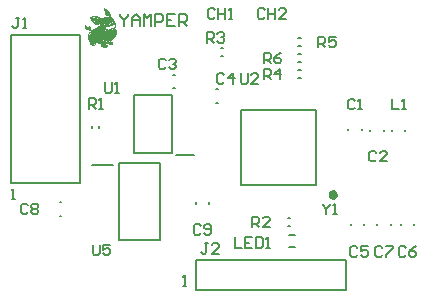
<source format=gto>
G04*
G04 #@! TF.GenerationSoftware,Altium Limited,Altium Designer,21.4.1 (30)*
G04*
G04 Layer_Color=65535*
%FSLAX25Y25*%
%MOIN*%
G70*
G04*
G04 #@! TF.SameCoordinates,1284AD4A-ECE2-4980-9B3C-821E3ADC8275*
G04*
G04*
G04 #@! TF.FilePolarity,Positive*
G04*
G01*
G75*
%ADD10C,0.01575*%
%ADD11C,0.00787*%
%ADD12C,0.00799*%
G36*
X34249Y98098D02*
X34282D01*
Y98087D01*
X34327D01*
Y98075D01*
X34338D01*
Y98064D01*
X34349D01*
Y98053D01*
X34371D01*
Y98042D01*
X34404D01*
Y98031D01*
X34426D01*
Y98020D01*
X34449D01*
Y98009D01*
X34460D01*
Y97998D01*
X34482D01*
Y97987D01*
X34493D01*
Y97976D01*
X34526D01*
Y97965D01*
X34537D01*
Y97954D01*
X34559D01*
Y97943D01*
X34570D01*
Y97931D01*
X34593D01*
Y97921D01*
X34604D01*
Y97909D01*
X34615D01*
Y97898D01*
X34648D01*
Y97887D01*
X34659D01*
Y97876D01*
X34681D01*
Y97865D01*
X34692D01*
Y97854D01*
X34714D01*
Y97843D01*
X34748D01*
Y97821D01*
X34770D01*
Y97799D01*
X34792D01*
Y97787D01*
X34825D01*
Y97777D01*
X34836D01*
Y97765D01*
X34858D01*
Y97754D01*
X34869D01*
Y97743D01*
X34881D01*
Y97732D01*
X34892D01*
Y97721D01*
X34914D01*
Y97710D01*
X34925D01*
Y97699D01*
X34936D01*
Y97688D01*
X34947D01*
Y97677D01*
X34958D01*
Y97666D01*
X34969D01*
Y97655D01*
X34991D01*
Y97644D01*
X35002D01*
Y97632D01*
X35013D01*
Y97621D01*
X35024D01*
Y97610D01*
X35036D01*
Y97599D01*
X35047D01*
Y97588D01*
X35069D01*
Y97577D01*
X35080D01*
Y97566D01*
X35091D01*
Y97555D01*
X35102D01*
Y97544D01*
X35124D01*
Y97533D01*
X35135D01*
Y97522D01*
X35146D01*
Y97511D01*
X35168D01*
Y97488D01*
X35180D01*
Y97477D01*
X35191D01*
Y97466D01*
X35213D01*
Y97444D01*
X35224D01*
Y97433D01*
X35235D01*
Y97422D01*
X35257D01*
Y97400D01*
X35268D01*
Y97389D01*
X35279D01*
Y97367D01*
X35290D01*
Y97356D01*
X35313D01*
Y97344D01*
X35324D01*
Y97333D01*
X35346D01*
Y97322D01*
X35357D01*
Y97311D01*
X35368D01*
Y97289D01*
X35401D01*
Y97267D01*
X35412D01*
Y97256D01*
X35423D01*
Y97245D01*
X35434D01*
Y97234D01*
X35445D01*
Y97223D01*
X35456D01*
Y97201D01*
X35467D01*
Y97189D01*
X35479D01*
Y97178D01*
X35490D01*
Y97167D01*
X35501D01*
Y97156D01*
X35512D01*
Y97145D01*
X35534D01*
Y97134D01*
X35545D01*
Y97123D01*
X35567D01*
Y97112D01*
X35578D01*
Y97101D01*
X35589D01*
Y97079D01*
X35601D01*
Y97068D01*
X35612D01*
Y97057D01*
X35623D01*
Y97045D01*
X35634D01*
Y97034D01*
X35645D01*
Y97023D01*
X35656D01*
Y97012D01*
X35667D01*
Y96990D01*
X35689D01*
Y96968D01*
X35700D01*
Y96957D01*
X35711D01*
Y96946D01*
X35722D01*
Y96935D01*
X35733D01*
Y96924D01*
X35745D01*
Y96912D01*
X35756D01*
Y96901D01*
X35767D01*
Y96879D01*
X35778D01*
Y96857D01*
X35789D01*
Y96846D01*
X35800D01*
Y96835D01*
X35811D01*
Y96824D01*
X35822D01*
Y96802D01*
X35833D01*
Y96791D01*
X35844D01*
Y96780D01*
X35855D01*
Y96757D01*
X35866D01*
Y96746D01*
X35877D01*
Y96724D01*
X35888D01*
Y96713D01*
X35899D01*
Y96691D01*
X35911D01*
Y96669D01*
X35922D01*
Y96658D01*
X35933D01*
Y96636D01*
X35944D01*
Y96613D01*
X35955D01*
Y96591D01*
X35966D01*
Y96569D01*
X35977D01*
Y96558D01*
X35988D01*
Y96536D01*
X35999D01*
Y96514D01*
X36010D01*
Y96503D01*
X36021D01*
Y96481D01*
X36033D01*
Y96458D01*
X36044D01*
Y96436D01*
X36055D01*
Y96414D01*
X36066D01*
Y96403D01*
X36077D01*
Y96381D01*
X36088D01*
Y96348D01*
X36099D01*
Y96325D01*
X36110D01*
Y96303D01*
X36121D01*
Y96292D01*
X36132D01*
Y96259D01*
X36143D01*
Y96237D01*
X36154D01*
Y96215D01*
X36165D01*
Y96193D01*
X36176D01*
Y96170D01*
X36187D01*
Y96148D01*
X36199D01*
Y96126D01*
X36210D01*
Y96093D01*
X36221D01*
Y96071D01*
X36232D01*
Y96048D01*
X36243D01*
Y96015D01*
X36254D01*
Y95993D01*
X36265D01*
Y95960D01*
X36276D01*
Y95927D01*
X36287D01*
Y95904D01*
X36298D01*
Y95882D01*
X36309D01*
Y95860D01*
X36320D01*
Y95827D01*
X36331D01*
Y95794D01*
X36343D01*
Y95772D01*
X36354D01*
Y95727D01*
X36365D01*
Y95705D01*
X36376D01*
Y95661D01*
X36387D01*
Y95628D01*
X36398D01*
Y95572D01*
X36409D01*
Y95539D01*
X36420D01*
Y95495D01*
X36431D01*
Y95428D01*
X36442D01*
Y95362D01*
X36453D01*
Y95284D01*
X36464D01*
Y95174D01*
X36476D01*
Y95162D01*
X36442D01*
Y95174D01*
X36431D01*
Y95185D01*
X36398D01*
Y95196D01*
X36365D01*
Y95207D01*
X36331D01*
Y95218D01*
X36287D01*
Y95229D01*
X36265D01*
Y95240D01*
X36221D01*
Y95251D01*
X36165D01*
Y95240D01*
X36154D01*
Y95218D01*
X36176D01*
Y95207D01*
X36210D01*
Y95196D01*
X36243D01*
Y95185D01*
X36276D01*
Y95174D01*
X36287D01*
Y95162D01*
X36320D01*
Y95151D01*
X36343D01*
Y95140D01*
X36376D01*
Y95129D01*
X36387D01*
Y95118D01*
X36409D01*
Y95107D01*
X36431D01*
Y95096D01*
X36464D01*
Y95085D01*
X36476D01*
Y95074D01*
X36498D01*
Y95063D01*
X36509D01*
Y95052D01*
X36542D01*
Y95041D01*
X36553D01*
Y95029D01*
X36564D01*
Y95018D01*
X36575D01*
Y95007D01*
X36597D01*
Y94996D01*
X36631D01*
Y94985D01*
X36642D01*
Y94974D01*
X36664D01*
Y94963D01*
X36675D01*
Y94952D01*
X36697D01*
Y94941D01*
X36719D01*
Y94930D01*
X36730D01*
Y94908D01*
X36741D01*
Y94897D01*
X36752D01*
Y94885D01*
X36775D01*
Y94874D01*
X36797D01*
Y94852D01*
X36808D01*
Y94841D01*
X36830D01*
Y94830D01*
X36841D01*
Y94819D01*
X36863D01*
Y94808D01*
X36874D01*
Y94797D01*
X36885D01*
Y94786D01*
X36908D01*
Y94775D01*
X36919D01*
Y94764D01*
X36930D01*
Y94753D01*
X36952D01*
Y94730D01*
X36963D01*
Y94719D01*
X36974D01*
Y94708D01*
X36985D01*
Y94697D01*
X36996D01*
Y94686D01*
X37007D01*
Y94675D01*
X37018D01*
Y94664D01*
X37029D01*
Y94653D01*
X37040D01*
Y94642D01*
X37051D01*
Y94631D01*
X37063D01*
Y94609D01*
X37074D01*
Y94598D01*
X37085D01*
Y94586D01*
X37096D01*
Y94575D01*
X37107D01*
Y94564D01*
X37118D01*
Y94553D01*
X37129D01*
Y94531D01*
X37151D01*
Y94520D01*
X37162D01*
Y94498D01*
X37173D01*
Y94487D01*
X37184D01*
Y94476D01*
X37196D01*
Y94465D01*
X37207D01*
Y94454D01*
X37218D01*
Y94442D01*
X37229D01*
Y94420D01*
X37251D01*
Y94398D01*
X37262D01*
Y94376D01*
X37273D01*
Y94365D01*
X37284D01*
Y94354D01*
X37295D01*
Y94332D01*
X37306D01*
Y94321D01*
X37317D01*
Y94310D01*
X37328D01*
Y94287D01*
X37339D01*
Y94276D01*
X37351D01*
Y94265D01*
X37362D01*
Y94254D01*
X37373D01*
Y94232D01*
X37384D01*
Y94210D01*
X37395D01*
Y94199D01*
X37406D01*
Y94177D01*
X37417D01*
Y94165D01*
X37428D01*
Y94154D01*
X37439D01*
Y94132D01*
X37450D01*
Y94110D01*
X37461D01*
Y94088D01*
X37472D01*
Y94077D01*
X37484D01*
Y94055D01*
X37495D01*
Y94044D01*
X37506D01*
Y94021D01*
X37517D01*
Y94010D01*
X37528D01*
Y93988D01*
X37539D01*
Y93966D01*
X37550D01*
Y93955D01*
X37561D01*
Y93933D01*
X37572D01*
Y93911D01*
X37583D01*
Y93889D01*
X37594D01*
Y93878D01*
X37605D01*
Y93855D01*
X37616D01*
Y93833D01*
X37628D01*
Y93811D01*
X37639D01*
Y93789D01*
X37650D01*
Y93767D01*
X37661D01*
Y93745D01*
X37672D01*
Y93722D01*
X37683D01*
Y93700D01*
X37694D01*
Y93678D01*
X37705D01*
Y93656D01*
X37716D01*
Y93634D01*
X37727D01*
Y93612D01*
X37738D01*
Y93590D01*
X37749D01*
Y93567D01*
X37760D01*
Y93556D01*
X37771D01*
Y93534D01*
X37782D01*
Y93523D01*
X37794D01*
Y93490D01*
X37805D01*
Y93468D01*
X37816D01*
Y93445D01*
X37827D01*
Y93423D01*
X37838D01*
Y93401D01*
X37849D01*
Y93368D01*
X37860D01*
Y93357D01*
X37871D01*
Y93335D01*
X37882D01*
Y93301D01*
X37893D01*
Y93290D01*
X37904D01*
Y93279D01*
X37916D01*
Y93268D01*
X37927D01*
Y93257D01*
X37938D01*
Y93246D01*
X37949D01*
Y93235D01*
X37960D01*
Y93224D01*
X37971D01*
Y93213D01*
X37982D01*
Y93202D01*
X37993D01*
Y93191D01*
X38004D01*
Y93180D01*
X38015D01*
Y93169D01*
X38026D01*
Y93158D01*
X38037D01*
Y93147D01*
X38048D01*
Y93135D01*
X38059D01*
Y93124D01*
X38070D01*
Y93113D01*
X38082D01*
Y93102D01*
X38093D01*
Y93091D01*
X38104D01*
Y93080D01*
X38115D01*
Y93058D01*
X38126D01*
Y93047D01*
X38137D01*
Y93025D01*
X38148D01*
Y93014D01*
X38159D01*
Y92991D01*
X38170D01*
Y92969D01*
X38181D01*
Y92936D01*
X38192D01*
Y92881D01*
X38203D01*
Y92825D01*
X38214D01*
Y92781D01*
X38203D01*
Y92770D01*
X38214D01*
Y92504D01*
X38203D01*
Y92371D01*
X38192D01*
Y92327D01*
X38181D01*
Y92282D01*
X38170D01*
Y92238D01*
X38159D01*
Y92205D01*
X38148D01*
Y92172D01*
X38137D01*
Y92150D01*
X38126D01*
Y92116D01*
X38115D01*
Y92094D01*
X38104D01*
Y92061D01*
X38093D01*
Y92039D01*
X38082D01*
Y92017D01*
X38070D01*
Y91983D01*
X38059D01*
Y91961D01*
X38048D01*
Y91939D01*
X38037D01*
Y91917D01*
X38026D01*
Y91895D01*
X38015D01*
Y91873D01*
X38004D01*
Y91851D01*
X37993D01*
Y91828D01*
X37982D01*
Y91806D01*
X37971D01*
Y91784D01*
X37960D01*
Y91762D01*
X37949D01*
Y91740D01*
X37938D01*
Y91718D01*
X37927D01*
Y91707D01*
X37916D01*
Y91684D01*
X37904D01*
Y91662D01*
X37893D01*
Y91640D01*
X37882D01*
Y91618D01*
X37871D01*
Y91607D01*
X37860D01*
Y91585D01*
X37849D01*
Y91574D01*
X37838D01*
Y91551D01*
X37827D01*
Y91529D01*
X37816D01*
Y91518D01*
X37805D01*
Y91496D01*
X37794D01*
Y91485D01*
X37782D01*
Y91463D01*
X37771D01*
Y91452D01*
X37760D01*
Y91441D01*
X37749D01*
Y91418D01*
X37738D01*
Y91407D01*
X37727D01*
Y91385D01*
X37716D01*
Y91363D01*
X37705D01*
Y91352D01*
X37694D01*
Y91341D01*
X37683D01*
Y91330D01*
X37672D01*
Y91319D01*
X37661D01*
Y91308D01*
X37650D01*
Y91286D01*
X37639D01*
Y91274D01*
X37628D01*
Y91264D01*
X37616D01*
Y91241D01*
X37605D01*
Y91230D01*
X37594D01*
Y91219D01*
X37583D01*
Y91208D01*
X37572D01*
Y91197D01*
X37561D01*
Y91186D01*
X37550D01*
Y91164D01*
X37539D01*
Y91153D01*
X37528D01*
Y91131D01*
X37517D01*
Y91119D01*
X37506D01*
Y91108D01*
X37495D01*
Y91097D01*
X37472D01*
Y91086D01*
X37461D01*
Y91064D01*
X37439D01*
Y91053D01*
X37428D01*
Y91042D01*
X37417D01*
Y91031D01*
X37406D01*
Y91020D01*
X37395D01*
Y90998D01*
X37384D01*
Y90987D01*
X37373D01*
Y90975D01*
X37351D01*
Y91009D01*
X37339D01*
Y91042D01*
X37328D01*
Y91075D01*
X37317D01*
Y91131D01*
X37306D01*
Y91153D01*
X37295D01*
Y91164D01*
X37284D01*
Y91197D01*
X37273D01*
Y91208D01*
X37262D01*
Y91241D01*
X37251D01*
Y91264D01*
X37240D01*
Y91297D01*
X37229D01*
Y91319D01*
X37218D01*
Y91352D01*
X37207D01*
Y91363D01*
X37196D01*
Y91385D01*
X37184D01*
Y91396D01*
X37173D01*
Y91418D01*
X37162D01*
Y91452D01*
X37151D01*
Y91474D01*
X37162D01*
Y91485D01*
X37184D01*
Y91496D01*
X37207D01*
Y91507D01*
X37218D01*
Y91518D01*
X37229D01*
Y91529D01*
X37240D01*
Y91540D01*
X37262D01*
Y91551D01*
X37273D01*
Y91574D01*
X37295D01*
Y91585D01*
X37306D01*
Y91596D01*
X37317D01*
Y91607D01*
X37328D01*
Y91618D01*
X37351D01*
Y91629D01*
X37362D01*
Y91640D01*
X37373D01*
Y91651D01*
X37384D01*
Y91662D01*
X37395D01*
Y91673D01*
X37406D01*
Y91684D01*
X37417D01*
Y91695D01*
X37428D01*
Y91718D01*
X37450D01*
Y91740D01*
X37461D01*
Y91751D01*
X37472D01*
Y91762D01*
X37484D01*
Y91773D01*
X37495D01*
Y91784D01*
X37506D01*
Y91806D01*
X37517D01*
Y91817D01*
X37528D01*
Y91839D01*
X37539D01*
Y91851D01*
X37550D01*
Y91862D01*
X37561D01*
Y91884D01*
X37572D01*
Y91906D01*
X37583D01*
Y91928D01*
X37594D01*
Y91950D01*
X37605D01*
Y91972D01*
X37616D01*
Y91995D01*
X37628D01*
Y92017D01*
X37639D01*
Y92039D01*
X37650D01*
Y92072D01*
X37661D01*
Y92138D01*
X37672D01*
Y92172D01*
X37683D01*
Y92216D01*
X37694D01*
Y92282D01*
X37705D01*
Y92294D01*
X37694D01*
Y92305D01*
X37705D01*
Y92382D01*
X37694D01*
Y92393D01*
X37683D01*
Y92449D01*
X37672D01*
Y92471D01*
X37661D01*
Y92482D01*
X37650D01*
Y92515D01*
X37639D01*
Y92526D01*
X37628D01*
Y92548D01*
X37616D01*
Y92559D01*
X37605D01*
Y92571D01*
X37594D01*
Y92582D01*
X37572D01*
Y92593D01*
X37550D01*
Y92604D01*
X37528D01*
Y92615D01*
X37495D01*
Y92626D01*
X37417D01*
Y92615D01*
X37384D01*
Y92604D01*
X37373D01*
Y92593D01*
X37362D01*
Y92582D01*
X37351D01*
Y92571D01*
X37339D01*
Y92559D01*
X37328D01*
Y92548D01*
X37317D01*
Y92537D01*
X37306D01*
Y92515D01*
X37295D01*
Y92493D01*
X37284D01*
Y92471D01*
X37273D01*
Y92460D01*
X37262D01*
Y92449D01*
X37251D01*
Y92438D01*
X37240D01*
Y92427D01*
X37229D01*
Y92415D01*
X37218D01*
Y92393D01*
X37207D01*
Y92382D01*
X37196D01*
Y92371D01*
X37184D01*
Y92360D01*
X37173D01*
Y92349D01*
X37162D01*
Y92338D01*
X37140D01*
Y92327D01*
X37118D01*
Y92316D01*
X37107D01*
Y92305D01*
X37096D01*
Y92294D01*
X37074D01*
Y92282D01*
X37063D01*
Y92271D01*
X37040D01*
Y92260D01*
X37018D01*
Y92249D01*
X36996D01*
Y92238D01*
X36974D01*
Y92227D01*
X36941D01*
Y92216D01*
X36919D01*
Y92205D01*
X36874D01*
Y92194D01*
X36852D01*
Y92183D01*
X36808D01*
Y92172D01*
X36797D01*
Y92183D01*
X36675D01*
Y92194D01*
X36597D01*
Y92205D01*
X36575D01*
Y92216D01*
X36553D01*
Y92227D01*
X36531D01*
Y92238D01*
X36509D01*
Y92249D01*
X36487D01*
Y92260D01*
X36376D01*
Y92238D01*
X36365D01*
Y92227D01*
X36354D01*
Y92205D01*
X36343D01*
Y92183D01*
X36331D01*
Y92172D01*
X36320D01*
Y92150D01*
X36309D01*
Y92127D01*
X36298D01*
Y92105D01*
X36287D01*
Y92094D01*
X36276D01*
Y92083D01*
X36265D01*
Y92072D01*
X36254D01*
Y92050D01*
X36243D01*
Y92039D01*
X36232D01*
Y92028D01*
X36221D01*
Y92017D01*
X36210D01*
Y91995D01*
X36199D01*
Y91983D01*
X36176D01*
Y91972D01*
X36165D01*
Y91961D01*
X36143D01*
Y91950D01*
X36132D01*
Y91939D01*
X36099D01*
Y91928D01*
X36088D01*
Y91917D01*
X36066D01*
Y91906D01*
X36055D01*
Y91895D01*
X36033D01*
Y91884D01*
X36010D01*
Y91873D01*
X35977D01*
Y91862D01*
X35955D01*
Y91851D01*
X35933D01*
Y91839D01*
X35899D01*
Y91828D01*
X35877D01*
Y91817D01*
X35844D01*
Y91806D01*
X35822D01*
Y91795D01*
X35789D01*
Y91784D01*
X35756D01*
Y91773D01*
X35689D01*
Y91762D01*
X35656D01*
Y91751D01*
X35589D01*
Y91740D01*
X35445D01*
Y91729D01*
X35434D01*
Y91740D01*
X35412D01*
Y91729D01*
X35324D01*
Y91740D01*
X35279D01*
Y91751D01*
X35235D01*
Y91762D01*
X35213D01*
Y91773D01*
X35191D01*
Y91784D01*
X35157D01*
Y91795D01*
X35113D01*
Y91806D01*
X35091D01*
Y91817D01*
X35058D01*
Y91828D01*
X35047D01*
Y91839D01*
X35024D01*
Y91851D01*
X35002D01*
Y91862D01*
X34903D01*
Y91851D01*
X34858D01*
Y91839D01*
X34836D01*
Y91828D01*
X34814D01*
Y91817D01*
X34803D01*
Y91806D01*
X34781D01*
Y91784D01*
X34770D01*
Y91773D01*
X34759D01*
Y91762D01*
X34748D01*
Y91751D01*
X34736D01*
Y91729D01*
X34725D01*
Y91718D01*
X34714D01*
Y91695D01*
X34703D01*
Y91662D01*
X34692D01*
Y91640D01*
X34681D01*
Y91562D01*
X34692D01*
Y91551D01*
X34681D01*
Y91529D01*
X34692D01*
Y91507D01*
X34703D01*
Y91463D01*
X34714D01*
Y91441D01*
X34725D01*
Y91418D01*
X34736D01*
Y91396D01*
X34748D01*
Y91385D01*
X34759D01*
Y91374D01*
X34770D01*
Y91363D01*
X34781D01*
Y91341D01*
X34792D01*
Y91319D01*
X34803D01*
Y91308D01*
X34814D01*
Y91297D01*
X34836D01*
Y91286D01*
X34847D01*
Y91274D01*
X34858D01*
Y91264D01*
X34869D01*
Y91252D01*
X34881D01*
Y91241D01*
X34892D01*
Y91230D01*
X34914D01*
Y91219D01*
X34925D01*
Y91208D01*
X34936D01*
Y91197D01*
X34947D01*
Y91186D01*
X34958D01*
Y91175D01*
X34991D01*
Y91164D01*
X35002D01*
Y91153D01*
X35013D01*
Y91142D01*
X35036D01*
Y91131D01*
X35047D01*
Y91119D01*
X35080D01*
Y91108D01*
X35091D01*
Y91097D01*
X35113D01*
Y91086D01*
X35146D01*
Y91075D01*
X35180D01*
Y91064D01*
X35202D01*
Y91053D01*
X35235D01*
Y91042D01*
X35268D01*
Y91031D01*
X35313D01*
Y91020D01*
X35346D01*
Y91009D01*
X35390D01*
Y90998D01*
X35434D01*
Y90987D01*
X35479D01*
Y90998D01*
X35490D01*
Y90987D01*
X35501D01*
Y90975D01*
X35623D01*
Y90964D01*
X35689D01*
Y90975D01*
X35711D01*
Y90964D01*
X35745D01*
Y90975D01*
X35822D01*
Y90987D01*
X35844D01*
Y91009D01*
X35833D01*
Y91020D01*
X35822D01*
Y91009D01*
X35778D01*
Y91020D01*
X35767D01*
Y91009D01*
X35733D01*
Y91020D01*
X35667D01*
Y91031D01*
X35656D01*
Y91075D01*
X35667D01*
Y91097D01*
X35678D01*
Y91131D01*
X35689D01*
Y91153D01*
X35700D01*
Y91186D01*
X35711D01*
Y91208D01*
X35722D01*
Y91230D01*
X35733D01*
Y91264D01*
X35745D01*
Y91274D01*
X35756D01*
Y91286D01*
X35767D01*
Y91308D01*
X35778D01*
Y91330D01*
X35789D01*
Y91341D01*
X35800D01*
Y91352D01*
X35833D01*
Y91330D01*
X35855D01*
Y91308D01*
X35866D01*
Y91297D01*
X35877D01*
Y91274D01*
X35888D01*
Y91264D01*
X35899D01*
Y91241D01*
X35911D01*
Y91219D01*
X35922D01*
Y91208D01*
X35933D01*
Y91186D01*
X35944D01*
Y91164D01*
X35955D01*
Y91153D01*
X35966D01*
Y91131D01*
X35977D01*
Y91086D01*
X35988D01*
Y91064D01*
X35999D01*
Y91042D01*
X35988D01*
Y91031D01*
X35966D01*
Y91020D01*
X35933D01*
Y91009D01*
X35922D01*
Y90998D01*
X36033D01*
Y91009D01*
X36077D01*
Y91020D01*
X36099D01*
Y91009D01*
X36121D01*
Y90998D01*
X36132D01*
Y90987D01*
X36143D01*
Y90975D01*
X36154D01*
Y90964D01*
X36165D01*
Y90942D01*
X36176D01*
Y90931D01*
X36187D01*
Y90920D01*
X36199D01*
Y90909D01*
X36210D01*
Y90887D01*
X36221D01*
Y90865D01*
X36232D01*
Y90854D01*
X36243D01*
Y90832D01*
X36254D01*
Y90820D01*
X36265D01*
Y90798D01*
X36276D01*
Y90776D01*
X36287D01*
Y90765D01*
X36298D01*
Y90743D01*
X36309D01*
Y90732D01*
X36320D01*
Y90710D01*
X36331D01*
Y90688D01*
X36343D01*
Y90654D01*
X36354D01*
Y90632D01*
X36365D01*
Y90610D01*
X36376D01*
Y90599D01*
X36387D01*
Y90577D01*
X36398D01*
Y90566D01*
X36409D01*
Y90544D01*
X36420D01*
Y90521D01*
X36431D01*
Y90510D01*
X36442D01*
Y90499D01*
X36409D01*
Y90488D01*
X36354D01*
Y90477D01*
X36243D01*
Y90466D01*
X36176D01*
Y90455D01*
X36154D01*
Y90466D01*
X36143D01*
Y90455D01*
X36066D01*
Y90444D01*
X35556D01*
Y90455D01*
X35534D01*
Y90444D01*
X35501D01*
Y90455D01*
X35412D01*
Y90466D01*
X35279D01*
Y90477D01*
X35191D01*
Y90488D01*
X35113D01*
Y90499D01*
X35036D01*
Y90510D01*
X34980D01*
Y90521D01*
X34947D01*
Y90532D01*
X34903D01*
Y90544D01*
X34858D01*
Y90554D01*
X34792D01*
Y90566D01*
X34770D01*
Y90577D01*
X34748D01*
Y90588D01*
X34736D01*
Y90599D01*
X34714D01*
Y90610D01*
X34692D01*
Y90621D01*
X34670D01*
Y90632D01*
X34659D01*
Y90643D01*
X34648D01*
Y90654D01*
X34626D01*
Y90665D01*
X34615D01*
Y90676D01*
X34604D01*
Y90688D01*
X34581D01*
Y90698D01*
X34570D01*
Y90710D01*
X34548D01*
Y90721D01*
X34537D01*
Y90732D01*
X34515D01*
Y90743D01*
X34504D01*
Y90754D01*
X34493D01*
Y90765D01*
X34471D01*
Y90776D01*
X34449D01*
Y90787D01*
X34437D01*
Y90798D01*
X34426D01*
Y90809D01*
X34404D01*
Y90820D01*
X34382D01*
Y90832D01*
X34371D01*
Y90842D01*
X34349D01*
Y90854D01*
X34338D01*
Y90865D01*
X34316D01*
Y90876D01*
X34293D01*
Y90887D01*
X34282D01*
Y90898D01*
X34260D01*
Y90909D01*
X34249D01*
Y90920D01*
X34227D01*
Y90931D01*
X34216D01*
Y90942D01*
X34194D01*
Y90953D01*
X34172D01*
Y90964D01*
X34161D01*
Y90975D01*
X34138D01*
Y90987D01*
X34127D01*
Y90998D01*
X34105D01*
Y91009D01*
X34083D01*
Y91020D01*
X34072D01*
Y91031D01*
X34050D01*
Y91042D01*
X34028D01*
Y91053D01*
X34016D01*
Y91064D01*
X33994D01*
Y91075D01*
X33983D01*
Y91086D01*
X33961D01*
Y91097D01*
X33939D01*
Y91108D01*
X33917D01*
Y91119D01*
X33895D01*
Y91131D01*
X33884D01*
Y91142D01*
X33861D01*
Y91153D01*
X33839D01*
Y91164D01*
X33817D01*
Y91175D01*
X33795D01*
Y91186D01*
X33784D01*
Y91197D01*
X33762D01*
Y91208D01*
X33740D01*
Y91219D01*
X33718D01*
Y91230D01*
X33684D01*
Y91241D01*
X33673D01*
Y91252D01*
X33640D01*
Y91264D01*
X33629D01*
Y91274D01*
X33596D01*
Y91286D01*
X33584D01*
Y91297D01*
X33551D01*
Y91308D01*
X33540D01*
Y91319D01*
X33496D01*
Y91330D01*
X33474D01*
Y91341D01*
X33452D01*
Y91352D01*
X33430D01*
Y91363D01*
X33407D01*
Y91374D01*
X33374D01*
Y91385D01*
X33352D01*
Y91396D01*
X33330D01*
Y91407D01*
X33308D01*
Y91418D01*
X33274D01*
Y91430D01*
X33241D01*
Y91441D01*
X33230D01*
Y91452D01*
X33197D01*
Y91463D01*
X33175D01*
Y91474D01*
X33152D01*
Y91485D01*
X33119D01*
Y91496D01*
X33097D01*
Y91507D01*
X33064D01*
Y91518D01*
X33042D01*
Y91529D01*
X33009D01*
Y91540D01*
X32964D01*
Y91551D01*
X32931D01*
Y91562D01*
X32898D01*
Y91574D01*
X32876D01*
Y91585D01*
X32865D01*
Y91607D01*
X32853D01*
Y91618D01*
X32842D01*
Y91651D01*
X32831D01*
Y91673D01*
X32820D01*
Y91684D01*
X32809D01*
Y91707D01*
X32798D01*
Y91729D01*
X32787D01*
Y91762D01*
X32776D01*
Y91784D01*
X32765D01*
Y91817D01*
X32754D01*
Y91839D01*
X32743D01*
Y91884D01*
X32732D01*
Y91928D01*
X32721D01*
Y91950D01*
X32710D01*
Y91983D01*
X32698D01*
Y92050D01*
X32687D01*
Y92083D01*
X32676D01*
Y92127D01*
X32665D01*
Y92138D01*
X32676D01*
Y92161D01*
X32665D01*
Y92260D01*
X32654D01*
Y92349D01*
X32643D01*
Y92360D01*
X32654D01*
Y92449D01*
X32643D01*
Y92471D01*
X32654D01*
Y92493D01*
X32643D01*
Y92504D01*
X32654D01*
Y92515D01*
X32643D01*
Y92537D01*
X32654D01*
Y92659D01*
X32665D01*
Y92725D01*
X32676D01*
Y92770D01*
X32687D01*
Y92825D01*
X32665D01*
Y92803D01*
X32654D01*
Y92781D01*
X32643D01*
Y92759D01*
X32632D01*
Y92725D01*
X32621D01*
Y92715D01*
X32610D01*
Y92703D01*
X32599D01*
Y92692D01*
X32566D01*
Y92681D01*
X32554D01*
Y92670D01*
X32543D01*
Y92659D01*
X32521D01*
Y92648D01*
X32477D01*
Y92637D01*
X32455D01*
Y92626D01*
X32410D01*
Y92615D01*
X32366D01*
Y92604D01*
X32322D01*
Y92593D01*
X32233D01*
Y92582D01*
X32145D01*
Y92571D01*
X32001D01*
Y92559D01*
X31989D01*
Y92571D01*
X31945D01*
Y92559D01*
X31668D01*
Y92571D01*
X31558D01*
Y92582D01*
X31491D01*
Y92593D01*
X31436D01*
Y92604D01*
X31413D01*
Y92615D01*
X31369D01*
Y92626D01*
X31336D01*
Y92637D01*
X31292D01*
Y92648D01*
X31269D01*
Y92659D01*
X31236D01*
Y92670D01*
X31214D01*
Y92681D01*
X31192D01*
Y92692D01*
X31181D01*
Y92703D01*
X31148D01*
Y92715D01*
X31126D01*
Y92725D01*
X31103D01*
Y92737D01*
X31081D01*
Y92748D01*
X31059D01*
Y92759D01*
X31037D01*
Y92770D01*
X31026D01*
Y92781D01*
X31004D01*
Y92792D01*
X30981D01*
Y92803D01*
X30970D01*
Y92814D01*
X30948D01*
Y92825D01*
X30937D01*
Y92836D01*
X30915D01*
Y92847D01*
X30904D01*
Y92858D01*
X30893D01*
Y92870D01*
X30871D01*
Y92881D01*
X30860D01*
Y92892D01*
X30849D01*
Y92903D01*
X30827D01*
Y92914D01*
X30815D01*
Y92925D01*
X30804D01*
Y92936D01*
X30782D01*
Y92947D01*
X30771D01*
Y92958D01*
X30760D01*
Y92969D01*
X30749D01*
Y92980D01*
X30727D01*
Y92991D01*
X30716D01*
Y93002D01*
X30705D01*
Y93014D01*
X30694D01*
Y93025D01*
X30671D01*
Y93036D01*
X30660D01*
Y93047D01*
X30649D01*
Y93058D01*
X30638D01*
Y93069D01*
X30627D01*
Y93080D01*
X30616D01*
Y93091D01*
X30605D01*
Y93102D01*
X30594D01*
Y93113D01*
X30572D01*
Y93135D01*
X30561D01*
Y93147D01*
X30549D01*
Y93158D01*
X30538D01*
Y93169D01*
X30527D01*
Y93180D01*
X30516D01*
Y93191D01*
X30505D01*
Y93202D01*
X30494D01*
Y93213D01*
X30483D01*
Y93224D01*
X30472D01*
Y93235D01*
X30461D01*
Y93246D01*
X30450D01*
Y93257D01*
X30439D01*
Y93268D01*
X30428D01*
Y93279D01*
X30417D01*
Y93290D01*
X30406D01*
Y93313D01*
X30395D01*
Y93324D01*
X30383D01*
Y93335D01*
X30372D01*
Y93346D01*
X30361D01*
Y93357D01*
X30350D01*
Y93368D01*
X30339D01*
Y93390D01*
X30328D01*
Y93401D01*
X30317D01*
Y93412D01*
X30306D01*
Y93423D01*
X30295D01*
Y93435D01*
X30284D01*
Y93457D01*
X30273D01*
Y93468D01*
X30262D01*
Y93479D01*
X30250D01*
Y93501D01*
X30239D01*
Y93512D01*
X30228D01*
Y93523D01*
X30217D01*
Y93545D01*
X30206D01*
Y93556D01*
X30195D01*
Y93567D01*
X30184D01*
Y93590D01*
X30173D01*
Y93601D01*
X30162D01*
Y93612D01*
X30151D01*
Y93634D01*
X30140D01*
Y93645D01*
X30129D01*
Y93656D01*
X30118D01*
Y93678D01*
X30106D01*
Y93689D01*
X30095D01*
Y93700D01*
X30084D01*
Y93722D01*
X30073D01*
Y93734D01*
X30062D01*
Y93745D01*
X30051D01*
Y93756D01*
X30040D01*
Y93778D01*
X30029D01*
Y93789D01*
X30018D01*
Y93811D01*
X30007D01*
Y93822D01*
X29996D01*
Y93833D01*
X29985D01*
Y93855D01*
X29974D01*
Y93866D01*
X29963D01*
Y93889D01*
X29951D01*
Y93900D01*
X29940D01*
Y93911D01*
X29929D01*
Y93933D01*
X29918D01*
Y93944D01*
X29907D01*
Y93966D01*
X29896D01*
Y93977D01*
X29885D01*
Y93988D01*
X29874D01*
Y94010D01*
X29863D01*
Y94021D01*
X29852D01*
Y94044D01*
X29841D01*
Y94055D01*
X29830D01*
Y94077D01*
X29818D01*
Y94088D01*
X29807D01*
Y94110D01*
X29796D01*
Y94121D01*
X29785D01*
Y94143D01*
X29774D01*
Y94165D01*
X29763D01*
Y94177D01*
X29752D01*
Y94199D01*
X29741D01*
Y94210D01*
X29730D01*
Y94232D01*
X29719D01*
Y94243D01*
X29708D01*
Y94265D01*
X29697D01*
Y94287D01*
X29686D01*
Y94298D01*
X29675D01*
Y94321D01*
X29663D01*
Y94332D01*
X29652D01*
Y94354D01*
X29641D01*
Y94376D01*
X29630D01*
Y94387D01*
X29619D01*
Y94409D01*
X29608D01*
Y94431D01*
X29597D01*
Y94454D01*
X29586D01*
Y94465D01*
X29575D01*
Y94487D01*
X29564D01*
Y94498D01*
X29553D01*
Y94520D01*
X29542D01*
Y94542D01*
X29531D01*
Y94564D01*
X29519D01*
Y94575D01*
X29508D01*
Y94598D01*
X29497D01*
Y94620D01*
X29486D01*
Y94631D01*
X29475D01*
Y94653D01*
X29464D01*
Y94675D01*
X29453D01*
Y94697D01*
X29442D01*
Y94719D01*
X29431D01*
Y94741D01*
X29420D01*
Y94764D01*
X29409D01*
Y94786D01*
X29398D01*
Y94808D01*
X29386D01*
Y94830D01*
X29375D01*
Y94852D01*
X29364D01*
Y94874D01*
X29353D01*
Y94885D01*
X29342D01*
Y94908D01*
X29331D01*
Y94952D01*
X29320D01*
Y94974D01*
X29309D01*
Y95007D01*
X29298D01*
Y95074D01*
X29287D01*
Y95096D01*
X29298D01*
Y95107D01*
X29309D01*
Y95118D01*
X29331D01*
Y95129D01*
X29353D01*
Y95140D01*
X29386D01*
Y95151D01*
X29398D01*
Y95162D01*
X29431D01*
Y95174D01*
X29453D01*
Y95185D01*
X29486D01*
Y95196D01*
X29519D01*
Y95207D01*
X29564D01*
Y95218D01*
X29597D01*
Y95229D01*
X29652D01*
Y95240D01*
X29663D01*
Y95251D01*
X29719D01*
Y95262D01*
X29752D01*
Y95273D01*
X29807D01*
Y95284D01*
X29852D01*
Y95295D01*
X29885D01*
Y95306D01*
X29929D01*
Y95318D01*
X29951D01*
Y95328D01*
X30007D01*
Y95340D01*
X30062D01*
Y95351D01*
X30106D01*
Y95362D01*
X30162D01*
Y95373D01*
X30206D01*
Y95384D01*
X30295D01*
Y95395D01*
X30361D01*
Y95406D01*
X30428D01*
Y95417D01*
X30494D01*
Y95428D01*
X30538D01*
Y95439D01*
X30683D01*
Y95450D01*
X30694D01*
Y95439D01*
X30727D01*
Y95450D01*
X30959D01*
Y95461D01*
X30970D01*
Y95450D01*
X31004D01*
Y95461D01*
X31258D01*
Y95450D01*
X31358D01*
Y95439D01*
X31458D01*
Y95428D01*
X31502D01*
Y95417D01*
X31580D01*
Y95406D01*
X31624D01*
Y95395D01*
X31690D01*
Y95384D01*
X31746D01*
Y95373D01*
X31779D01*
Y95362D01*
X31834D01*
Y95351D01*
X31912D01*
Y95340D01*
X31945D01*
Y95328D01*
X31989D01*
Y95318D01*
X32034D01*
Y95306D01*
X32067D01*
Y95295D01*
X32122D01*
Y95284D01*
X32156D01*
Y95273D01*
X32189D01*
Y95262D01*
X32222D01*
Y95251D01*
X32255D01*
Y95240D01*
X32278D01*
Y95229D01*
X32311D01*
Y95218D01*
X32355D01*
Y95207D01*
X32388D01*
Y95196D01*
X32410D01*
Y95185D01*
X32444D01*
Y95174D01*
X32466D01*
Y95162D01*
X32499D01*
Y95151D01*
X32521D01*
Y95140D01*
X32554D01*
Y95129D01*
X32566D01*
Y95118D01*
X32599D01*
Y95107D01*
X32621D01*
Y95096D01*
X32632D01*
Y95085D01*
X32676D01*
Y95074D01*
X32698D01*
Y95063D01*
X32721D01*
Y95052D01*
X32743D01*
Y95041D01*
X32765D01*
Y95029D01*
X32787D01*
Y95018D01*
X32809D01*
Y95007D01*
X32831D01*
Y94996D01*
X32853D01*
Y94985D01*
X32876D01*
Y94974D01*
X32898D01*
Y94963D01*
X32920D01*
Y94952D01*
X32942D01*
Y94941D01*
X32953D01*
Y94930D01*
X32975D01*
Y94919D01*
X32998D01*
Y94908D01*
X33009D01*
Y94897D01*
X33031D01*
Y94885D01*
X33042D01*
Y94874D01*
X33064D01*
Y94863D01*
X33086D01*
Y94852D01*
X33097D01*
Y94841D01*
X33108D01*
Y94830D01*
X33130D01*
Y94819D01*
X33141D01*
Y94808D01*
X33152D01*
Y94797D01*
X33164D01*
Y94786D01*
X33175D01*
Y94775D01*
X33186D01*
Y94764D01*
X33208D01*
Y94753D01*
X33219D01*
Y94741D01*
X33230D01*
Y94730D01*
X33252D01*
Y94719D01*
X33263D01*
Y94708D01*
X33274D01*
Y94686D01*
X33296D01*
Y94675D01*
X33308D01*
Y94664D01*
X33330D01*
Y94642D01*
X33341D01*
Y94631D01*
X33363D01*
Y94620D01*
X33374D01*
Y94609D01*
X33396D01*
Y94620D01*
X33407D01*
Y94642D01*
X33418D01*
Y94653D01*
X33430D01*
Y94664D01*
X33441D01*
Y94675D01*
X33463D01*
Y94686D01*
X33474D01*
Y94697D01*
X33485D01*
Y94708D01*
X33496D01*
Y94719D01*
X33507D01*
Y94730D01*
X33518D01*
Y94741D01*
X33529D01*
Y94753D01*
X33551D01*
Y94764D01*
X33562D01*
Y94775D01*
X33573D01*
Y94786D01*
X33596D01*
Y94797D01*
X33607D01*
Y94808D01*
X33629D01*
Y94819D01*
X33640D01*
Y94830D01*
X33651D01*
Y94841D01*
X33662D01*
Y94852D01*
X33684D01*
Y94863D01*
X33706D01*
Y94874D01*
X33718D01*
Y94885D01*
X33740D01*
Y94897D01*
X33762D01*
Y94908D01*
X33773D01*
Y94919D01*
X33806D01*
Y94930D01*
X33828D01*
Y94941D01*
X33850D01*
Y94952D01*
X33873D01*
Y94963D01*
X33895D01*
Y94974D01*
X33906D01*
Y94985D01*
X33928D01*
Y94996D01*
X33950D01*
Y95007D01*
X33983D01*
Y95018D01*
X34005D01*
Y95029D01*
X34039D01*
Y95041D01*
X34061D01*
Y95052D01*
X34083D01*
Y95063D01*
X34105D01*
Y95074D01*
X34116D01*
Y95085D01*
X34172D01*
Y95096D01*
X34205D01*
Y95107D01*
X34227D01*
Y95118D01*
X34249D01*
Y95129D01*
X34271D01*
Y95140D01*
X34316D01*
Y95151D01*
X34349D01*
Y95162D01*
X34393D01*
Y95174D01*
X34426D01*
Y95185D01*
X34449D01*
Y95196D01*
X34482D01*
Y95207D01*
X34526D01*
Y95218D01*
X34570D01*
Y95229D01*
X34593D01*
Y95240D01*
X34626D01*
Y95251D01*
X34681D01*
Y95262D01*
X34748D01*
Y95273D01*
X34781D01*
Y95284D01*
X34858D01*
Y95295D01*
X34980D01*
Y95306D01*
X35024D01*
Y95318D01*
X35146D01*
Y95328D01*
X35180D01*
Y95318D01*
X35191D01*
Y95328D01*
X35567D01*
Y95318D01*
X35589D01*
Y95328D01*
X35612D01*
Y95318D01*
X35678D01*
Y95306D01*
X35756D01*
Y95295D01*
X35833D01*
Y95284D01*
X35888D01*
Y95273D01*
X35944D01*
Y95262D01*
X36010D01*
Y95251D01*
X36021D01*
Y95262D01*
X36055D01*
Y95284D01*
X36044D01*
Y95295D01*
X35999D01*
Y95306D01*
X35966D01*
Y95318D01*
X35911D01*
Y95328D01*
X35877D01*
Y95340D01*
X35833D01*
Y95351D01*
X35745D01*
Y95362D01*
X35645D01*
Y95373D01*
X35512D01*
Y95384D01*
X35490D01*
Y95373D01*
X35479D01*
Y95384D01*
X35467D01*
Y95395D01*
X35324D01*
Y95406D01*
X35290D01*
Y95395D01*
X35279D01*
Y95406D01*
X35235D01*
Y95395D01*
X35102D01*
Y95384D01*
X34991D01*
Y95373D01*
X34936D01*
Y95362D01*
X34892D01*
Y95351D01*
X34781D01*
Y95362D01*
X34770D01*
Y95373D01*
X34759D01*
Y95395D01*
X34748D01*
Y95406D01*
X34736D01*
Y95417D01*
X34725D01*
Y95439D01*
X34714D01*
Y95450D01*
X34703D01*
Y95473D01*
X34692D01*
Y95495D01*
X34681D01*
Y95506D01*
X34670D01*
Y95517D01*
X34659D01*
Y95550D01*
X34648D01*
Y95561D01*
X34637D01*
Y95594D01*
X34626D01*
Y95605D01*
X34615D01*
Y95639D01*
X34604D01*
Y95661D01*
X34593D01*
Y95694D01*
X34581D01*
Y95716D01*
X34570D01*
Y95749D01*
X34559D01*
Y95772D01*
X34548D01*
Y95794D01*
X34537D01*
Y95816D01*
X34526D01*
Y95838D01*
X34515D01*
Y95871D01*
X34504D01*
Y95893D01*
X34493D01*
Y95938D01*
X34482D01*
Y95971D01*
X34471D01*
Y95982D01*
X34460D01*
Y96015D01*
X34449D01*
Y96048D01*
X34437D01*
Y96093D01*
X34426D01*
Y96126D01*
X34415D01*
Y96170D01*
X34404D01*
Y96204D01*
X34393D01*
Y96237D01*
X34382D01*
Y96292D01*
X34371D01*
Y96303D01*
Y96337D01*
X34360D01*
Y96381D01*
X34349D01*
Y96414D01*
X34338D01*
Y96481D01*
X34327D01*
Y96514D01*
X34316D01*
Y96569D01*
X34304D01*
Y96624D01*
X34293D01*
Y96680D01*
X34282D01*
Y96746D01*
X34271D01*
Y96791D01*
X34260D01*
Y96879D01*
X34249D01*
Y96979D01*
X34238D01*
Y97045D01*
X34227D01*
Y97134D01*
X34216D01*
Y97400D01*
X34205D01*
Y97632D01*
X34194D01*
Y97876D01*
X34205D01*
Y97931D01*
X34194D01*
Y97987D01*
X34205D01*
Y98075D01*
X34216D01*
Y98109D01*
X34249D01*
Y98098D01*
D02*
G37*
G36*
X32577Y92172D02*
X32588D01*
Y92127D01*
X32599D01*
Y92116D01*
X32610D01*
Y92072D01*
X32621D01*
Y91983D01*
X32632D01*
Y91939D01*
X32643D01*
Y91895D01*
X32654D01*
Y91873D01*
X32665D01*
Y91828D01*
X32676D01*
Y91795D01*
X32687D01*
Y91773D01*
X32698D01*
Y91740D01*
X32710D01*
Y91729D01*
X32721D01*
Y91707D01*
X32732D01*
Y91695D01*
X32743D01*
Y91673D01*
X32754D01*
Y91662D01*
X32765D01*
Y91640D01*
X32776D01*
Y91629D01*
X32787D01*
Y91618D01*
X32798D01*
Y91585D01*
X32776D01*
Y91574D01*
X32765D01*
Y91562D01*
X32754D01*
Y91551D01*
X32765D01*
Y91540D01*
X32798D01*
Y91529D01*
X32842D01*
Y91518D01*
X32876D01*
Y91507D01*
X32909D01*
Y91496D01*
X32942D01*
Y91485D01*
X32975D01*
Y91474D01*
X33009D01*
Y91463D01*
X33042D01*
Y91452D01*
X33064D01*
Y91441D01*
X33097D01*
Y91430D01*
X33130D01*
Y91418D01*
X33152D01*
Y91407D01*
X33175D01*
Y91396D01*
X33208D01*
Y91385D01*
X33230D01*
Y91374D01*
X33263D01*
Y91363D01*
X33274D01*
Y91352D01*
X33308D01*
Y91341D01*
X33330D01*
Y91330D01*
X33363D01*
Y91319D01*
X33385D01*
Y91308D01*
X33407D01*
Y91297D01*
X33441D01*
Y91286D01*
X33463D01*
Y91274D01*
X33485D01*
Y91264D01*
X33507D01*
Y91252D01*
X33529D01*
Y91241D01*
X33551D01*
Y91230D01*
X33573D01*
Y91219D01*
X33596D01*
Y91208D01*
X33618D01*
Y91197D01*
X33640D01*
Y91186D01*
X33662D01*
Y91175D01*
X33684D01*
Y91164D01*
X33706D01*
Y91153D01*
X33729D01*
Y91142D01*
X33751D01*
Y91131D01*
X33773D01*
Y91119D01*
X33795D01*
Y91108D01*
X33806D01*
Y91097D01*
X33828D01*
Y91086D01*
X33850D01*
Y91075D01*
X33873D01*
Y91064D01*
X33895D01*
Y91053D01*
X33917D01*
Y91042D01*
X33928D01*
Y91031D01*
X33950D01*
Y91020D01*
X33972D01*
Y91009D01*
X33994D01*
Y90998D01*
X34005D01*
Y90987D01*
X34028D01*
Y90975D01*
X34050D01*
Y90964D01*
X34061D01*
Y90953D01*
X34083D01*
Y90942D01*
X34105D01*
Y90931D01*
X34116D01*
Y90920D01*
X34138D01*
Y90909D01*
X34161D01*
Y90898D01*
X34183D01*
Y90887D01*
X34194D01*
Y90876D01*
X34216D01*
Y90865D01*
X34238D01*
Y90854D01*
X34249D01*
Y90842D01*
X34271D01*
Y90832D01*
X34282D01*
Y90820D01*
X34293D01*
Y90809D01*
X34316D01*
Y90798D01*
X34327D01*
Y90787D01*
X34349D01*
Y90776D01*
X34360D01*
Y90765D01*
X34393D01*
Y90754D01*
X34404D01*
Y90743D01*
X34426D01*
Y90732D01*
X34437D01*
Y90721D01*
X34449D01*
Y90710D01*
X34471D01*
Y90698D01*
X34482D01*
Y90688D01*
X34504D01*
Y90676D01*
X34515D01*
Y90665D01*
X34526D01*
Y90654D01*
X34548D01*
Y90643D01*
X34559D01*
Y90632D01*
X34570D01*
Y90621D01*
X34593D01*
Y90610D01*
X34604D01*
Y90599D01*
X34615D01*
Y90588D01*
X34626D01*
Y90577D01*
X34648D01*
Y90566D01*
X34659D01*
Y90554D01*
X34670D01*
Y90544D01*
X34681D01*
Y90532D01*
X34703D01*
Y90521D01*
X34714D01*
Y90510D01*
X34725D01*
Y90499D01*
X34748D01*
Y90488D01*
X34814D01*
Y90477D01*
X34847D01*
Y90488D01*
X34881D01*
Y90477D01*
X34936D01*
Y90466D01*
X34980D01*
Y90455D01*
X35047D01*
Y90444D01*
X35069D01*
Y90455D01*
X35080D01*
Y90444D01*
X35113D01*
Y90433D01*
X35168D01*
Y90422D01*
X35180D01*
Y90411D01*
X35191D01*
Y90422D01*
X35202D01*
Y90411D01*
X35235D01*
Y90422D01*
X35257D01*
Y90411D01*
X35279D01*
Y90422D01*
X35301D01*
Y90411D01*
X35379D01*
Y90399D01*
X35445D01*
Y90388D01*
X35578D01*
Y90377D01*
X35623D01*
Y90388D01*
X35733D01*
Y90377D01*
X35756D01*
Y90388D01*
X35778D01*
Y90377D01*
X35811D01*
Y90388D01*
X35844D01*
Y90377D01*
X35866D01*
Y90388D01*
X36044D01*
Y90399D01*
X36276D01*
Y90411D01*
X36320D01*
Y90422D01*
X36398D01*
Y90433D01*
X36431D01*
Y90444D01*
X36464D01*
Y90455D01*
X36498D01*
Y90444D01*
X36509D01*
Y90422D01*
X36520D01*
Y90411D01*
X36542D01*
Y90399D01*
X36564D01*
Y90388D01*
X36575D01*
Y90377D01*
X36586D01*
Y90366D01*
X36597D01*
Y90355D01*
X36619D01*
Y90344D01*
X36653D01*
Y90333D01*
X36664D01*
Y90322D01*
X36686D01*
Y90311D01*
X36708D01*
Y90300D01*
X36741D01*
Y90289D01*
X36786D01*
Y90278D01*
X36797D01*
Y90289D01*
X36819D01*
Y90278D01*
X36863D01*
Y90267D01*
X36941D01*
Y90255D01*
X37040D01*
Y90267D01*
X37118D01*
Y90278D01*
X37140D01*
Y90289D01*
X37162D01*
Y90300D01*
X37173D01*
Y90311D01*
X37184D01*
Y90322D01*
X37196D01*
Y90333D01*
X37207D01*
Y90344D01*
X37229D01*
Y90355D01*
X37240D01*
Y90366D01*
X37251D01*
Y90377D01*
X37262D01*
Y90388D01*
X37273D01*
Y90411D01*
X37284D01*
Y90422D01*
X37295D01*
Y90433D01*
X37306D01*
Y90444D01*
X37317D01*
Y90466D01*
X37328D01*
Y90488D01*
X37339D01*
Y90510D01*
X37351D01*
Y90554D01*
X37362D01*
Y90577D01*
X37373D01*
Y90665D01*
X37384D01*
Y90676D01*
X37373D01*
Y90698D01*
X37384D01*
Y90832D01*
X37373D01*
Y90876D01*
X37362D01*
Y90909D01*
X37373D01*
Y90920D01*
X37395D01*
Y90931D01*
X37406D01*
Y90942D01*
X37417D01*
Y90953D01*
X37428D01*
Y90964D01*
X37439D01*
Y90987D01*
X37450D01*
Y90998D01*
X37461D01*
Y91009D01*
X37472D01*
Y91020D01*
X37495D01*
Y91042D01*
X37517D01*
Y91064D01*
X37528D01*
Y91075D01*
X37539D01*
Y91086D01*
X37550D01*
Y91097D01*
X37561D01*
Y91108D01*
X37572D01*
Y91131D01*
X37583D01*
Y91142D01*
X37594D01*
Y91153D01*
X37605D01*
Y91175D01*
X37616D01*
Y91186D01*
X37628D01*
Y91197D01*
X37639D01*
Y91208D01*
X37650D01*
Y91219D01*
X37661D01*
Y91230D01*
X37672D01*
Y91252D01*
X37683D01*
Y91264D01*
X37694D01*
Y91274D01*
X37705D01*
Y91286D01*
X37716D01*
Y91297D01*
X37727D01*
Y91308D01*
X37738D01*
Y91330D01*
X37749D01*
Y91341D01*
X37760D01*
Y91352D01*
X37771D01*
Y91363D01*
X37794D01*
Y91352D01*
X37827D01*
Y91341D01*
X37860D01*
Y91330D01*
X37882D01*
Y91319D01*
X37893D01*
Y91308D01*
X37904D01*
Y91297D01*
X37927D01*
Y91286D01*
X37938D01*
Y91274D01*
X37949D01*
Y91264D01*
X37960D01*
Y91252D01*
X37982D01*
Y91241D01*
X37993D01*
Y91230D01*
X38015D01*
Y91208D01*
X38037D01*
Y91197D01*
X38048D01*
Y91186D01*
X38059D01*
Y91164D01*
X38070D01*
Y91153D01*
X38082D01*
Y91142D01*
X38093D01*
Y91119D01*
X38104D01*
Y91097D01*
X38115D01*
Y91086D01*
X38126D01*
Y91075D01*
X38137D01*
Y91053D01*
X38148D01*
Y91042D01*
X38159D01*
Y91020D01*
X38170D01*
Y90998D01*
X38181D01*
Y90964D01*
X38192D01*
Y90931D01*
X38203D01*
Y90920D01*
X38214D01*
Y90887D01*
X38226D01*
Y90865D01*
X38237D01*
Y90832D01*
X38248D01*
Y90809D01*
X38259D01*
Y90765D01*
X38270D01*
Y90698D01*
X38281D01*
Y90676D01*
X38292D01*
Y90643D01*
X38303D01*
Y90588D01*
X38314D01*
Y90554D01*
X38325D01*
Y90499D01*
X38336D01*
Y90444D01*
X38347D01*
Y90377D01*
X38359D01*
Y90244D01*
X38370D01*
Y89879D01*
X38381D01*
Y89868D01*
X38370D01*
Y89801D01*
X38359D01*
Y89790D01*
X38370D01*
Y89779D01*
X38359D01*
Y89668D01*
X38347D01*
Y89602D01*
X38336D01*
Y89591D01*
X38347D01*
Y89580D01*
X38336D01*
Y89535D01*
X38325D01*
Y89491D01*
X38314D01*
Y89469D01*
X38303D01*
Y89414D01*
X38292D01*
Y89369D01*
X38281D01*
Y89325D01*
X38270D01*
Y89292D01*
X38259D01*
Y89248D01*
X38248D01*
Y89214D01*
X38237D01*
Y89181D01*
X38226D01*
Y89159D01*
X38214D01*
Y89115D01*
X38203D01*
Y89092D01*
X38192D01*
Y89048D01*
X38181D01*
Y89026D01*
X38170D01*
Y88982D01*
X38159D01*
Y88959D01*
X38148D01*
Y88937D01*
X38137D01*
Y88904D01*
X38126D01*
Y88882D01*
X38115D01*
Y88860D01*
X38104D01*
Y88804D01*
X38093D01*
Y88782D01*
X38082D01*
Y88760D01*
X38070D01*
Y88716D01*
X38059D01*
Y88705D01*
X38048D01*
Y88683D01*
X38037D01*
Y88661D01*
X38026D01*
Y88638D01*
X38015D01*
Y88627D01*
X38004D01*
Y88605D01*
X37993D01*
Y88594D01*
X37982D01*
Y88572D01*
X37971D01*
Y88550D01*
X37960D01*
Y88539D01*
X37949D01*
Y88528D01*
X37938D01*
Y88505D01*
X37927D01*
Y88494D01*
X37916D01*
Y88461D01*
X37893D01*
Y88428D01*
X37882D01*
Y88406D01*
X37871D01*
Y88384D01*
X37860D01*
Y88372D01*
X37849D01*
Y88350D01*
X37838D01*
Y88339D01*
X37827D01*
Y88317D01*
X37816D01*
Y88306D01*
X37805D01*
Y88295D01*
X37794D01*
Y88284D01*
X37782D01*
Y88273D01*
X37771D01*
Y88251D01*
X37760D01*
Y88240D01*
X37749D01*
Y88228D01*
X37738D01*
Y88217D01*
X37727D01*
Y88195D01*
X37716D01*
Y88184D01*
X37705D01*
Y88173D01*
X37694D01*
Y88162D01*
X37683D01*
Y88151D01*
X37672D01*
Y88129D01*
X37661D01*
Y88118D01*
X37650D01*
Y88096D01*
X37639D01*
Y88085D01*
X37628D01*
Y88073D01*
X37616D01*
Y88062D01*
X37605D01*
Y88051D01*
X37594D01*
Y88040D01*
X37583D01*
Y88029D01*
X37572D01*
Y88018D01*
X37561D01*
Y88007D01*
X37550D01*
Y87985D01*
X37539D01*
Y87974D01*
X37528D01*
Y87963D01*
X37517D01*
Y87952D01*
X37506D01*
Y87941D01*
X37495D01*
Y87929D01*
X37484D01*
Y87918D01*
X37472D01*
Y87907D01*
X37461D01*
Y87896D01*
X37450D01*
Y87885D01*
X37439D01*
Y87874D01*
X37428D01*
Y87863D01*
X37406D01*
Y87841D01*
X37395D01*
Y87830D01*
X37384D01*
Y87819D01*
X37373D01*
Y87808D01*
X37362D01*
Y87796D01*
X37351D01*
Y87785D01*
X37339D01*
Y87774D01*
X37317D01*
Y87763D01*
X37306D01*
Y87752D01*
X37284D01*
Y87741D01*
X37273D01*
Y87730D01*
X37262D01*
Y87719D01*
X37240D01*
Y87708D01*
X37218D01*
Y87697D01*
X37207D01*
Y87686D01*
X37196D01*
Y87675D01*
X37184D01*
Y87664D01*
X37162D01*
Y87652D01*
X37151D01*
Y87641D01*
X37140D01*
Y87630D01*
X37129D01*
Y87619D01*
X37118D01*
Y87608D01*
X37096D01*
Y87597D01*
X37085D01*
Y87586D01*
X37074D01*
Y87575D01*
X37063D01*
Y87564D01*
X37040D01*
Y87553D01*
X37029D01*
Y87542D01*
X37007D01*
Y87531D01*
X36985D01*
Y87520D01*
X36974D01*
Y87508D01*
X36963D01*
Y87497D01*
X36941D01*
Y87486D01*
X36919D01*
Y87475D01*
X36908D01*
Y87464D01*
X36885D01*
Y87453D01*
X36863D01*
Y87442D01*
X36852D01*
Y87431D01*
X36830D01*
Y87420D01*
X36819D01*
Y87409D01*
X36797D01*
Y87398D01*
X36775D01*
Y87387D01*
X36752D01*
Y87376D01*
X36730D01*
Y87365D01*
X36719D01*
Y87353D01*
X36697D01*
Y87342D01*
X36675D01*
Y87331D01*
X36653D01*
Y87320D01*
X36597D01*
Y87309D01*
X36575D01*
Y87298D01*
X36564D01*
Y87287D01*
X36520D01*
Y87276D01*
X36509D01*
Y87265D01*
X36476D01*
Y87254D01*
X36453D01*
Y87243D01*
X36420D01*
Y87232D01*
X36387D01*
Y87221D01*
X36354D01*
Y87209D01*
X36331D01*
Y87198D01*
X36298D01*
Y87187D01*
X36276D01*
Y87176D01*
X36232D01*
Y87165D01*
X36176D01*
Y87154D01*
X36165D01*
Y87143D01*
X36132D01*
Y87121D01*
X36055D01*
Y87110D01*
X36021D01*
Y87099D01*
X35977D01*
Y87088D01*
X35922D01*
Y87076D01*
X35899D01*
Y87065D01*
X35866D01*
Y87054D01*
X35811D01*
Y87043D01*
X35800D01*
Y87054D01*
X35789D01*
Y87043D01*
X35745D01*
Y87032D01*
X35700D01*
Y87021D01*
X35589D01*
Y87010D01*
X35512D01*
Y86999D01*
X35390D01*
Y86988D01*
X35368D01*
Y86999D01*
X35301D01*
Y86988D01*
X35257D01*
Y86999D01*
X35080D01*
Y87010D01*
X35069D01*
Y86999D01*
X35058D01*
Y87010D01*
X35024D01*
Y87021D01*
X34947D01*
Y87032D01*
X34881D01*
Y87043D01*
X34869D01*
Y87054D01*
X34847D01*
Y87043D01*
X34836D01*
Y87054D01*
X34781D01*
Y87065D01*
X34703D01*
Y87076D01*
X34637D01*
Y87088D01*
X34593D01*
Y87099D01*
X34559D01*
Y87110D01*
X34526D01*
Y87121D01*
X34471D01*
Y87132D01*
X34437D01*
Y87143D01*
X34404D01*
Y87154D01*
X34371D01*
Y87165D01*
X34338D01*
Y87176D01*
X34304D01*
Y87187D01*
X34271D01*
Y87198D01*
X34249D01*
Y87209D01*
X34227D01*
Y87221D01*
X34205D01*
Y87232D01*
X34183D01*
Y87243D01*
X34149D01*
Y87254D01*
X34127D01*
Y87265D01*
X34105D01*
Y87276D01*
X34072D01*
Y87287D01*
X34050D01*
Y87298D01*
X34028D01*
Y87309D01*
X34005D01*
Y87320D01*
X33983D01*
Y87331D01*
X33961D01*
Y87342D01*
X33939D01*
Y87353D01*
X33917D01*
Y87365D01*
X33873D01*
Y87376D01*
X33861D01*
Y87387D01*
X33839D01*
Y87398D01*
X33806D01*
Y87409D01*
X33795D01*
Y87420D01*
X33784D01*
Y87431D01*
X33762D01*
Y87442D01*
X33740D01*
Y87453D01*
X33729D01*
Y87464D01*
X33706D01*
Y87475D01*
X33684D01*
Y87486D01*
X33662D01*
Y87508D01*
X33640D01*
Y87520D01*
X33618D01*
Y87531D01*
X33596D01*
Y87542D01*
X33584D01*
Y87553D01*
X33573D01*
Y87564D01*
X33551D01*
Y87575D01*
X33529D01*
Y87586D01*
X33518D01*
Y87597D01*
X33507D01*
Y87608D01*
X33485D01*
Y87619D01*
X33474D01*
Y87630D01*
X33463D01*
Y87641D01*
X33452D01*
Y87652D01*
X33430D01*
Y87664D01*
X33418D01*
Y87675D01*
X33396D01*
Y87686D01*
X33374D01*
Y87697D01*
X33363D01*
Y87708D01*
X33352D01*
Y87730D01*
X33330D01*
Y87741D01*
X33319D01*
Y87752D01*
X33308D01*
Y87763D01*
X33296D01*
Y87774D01*
X33285D01*
Y87785D01*
X33274D01*
Y87796D01*
X33252D01*
Y87808D01*
X33241D01*
Y87819D01*
X33230D01*
Y87830D01*
X33219D01*
Y87852D01*
X33197D01*
Y87874D01*
X33152D01*
Y87885D01*
X33141D01*
Y87896D01*
X33130D01*
Y87907D01*
X33119D01*
Y87918D01*
X33097D01*
Y87929D01*
X33086D01*
Y87952D01*
X33075D01*
Y87963D01*
X33064D01*
Y87974D01*
X33053D01*
Y87985D01*
X33031D01*
Y87996D01*
X33020D01*
Y88007D01*
X33009D01*
Y88018D01*
X32998D01*
Y88029D01*
X32975D01*
Y88040D01*
X32964D01*
Y88051D01*
X32953D01*
Y88073D01*
X32942D01*
Y88085D01*
X32931D01*
Y88096D01*
X32920D01*
Y88107D01*
X32909D01*
Y88118D01*
X32898D01*
Y88129D01*
X32876D01*
Y88140D01*
X32865D01*
Y88151D01*
X32853D01*
Y88162D01*
X32842D01*
Y88173D01*
X32820D01*
Y88184D01*
X32809D01*
Y88195D01*
X32798D01*
Y88206D01*
X32787D01*
Y88217D01*
X32776D01*
Y88228D01*
X32765D01*
Y88240D01*
X32754D01*
Y88251D01*
X32743D01*
Y88262D01*
X32732D01*
Y88273D01*
X32721D01*
Y88284D01*
X32710D01*
Y88295D01*
X32698D01*
Y88306D01*
X32687D01*
Y88317D01*
X32676D01*
Y88328D01*
X32665D01*
Y88339D01*
X32654D01*
Y88350D01*
X32643D01*
Y88361D01*
X32632D01*
Y88384D01*
X32621D01*
Y88395D01*
X32610D01*
Y88417D01*
X32599D01*
Y88428D01*
X32588D01*
Y88439D01*
X32577D01*
Y88450D01*
X32566D01*
Y88461D01*
X32554D01*
Y88494D01*
X32543D01*
Y88505D01*
X32532D01*
Y88516D01*
X32521D01*
Y88528D01*
X32510D01*
Y88539D01*
X32499D01*
Y88561D01*
X32488D01*
Y88572D01*
X32477D01*
Y88594D01*
X32466D01*
Y88616D01*
X32455D01*
Y88638D01*
X32444D01*
Y88649D01*
X32433D01*
Y88661D01*
X32421D01*
Y88683D01*
X32410D01*
Y88694D01*
X32399D01*
Y88705D01*
X32388D01*
Y88716D01*
X32377D01*
Y88727D01*
X32366D01*
Y88760D01*
X32355D01*
Y88793D01*
X32344D01*
Y88804D01*
X32333D01*
Y88815D01*
X32322D01*
Y88827D01*
X32311D01*
Y88838D01*
X32300D01*
Y88849D01*
X32289D01*
Y88871D01*
X32278D01*
Y88882D01*
X32266D01*
Y88893D01*
X32255D01*
Y88915D01*
X32244D01*
Y88926D01*
X32233D01*
Y88949D01*
X32222D01*
Y88971D01*
X32211D01*
Y89004D01*
X32200D01*
Y89037D01*
X32189D01*
Y89048D01*
X32178D01*
Y89070D01*
X32167D01*
Y89081D01*
X32156D01*
Y89092D01*
X32145D01*
Y89115D01*
X32133D01*
Y89137D01*
X32122D01*
Y89148D01*
X32111D01*
Y89170D01*
X32100D01*
Y89181D01*
Y89192D01*
X32089D01*
Y89214D01*
X32078D01*
Y89236D01*
X32067D01*
Y89270D01*
X32056D01*
Y89281D01*
X32045D01*
Y89292D01*
X32034D01*
Y89325D01*
X32023D01*
Y89347D01*
X32012D01*
Y89380D01*
X32001D01*
Y89414D01*
X31989D01*
Y89436D01*
X31978D01*
Y89447D01*
X31967D01*
Y89458D01*
X31956D01*
Y89480D01*
X31945D01*
Y89513D01*
X31934D01*
Y89535D01*
X31923D01*
Y89558D01*
X31912D01*
Y89580D01*
X31901D01*
Y89613D01*
X31890D01*
Y89635D01*
X31879D01*
Y89668D01*
X31868D01*
Y89702D01*
X31857D01*
Y89724D01*
X31846D01*
Y89746D01*
X31834D01*
Y89768D01*
X31823D01*
Y89801D01*
X31812D01*
Y89835D01*
X31801D01*
Y89868D01*
X31790D01*
Y89901D01*
X31779D01*
Y89934D01*
X31768D01*
Y89956D01*
X31757D01*
Y89990D01*
X31746D01*
Y90034D01*
X31735D01*
Y90078D01*
X31724D01*
Y90112D01*
X31713D01*
Y90145D01*
X31701D01*
Y90244D01*
X31690D01*
Y90267D01*
X31679D01*
Y90344D01*
X31668D01*
Y90366D01*
X31657D01*
Y90477D01*
X31646D01*
Y90566D01*
X31635D01*
Y90710D01*
X31624D01*
Y90887D01*
X31613D01*
Y90898D01*
X31624D01*
Y90920D01*
X31635D01*
Y90931D01*
X31624D01*
Y91119D01*
X31635D01*
Y91208D01*
X31624D01*
Y91264D01*
X31635D01*
Y91352D01*
X31646D01*
Y91396D01*
X31657D01*
Y91430D01*
X31668D01*
Y91463D01*
X31679D01*
Y91496D01*
X31690D01*
Y91507D01*
X31701D01*
Y91529D01*
X31713D01*
Y91562D01*
X31724D01*
Y91596D01*
X31735D01*
Y91618D01*
X31746D01*
Y91629D01*
X31757D01*
Y91651D01*
X31768D01*
Y91673D01*
X31779D01*
Y91684D01*
X31790D01*
Y91718D01*
X31801D01*
Y91740D01*
X31812D01*
Y91751D01*
X31823D01*
Y91773D01*
X31834D01*
Y91795D01*
X31846D01*
Y91817D01*
X31857D01*
Y91828D01*
X31868D01*
Y91839D01*
X31879D01*
Y91862D01*
X31890D01*
Y91873D01*
X31901D01*
Y91895D01*
X31912D01*
Y91906D01*
X31923D01*
Y91917D01*
X31934D01*
Y91928D01*
X31945D01*
Y91939D01*
X31956D01*
Y91950D01*
X31967D01*
Y91961D01*
X31978D01*
Y91972D01*
X31989D01*
Y91983D01*
X32001D01*
Y91995D01*
X32012D01*
Y92006D01*
X32034D01*
Y92017D01*
X32045D01*
Y92028D01*
X32056D01*
Y92039D01*
X32078D01*
Y92050D01*
X32089D01*
Y92061D01*
X32111D01*
Y92072D01*
X32122D01*
Y92083D01*
X32156D01*
Y92094D01*
X32167D01*
Y92105D01*
X32200D01*
Y92116D01*
X32222D01*
Y92127D01*
X32244D01*
Y92138D01*
X32278D01*
Y92150D01*
X32311D01*
Y92161D01*
X32366D01*
Y92172D01*
X32410D01*
Y92183D01*
X32554D01*
Y92172D01*
X32566D01*
Y92183D01*
X32577D01*
Y92172D01*
D02*
G37*
G36*
X37063Y91851D02*
X37085D01*
Y91839D01*
X37096D01*
Y91828D01*
X37107D01*
Y91817D01*
X37118D01*
Y91806D01*
X37129D01*
Y91784D01*
X37140D01*
Y91773D01*
X37151D01*
Y91762D01*
X37162D01*
Y91751D01*
X37173D01*
Y91729D01*
X37184D01*
Y91718D01*
X37196D01*
Y91684D01*
X37207D01*
Y91673D01*
X37218D01*
Y91662D01*
X37229D01*
Y91640D01*
X37240D01*
Y91596D01*
X37229D01*
Y91585D01*
X37207D01*
Y91574D01*
X37184D01*
Y91562D01*
X37173D01*
Y91551D01*
X37162D01*
Y91540D01*
X37151D01*
Y91529D01*
X37129D01*
Y91518D01*
X37107D01*
Y91507D01*
X37085D01*
Y91518D01*
X37074D01*
Y91529D01*
X37063D01*
Y91540D01*
X37051D01*
Y91551D01*
X37040D01*
Y91562D01*
X37018D01*
Y91585D01*
X37007D01*
Y91596D01*
X36985D01*
Y91607D01*
X36974D01*
Y91662D01*
X36985D01*
Y91718D01*
X36996D01*
Y91751D01*
X37007D01*
Y91784D01*
X37018D01*
Y91806D01*
X37029D01*
Y91817D01*
Y91828D01*
Y91839D01*
X37040D01*
Y91851D01*
X37051D01*
Y91862D01*
X37063D01*
Y91851D01*
D02*
G37*
G36*
X36996Y91518D02*
X37007D01*
Y91507D01*
X37018D01*
Y91496D01*
X37029D01*
Y91485D01*
X37040D01*
Y91474D01*
X37051D01*
Y91452D01*
X37063D01*
Y91441D01*
X37074D01*
Y91418D01*
X37096D01*
Y91396D01*
X37107D01*
Y91385D01*
X37118D01*
Y91374D01*
X37129D01*
Y91352D01*
X37140D01*
Y91341D01*
X37151D01*
Y91319D01*
X37162D01*
Y91308D01*
X37173D01*
Y91286D01*
X37184D01*
Y91264D01*
X37196D01*
Y91241D01*
X37207D01*
Y91219D01*
X37218D01*
Y91208D01*
X37229D01*
Y91186D01*
X37240D01*
Y91164D01*
X37251D01*
Y91131D01*
X37262D01*
Y91108D01*
X37273D01*
Y91064D01*
X37284D01*
Y91031D01*
X37295D01*
Y90998D01*
X37306D01*
Y90942D01*
X37317D01*
Y90820D01*
X37328D01*
Y90809D01*
X37317D01*
Y90710D01*
X37328D01*
Y90688D01*
X37317D01*
Y90599D01*
X37306D01*
Y90544D01*
X37295D01*
Y90510D01*
X37284D01*
Y90488D01*
X37273D01*
Y90477D01*
X37262D01*
Y90444D01*
X37251D01*
Y90433D01*
X37240D01*
Y90422D01*
X37229D01*
Y90411D01*
X37218D01*
Y90399D01*
X37207D01*
Y90388D01*
X37196D01*
Y90377D01*
X37184D01*
Y90366D01*
X37162D01*
Y90355D01*
X37151D01*
Y90344D01*
X37129D01*
Y90333D01*
X37107D01*
Y90322D01*
X37051D01*
Y90311D01*
X36885D01*
Y90322D01*
X36841D01*
Y90333D01*
X36808D01*
Y90344D01*
X36752D01*
Y90355D01*
X36719D01*
Y90366D01*
X36686D01*
Y90377D01*
X36664D01*
Y90388D01*
X36653D01*
Y90399D01*
X36631D01*
Y90411D01*
X36608D01*
Y90422D01*
X36597D01*
Y90433D01*
X36586D01*
Y90444D01*
X36564D01*
Y90455D01*
X36553D01*
Y90466D01*
X36542D01*
Y90477D01*
X36531D01*
Y90488D01*
X36520D01*
Y90499D01*
X36509D01*
Y90521D01*
X36498D01*
Y90532D01*
X36487D01*
Y90544D01*
X36476D01*
Y90554D01*
X36464D01*
Y90577D01*
X36453D01*
Y90588D01*
X36442D01*
Y90610D01*
X36431D01*
Y90621D01*
X36420D01*
Y90654D01*
X36409D01*
Y90676D01*
X36398D01*
Y90688D01*
X36387D01*
Y90698D01*
X36376D01*
Y90732D01*
X36365D01*
Y90743D01*
X36354D01*
Y90754D01*
X36343D01*
Y90776D01*
X36331D01*
Y90798D01*
X36320D01*
Y90832D01*
X36309D01*
Y90854D01*
X36298D01*
Y90865D01*
X36287D01*
Y90876D01*
X36276D01*
Y90887D01*
X36265D01*
Y90909D01*
X36254D01*
Y90931D01*
X36243D01*
Y90942D01*
X36232D01*
Y90953D01*
X36221D01*
Y90964D01*
X36210D01*
Y90987D01*
X36199D01*
Y90998D01*
X36187D01*
Y91031D01*
X36176D01*
Y91042D01*
X36165D01*
Y91053D01*
X36154D01*
Y91075D01*
X36176D01*
Y91097D01*
X36187D01*
Y91119D01*
X36199D01*
Y91142D01*
X36210D01*
Y91164D01*
X36221D01*
Y91175D01*
X36232D01*
Y91197D01*
X36243D01*
Y91219D01*
X36254D01*
Y91230D01*
X36265D01*
Y91241D01*
X36276D01*
Y91264D01*
X36309D01*
Y91274D01*
X36320D01*
Y91297D01*
X36331D01*
Y91308D01*
X36320D01*
Y91319D01*
X36331D01*
Y91308D01*
X36354D01*
Y91319D01*
X36343D01*
Y91341D01*
X36365D01*
Y91363D01*
X36376D01*
Y91374D01*
X36398D01*
Y91385D01*
X36420D01*
Y91396D01*
X36442D01*
Y91407D01*
X36464D01*
Y91418D01*
X36498D01*
Y91430D01*
X36520D01*
Y91441D01*
X36564D01*
Y91452D01*
X36586D01*
Y91463D01*
X36575D01*
Y91474D01*
X36597D01*
Y91452D01*
X36608D01*
Y91441D01*
X36619D01*
Y91430D01*
X36631D01*
Y91418D01*
X36653D01*
Y91396D01*
X36664D01*
Y91385D01*
X36675D01*
Y91374D01*
X36686D01*
Y91352D01*
X36719D01*
Y91341D01*
X36730D01*
Y91374D01*
X36719D01*
Y91385D01*
X36708D01*
Y91396D01*
X36697D01*
Y91418D01*
X36686D01*
Y91441D01*
X36675D01*
Y91452D01*
X36664D01*
Y91474D01*
X36653D01*
Y91485D01*
X36642D01*
Y91496D01*
X36653D01*
Y91485D01*
X36686D01*
Y91474D01*
X36708D01*
Y91485D01*
X36719D01*
Y91496D01*
X36797D01*
Y91485D01*
X36819D01*
Y91496D01*
X36830D01*
Y91485D01*
X36852D01*
Y91496D01*
X36874D01*
Y91507D01*
X36963D01*
Y91496D01*
X36974D01*
Y91507D01*
X36985D01*
Y91529D01*
X36996D01*
Y91518D01*
D02*
G37*
G36*
X27714Y92703D02*
X27736D01*
Y92692D01*
X27758D01*
Y92681D01*
X27769D01*
Y92670D01*
X27792D01*
Y92659D01*
X27803D01*
Y92648D01*
X27825D01*
Y92637D01*
X27847D01*
Y92626D01*
X27858D01*
Y92615D01*
X27869D01*
Y92604D01*
X27891D01*
Y92593D01*
X27924D01*
Y92582D01*
X27935D01*
Y92571D01*
X27947D01*
Y92559D01*
X27969D01*
Y92548D01*
X27980D01*
Y92537D01*
X27991D01*
Y92515D01*
X28002D01*
Y92504D01*
X28013D01*
Y92493D01*
X28035D01*
Y92482D01*
X28046D01*
Y92471D01*
X28068D01*
Y92460D01*
X28080D01*
Y92449D01*
X28091D01*
Y92438D01*
X28102D01*
Y92427D01*
X28113D01*
Y92415D01*
X28124D01*
Y92404D01*
X28146D01*
Y92393D01*
X28157D01*
Y92382D01*
X28168D01*
Y92371D01*
X28179D01*
Y92360D01*
X28201D01*
Y92349D01*
X28212D01*
Y92338D01*
X28223D01*
Y92327D01*
X28235D01*
Y92316D01*
X28246D01*
Y92305D01*
X28257D01*
Y92294D01*
X28268D01*
Y92282D01*
X28279D01*
Y92271D01*
X28301D01*
Y92260D01*
X28312D01*
Y92238D01*
X28323D01*
Y92227D01*
X28345D01*
Y92216D01*
X28356D01*
Y92205D01*
X28367D01*
Y92194D01*
X28379D01*
Y92183D01*
X28390D01*
Y92172D01*
X28401D01*
Y92161D01*
X28412D01*
Y92138D01*
X28423D01*
Y92127D01*
X28445D01*
Y92116D01*
X28456D01*
Y92105D01*
X28467D01*
Y92094D01*
X28478D01*
Y92083D01*
X28489D01*
Y92072D01*
X28500D01*
Y92050D01*
X28512D01*
Y92039D01*
X28523D01*
Y92028D01*
X28534D01*
Y92017D01*
X28545D01*
Y91995D01*
X28556D01*
Y91983D01*
X28567D01*
Y91972D01*
X28578D01*
Y91961D01*
X28589D01*
Y91950D01*
X28600D01*
Y91928D01*
X28611D01*
Y91917D01*
X28622D01*
Y91906D01*
X28633D01*
Y91895D01*
X28644D01*
Y91873D01*
X28633D01*
Y91851D01*
X28611D01*
Y91839D01*
X28600D01*
Y91817D01*
X28611D01*
Y91806D01*
X28633D01*
Y91817D01*
X28655D01*
Y91828D01*
X28678D01*
Y91851D01*
X28700D01*
Y91862D01*
X28711D01*
Y91873D01*
X28733D01*
Y91884D01*
X28744D01*
Y91895D01*
X28755D01*
Y91906D01*
X28777D01*
Y91917D01*
X28788D01*
Y91928D01*
X28811D01*
Y91939D01*
X28833D01*
Y91950D01*
X28844D01*
Y91961D01*
X28866D01*
Y91972D01*
X28877D01*
Y91983D01*
X28888D01*
Y91995D01*
X28910D01*
Y92006D01*
X28921D01*
Y92017D01*
X28943D01*
Y92028D01*
X28966D01*
Y92039D01*
X28988D01*
Y92050D01*
X29010D01*
Y92061D01*
X29021D01*
Y92072D01*
X29043D01*
Y92083D01*
X29065D01*
Y92094D01*
X29087D01*
Y92105D01*
X29110D01*
Y92116D01*
X29132D01*
Y92127D01*
X29154D01*
Y92138D01*
X29187D01*
Y92150D01*
X29220D01*
Y92161D01*
X29254D01*
Y92172D01*
X29287D01*
Y92183D01*
X29309D01*
Y92172D01*
X29342D01*
Y92161D01*
X29375D01*
Y92150D01*
X29398D01*
Y92138D01*
X29409D01*
Y92116D01*
X29420D01*
Y92105D01*
X29431D01*
Y92083D01*
X29442D01*
Y92061D01*
X29453D01*
Y92039D01*
X29464D01*
Y92017D01*
X29475D01*
Y91995D01*
X29486D01*
Y91972D01*
X29497D01*
Y91950D01*
X29508D01*
Y91928D01*
X29519D01*
Y91895D01*
X29531D01*
Y91862D01*
X29542D01*
Y91828D01*
X29553D01*
Y91795D01*
X29564D01*
Y91751D01*
X29575D01*
Y91718D01*
X29586D01*
Y91662D01*
X29597D01*
Y91618D01*
X29608D01*
Y91585D01*
X29619D01*
Y91529D01*
X29630D01*
Y91485D01*
X29641D01*
Y91430D01*
X29652D01*
Y91396D01*
X29663D01*
Y91297D01*
X29675D01*
Y91286D01*
X29663D01*
Y91274D01*
X29675D01*
Y91219D01*
X29686D01*
Y91208D01*
X29675D01*
Y91186D01*
X29686D01*
Y91108D01*
X29697D01*
Y91086D01*
X29686D01*
Y91075D01*
X29697D01*
Y90975D01*
X29686D01*
Y90942D01*
X29697D01*
Y90721D01*
X29686D01*
Y90698D01*
X29663D01*
Y90688D01*
X29652D01*
Y90665D01*
X29630D01*
Y90643D01*
X29608D01*
Y90632D01*
X29597D01*
Y90621D01*
X29586D01*
Y90610D01*
X29575D01*
Y90599D01*
X29564D01*
Y90588D01*
X29553D01*
Y90577D01*
X29542D01*
Y90566D01*
X29531D01*
Y90554D01*
X29519D01*
Y90544D01*
X29508D01*
Y90532D01*
X29497D01*
Y90521D01*
X29486D01*
Y90510D01*
X29475D01*
Y90499D01*
X29464D01*
Y90488D01*
X29453D01*
Y90477D01*
X29442D01*
Y90466D01*
X29420D01*
Y90477D01*
X29409D01*
Y90488D01*
X29398D01*
Y90499D01*
X29386D01*
Y90510D01*
X29364D01*
Y90521D01*
X29353D01*
Y90532D01*
X29342D01*
Y90544D01*
X29331D01*
Y90554D01*
X29320D01*
Y90566D01*
X29309D01*
Y90577D01*
X29298D01*
Y90588D01*
X29287D01*
Y90599D01*
X29276D01*
Y90610D01*
X29265D01*
Y90621D01*
X29254D01*
Y90632D01*
X29243D01*
Y90643D01*
X29231D01*
Y90654D01*
X29220D01*
Y90665D01*
X29209D01*
Y90676D01*
X29198D01*
Y90688D01*
X29187D01*
Y90698D01*
X29176D01*
Y90710D01*
X29165D01*
Y90721D01*
X29143D01*
Y90743D01*
X29132D01*
Y90754D01*
X29121D01*
Y90765D01*
X29110D01*
Y90776D01*
X29098D01*
Y90787D01*
X29087D01*
Y90798D01*
X29065D01*
Y90809D01*
X29054D01*
Y90820D01*
X29043D01*
Y90832D01*
X29032D01*
Y90842D01*
X29021D01*
Y90854D01*
X29010D01*
Y90865D01*
X28999D01*
Y90876D01*
X28977D01*
Y90887D01*
X28966D01*
Y90898D01*
X28954D01*
Y90909D01*
X28943D01*
Y90920D01*
X28932D01*
Y90931D01*
X28910D01*
Y90942D01*
X28899D01*
Y90953D01*
X28888D01*
Y90964D01*
X28877D01*
Y90975D01*
X28866D01*
Y90987D01*
X28855D01*
Y90998D01*
X28833D01*
Y91009D01*
X28811D01*
Y91020D01*
X28800D01*
Y91031D01*
X28777D01*
Y91042D01*
X28755D01*
Y91031D01*
X28744D01*
Y91020D01*
X28733D01*
Y91009D01*
X28722D01*
Y90998D01*
X28711D01*
Y90987D01*
X28700D01*
Y90975D01*
X28689D01*
Y90964D01*
X28678D01*
Y90953D01*
X28666D01*
Y90942D01*
X28655D01*
Y90931D01*
X28644D01*
Y90920D01*
X28633D01*
Y90909D01*
X28622D01*
Y90898D01*
X28611D01*
Y90887D01*
X28600D01*
Y90876D01*
X28578D01*
Y90865D01*
X28567D01*
Y90854D01*
X28556D01*
Y90842D01*
X28545D01*
Y90832D01*
X28534D01*
Y90820D01*
X28512D01*
Y90809D01*
X28500D01*
Y90798D01*
X28489D01*
Y90787D01*
X28478D01*
Y90776D01*
X28467D01*
Y90765D01*
X28456D01*
Y90754D01*
X28434D01*
Y90743D01*
X28423D01*
Y90732D01*
X28401D01*
Y90721D01*
X28379D01*
Y90710D01*
X28356D01*
Y90698D01*
X28235D01*
Y90710D01*
X28212D01*
Y90721D01*
X28190D01*
Y90732D01*
X28179D01*
Y90743D01*
X28168D01*
Y90765D01*
X28157D01*
Y90776D01*
X28146D01*
Y90798D01*
X28135D01*
Y90809D01*
X28124D01*
Y90832D01*
X28113D01*
Y90842D01*
X28102D01*
Y90854D01*
X28091D01*
Y90865D01*
X28080D01*
Y90876D01*
X28068D01*
Y90898D01*
X28057D01*
Y90920D01*
X28046D01*
Y90942D01*
X28035D01*
Y90964D01*
X28024D01*
Y90975D01*
X28013D01*
Y90998D01*
X28002D01*
Y91009D01*
X27991D01*
Y91042D01*
X27980D01*
Y91086D01*
X27969D01*
Y91097D01*
X27958D01*
Y91108D01*
X27947D01*
Y91142D01*
X27935D01*
Y91153D01*
X27924D01*
Y91197D01*
X27913D01*
Y91208D01*
X27902D01*
Y91230D01*
X27891D01*
Y91274D01*
X27880D01*
Y91286D01*
X27869D01*
Y91319D01*
X27858D01*
Y91330D01*
X27869D01*
Y91341D01*
X27858D01*
Y91374D01*
X27847D01*
Y91385D01*
X27836D01*
Y91396D01*
X27847D01*
Y91407D01*
X27836D01*
Y91430D01*
X27825D01*
Y91452D01*
X27814D01*
Y91485D01*
X27803D01*
Y91518D01*
X27814D01*
Y91529D01*
X27803D01*
Y91562D01*
X27792D01*
Y91629D01*
X27780D01*
Y91651D01*
X27769D01*
Y91707D01*
X27758D01*
Y91740D01*
X27747D01*
Y91751D01*
X27758D01*
Y91828D01*
X27747D01*
Y91884D01*
X27736D01*
Y91928D01*
X27725D01*
Y91995D01*
X27714D01*
Y92050D01*
X27703D01*
Y92094D01*
X27692D01*
Y92138D01*
X27681D01*
Y92238D01*
X27670D01*
Y92338D01*
X27659D01*
Y92349D01*
X27670D01*
Y92360D01*
X27659D01*
Y92460D01*
X27648D01*
Y92482D01*
X27659D01*
Y92526D01*
X27648D01*
Y92681D01*
X27659D01*
Y92703D01*
X27692D01*
Y92715D01*
X27714D01*
Y92703D01*
D02*
G37*
G36*
X29641Y90521D02*
X29630D01*
Y90510D01*
X29619D01*
Y90488D01*
X29608D01*
Y90466D01*
X29597D01*
Y90444D01*
X29586D01*
Y90433D01*
X29575D01*
Y90411D01*
X29564D01*
Y90388D01*
X29553D01*
Y90377D01*
X29542D01*
Y90355D01*
X29531D01*
Y90333D01*
X29519D01*
Y90311D01*
X29508D01*
Y90300D01*
X29497D01*
Y90278D01*
X29486D01*
Y90255D01*
X29475D01*
Y90244D01*
X29464D01*
Y90233D01*
X29453D01*
Y90211D01*
X29442D01*
Y90189D01*
X29431D01*
Y90167D01*
X29420D01*
Y90156D01*
X29409D01*
Y90145D01*
X29398D01*
Y90134D01*
X29386D01*
Y90123D01*
X29375D01*
Y90112D01*
X29364D01*
Y90100D01*
X29353D01*
Y90078D01*
X29342D01*
Y90067D01*
X29331D01*
Y90056D01*
X29320D01*
Y90045D01*
X29309D01*
Y90034D01*
X29298D01*
Y90012D01*
X29287D01*
Y90001D01*
X29276D01*
Y89990D01*
X29265D01*
Y89979D01*
X29243D01*
Y89968D01*
X29231D01*
Y89956D01*
X29220D01*
Y89934D01*
X29198D01*
Y89923D01*
X29187D01*
Y89901D01*
X29165D01*
Y89879D01*
X29154D01*
Y89868D01*
X29132D01*
Y89857D01*
X29121D01*
Y89846D01*
X29110D01*
Y89835D01*
X29098D01*
Y89824D01*
X29087D01*
Y89812D01*
X29076D01*
Y89801D01*
X29065D01*
Y89790D01*
X29054D01*
Y89779D01*
X29043D01*
Y89768D01*
X29021D01*
Y89757D01*
X29010D01*
Y89746D01*
X28988D01*
Y89735D01*
X28977D01*
Y89757D01*
X28988D01*
Y89768D01*
X28999D01*
Y89790D01*
X29010D01*
Y89801D01*
X29021D01*
Y89812D01*
X29032D01*
Y89835D01*
X29043D01*
Y89846D01*
X29054D01*
Y89868D01*
X29065D01*
Y89890D01*
X29076D01*
Y89901D01*
X29087D01*
Y89923D01*
X29098D01*
Y89945D01*
X29110D01*
Y89968D01*
X29121D01*
Y89979D01*
X29132D01*
Y89990D01*
X29143D01*
Y90001D01*
X29154D01*
Y90023D01*
X29165D01*
Y90034D01*
X29176D01*
Y90056D01*
X29187D01*
Y90078D01*
X29198D01*
Y90089D01*
X29209D01*
Y90100D01*
X29220D01*
Y90112D01*
X29231D01*
Y90134D01*
X29243D01*
Y90145D01*
X29254D01*
Y90156D01*
X29265D01*
Y90167D01*
X29276D01*
Y90189D01*
X29287D01*
Y90200D01*
X29298D01*
Y90211D01*
X29309D01*
Y90233D01*
X29320D01*
Y90244D01*
X29331D01*
Y90255D01*
X29342D01*
Y90278D01*
X29353D01*
Y90289D01*
X29364D01*
Y90300D01*
X29375D01*
Y90311D01*
X29386D01*
Y90322D01*
X29398D01*
Y90333D01*
X29409D01*
Y90344D01*
X29420D01*
Y90355D01*
X29431D01*
Y90377D01*
X29442D01*
Y90388D01*
X29453D01*
Y90399D01*
X29464D01*
Y90411D01*
X29475D01*
Y90422D01*
X29486D01*
Y90433D01*
X29497D01*
Y90444D01*
X29508D01*
Y90455D01*
X29519D01*
Y90466D01*
X29531D01*
Y90477D01*
X29542D01*
Y90488D01*
X29553D01*
Y90499D01*
X29564D01*
Y90510D01*
X29575D01*
Y90521D01*
X29586D01*
Y90532D01*
X29597D01*
Y90544D01*
X29608D01*
Y90554D01*
X29619D01*
Y90566D01*
X29641D01*
Y90521D01*
D02*
G37*
G36*
X30206Y90998D02*
X30217D01*
Y90964D01*
X30206D01*
Y90920D01*
X30195D01*
Y90887D01*
X30184D01*
Y90854D01*
X30173D01*
Y90820D01*
X30162D01*
Y90776D01*
X30151D01*
Y90765D01*
X30140D01*
Y90732D01*
X30129D01*
Y90710D01*
X30118D01*
Y90688D01*
X30106D01*
Y90654D01*
X30095D01*
Y90632D01*
X30084D01*
Y90610D01*
X30073D01*
Y90588D01*
X30062D01*
Y90566D01*
X30051D01*
Y90544D01*
X30040D01*
Y90521D01*
X30029D01*
Y90499D01*
X30018D01*
Y90477D01*
X30007D01*
Y90444D01*
X29996D01*
Y90422D01*
X29985D01*
Y90399D01*
X29974D01*
Y90388D01*
X29963D01*
Y90366D01*
X29951D01*
Y90344D01*
X29940D01*
Y90311D01*
X29929D01*
Y90300D01*
X29918D01*
Y90278D01*
X29907D01*
Y90255D01*
X29896D01*
Y90233D01*
X29885D01*
Y90211D01*
X29874D01*
Y90189D01*
X29863D01*
Y90178D01*
X29852D01*
Y90156D01*
X29841D01*
Y90145D01*
X29830D01*
Y90123D01*
X29818D01*
Y90112D01*
X29807D01*
Y90089D01*
X29796D01*
Y90078D01*
X29785D01*
Y90056D01*
X29774D01*
Y90034D01*
X29763D01*
Y90012D01*
X29752D01*
Y89990D01*
X29741D01*
Y89979D01*
X29730D01*
Y89968D01*
X29719D01*
Y89945D01*
X29708D01*
Y89934D01*
X29697D01*
Y89923D01*
X29686D01*
Y89901D01*
X29675D01*
Y89890D01*
X29663D01*
Y89879D01*
X29652D01*
Y89857D01*
X29641D01*
Y89846D01*
X29630D01*
Y89835D01*
X29619D01*
Y89812D01*
X29608D01*
Y89801D01*
X29597D01*
Y89790D01*
X29586D01*
Y89768D01*
X29575D01*
Y89757D01*
X29564D01*
Y89746D01*
X29553D01*
Y89735D01*
X29542D01*
Y89713D01*
X29531D01*
Y89702D01*
X29519D01*
Y89691D01*
X29508D01*
Y89668D01*
X29497D01*
Y89657D01*
X29486D01*
Y89646D01*
X29475D01*
Y89635D01*
X29464D01*
Y89624D01*
X29453D01*
Y89602D01*
X29431D01*
Y89591D01*
X29420D01*
Y89580D01*
X29409D01*
Y89569D01*
X29398D01*
Y89558D01*
X29386D01*
Y89547D01*
X29375D01*
Y89535D01*
X29364D01*
Y89524D01*
X29353D01*
Y89513D01*
X29342D01*
Y89502D01*
X29331D01*
Y89491D01*
X29320D01*
Y89480D01*
X29309D01*
Y89469D01*
X29298D01*
Y89458D01*
X29287D01*
Y89447D01*
X29265D01*
Y89436D01*
X29254D01*
Y89425D01*
X29243D01*
Y89414D01*
X29231D01*
Y89403D01*
X29220D01*
Y89391D01*
X29198D01*
Y89380D01*
X29187D01*
Y89369D01*
X29176D01*
Y89358D01*
X29165D01*
Y89347D01*
X29154D01*
Y89336D01*
X29143D01*
Y89325D01*
X29132D01*
Y89314D01*
X29121D01*
Y89303D01*
X29098D01*
Y89292D01*
X29065D01*
Y89281D01*
X29054D01*
Y89270D01*
X29043D01*
Y89259D01*
X29032D01*
Y89248D01*
X29010D01*
Y89236D01*
X28999D01*
Y89225D01*
X28977D01*
Y89214D01*
X28966D01*
Y89203D01*
X28954D01*
Y89192D01*
X28932D01*
Y89181D01*
X28921D01*
Y89170D01*
X28899D01*
Y89159D01*
X28877D01*
Y89148D01*
X28855D01*
Y89137D01*
X28844D01*
Y89126D01*
X28811D01*
Y89115D01*
X28777D01*
Y89104D01*
X28744D01*
Y89092D01*
X28733D01*
Y89159D01*
X28744D01*
Y89203D01*
X28755D01*
Y89225D01*
X28766D01*
Y89281D01*
X28777D01*
Y89314D01*
X28788D01*
Y89358D01*
X28800D01*
Y89369D01*
X28811D01*
Y89403D01*
X28822D01*
Y89436D01*
X28833D01*
Y89458D01*
X28844D01*
Y89480D01*
X28855D01*
Y89513D01*
X28866D01*
Y89535D01*
X28888D01*
Y89569D01*
X28899D01*
Y89580D01*
X28910D01*
Y89613D01*
X28921D01*
Y89624D01*
X28932D01*
Y89646D01*
X28943D01*
Y89657D01*
X28954D01*
Y89668D01*
X28977D01*
Y89679D01*
X28988D01*
Y89691D01*
X28999D01*
Y89702D01*
X29010D01*
Y89713D01*
X29021D01*
Y89724D01*
X29043D01*
Y89735D01*
X29054D01*
Y89746D01*
X29065D01*
Y89757D01*
X29076D01*
Y89768D01*
X29098D01*
Y89779D01*
X29110D01*
Y89790D01*
X29121D01*
Y89801D01*
X29132D01*
Y89812D01*
X29143D01*
Y89824D01*
X29165D01*
Y89835D01*
X29176D01*
Y89846D01*
X29187D01*
Y89857D01*
X29198D01*
Y89868D01*
X29209D01*
Y89879D01*
X29220D01*
Y89890D01*
X29231D01*
Y89901D01*
X29243D01*
Y89912D01*
X29254D01*
Y89923D01*
X29265D01*
Y89934D01*
X29276D01*
Y89945D01*
X29287D01*
Y89956D01*
X29298D01*
Y89968D01*
X29309D01*
Y89990D01*
X29320D01*
Y90001D01*
X29331D01*
Y90012D01*
X29342D01*
Y90023D01*
X29353D01*
Y90034D01*
X29364D01*
Y90045D01*
X29375D01*
Y90056D01*
X29386D01*
Y90067D01*
X29398D01*
Y90089D01*
X29409D01*
Y90100D01*
X29420D01*
Y90112D01*
X29431D01*
Y90123D01*
X29442D01*
Y90134D01*
X29453D01*
Y90156D01*
X29464D01*
Y90167D01*
X29475D01*
Y90189D01*
X29486D01*
Y90200D01*
X29497D01*
Y90222D01*
X29508D01*
Y90233D01*
X29519D01*
Y90244D01*
X29531D01*
Y90267D01*
X29542D01*
Y90289D01*
X29553D01*
Y90300D01*
X29564D01*
Y90333D01*
X29575D01*
Y90355D01*
X29586D01*
Y90377D01*
X29597D01*
Y90388D01*
X29608D01*
Y90411D01*
X29619D01*
Y90433D01*
X29630D01*
Y90455D01*
X29641D01*
Y90477D01*
X29652D01*
Y90499D01*
X29663D01*
Y90521D01*
X29675D01*
Y90544D01*
X29686D01*
Y90566D01*
X29697D01*
Y90588D01*
X29708D01*
Y90610D01*
X29719D01*
Y90643D01*
X29730D01*
Y90665D01*
X29741D01*
Y90676D01*
X29752D01*
Y90688D01*
X29763D01*
Y90698D01*
X29774D01*
Y90710D01*
X29785D01*
Y90721D01*
X29796D01*
Y90732D01*
X29818D01*
Y90743D01*
X29841D01*
Y90754D01*
X29852D01*
Y90765D01*
X29863D01*
Y90776D01*
X29874D01*
Y90787D01*
X29885D01*
Y90798D01*
X29896D01*
Y90809D01*
X29907D01*
Y90820D01*
X29929D01*
Y90832D01*
X29940D01*
Y90842D01*
X29963D01*
Y90854D01*
X29974D01*
Y90865D01*
X29985D01*
Y90876D01*
X30007D01*
Y90887D01*
X30029D01*
Y90898D01*
X30040D01*
Y90909D01*
X30051D01*
Y90920D01*
X30062D01*
Y90931D01*
X30084D01*
Y90942D01*
X30095D01*
Y90953D01*
X30106D01*
Y90964D01*
X30118D01*
Y90975D01*
X30140D01*
Y90987D01*
X30162D01*
Y90998D01*
X30173D01*
Y91009D01*
X30206D01*
Y90998D01*
D02*
G37*
G36*
X36741Y87287D02*
X36719D01*
Y87298D01*
X36741D01*
Y87287D01*
D02*
G37*
G36*
X36775D02*
X36764D01*
Y87254D01*
X36752D01*
Y87265D01*
Y87298D01*
X36741D01*
Y87309D01*
X36764D01*
Y87320D01*
X36775D01*
Y87287D01*
D02*
G37*
G36*
X36719Y87276D02*
X36697D01*
Y87265D01*
X36664D01*
Y87254D01*
X36642D01*
Y87243D01*
X36619D01*
Y87254D01*
X36631D01*
Y87265D01*
X36653D01*
Y87276D01*
X36686D01*
Y87287D01*
X36719D01*
Y87276D01*
D02*
G37*
G36*
X36608Y87232D02*
X36597D01*
Y87243D01*
X36608D01*
Y87232D01*
D02*
G37*
G36*
X36586Y87221D02*
X36575D01*
Y87232D01*
X36586D01*
Y87221D01*
D02*
G37*
G36*
X36564Y87209D02*
X36542D01*
Y87221D01*
X36564D01*
Y87209D01*
D02*
G37*
G36*
X36752Y87232D02*
X36741D01*
Y87209D01*
X36730D01*
Y87198D01*
X36719D01*
Y87221D01*
X36730D01*
Y87243D01*
X36741D01*
Y87254D01*
X36752D01*
Y87232D01*
D02*
G37*
G36*
X36719Y87187D02*
X36708D01*
Y87198D01*
X36719D01*
Y87187D01*
D02*
G37*
G36*
X36608D02*
X36597D01*
Y87198D01*
Y87209D01*
X36608D01*
Y87187D01*
D02*
G37*
G36*
X36564Y87176D02*
X36553D01*
Y87187D01*
X36564D01*
Y87176D01*
D02*
G37*
G36*
X36653Y87154D02*
X36642D01*
Y87165D01*
X36653D01*
Y87154D01*
D02*
G37*
G36*
X36631D02*
Y87143D01*
X36619D01*
Y87165D01*
X36631D01*
Y87154D01*
D02*
G37*
G36*
X36708Y87165D02*
X36697D01*
Y87154D01*
X36686D01*
Y87132D01*
X36664D01*
Y87121D01*
X36653D01*
Y87143D01*
X36664D01*
Y87154D01*
X36675D01*
Y87165D01*
X36686D01*
Y87176D01*
X36697D01*
Y87187D01*
X36708D01*
Y87165D01*
D02*
G37*
G36*
X36653Y87110D02*
X36642D01*
Y87099D01*
X36631D01*
Y87121D01*
X36653D01*
Y87110D01*
D02*
G37*
G36*
X31569Y86478D02*
X31546D01*
Y86489D01*
X31569D01*
Y86478D01*
D02*
G37*
G36*
X31602Y86434D02*
X31591D01*
Y86445D01*
X31602D01*
Y86434D01*
D02*
G37*
G36*
X31624Y86412D02*
X31613D01*
Y86423D01*
X31624D01*
Y86412D01*
D02*
G37*
G36*
X31668Y86379D02*
X31657D01*
Y86390D01*
X31668D01*
Y86379D01*
D02*
G37*
G36*
X31901Y86368D02*
X31890D01*
Y86379D01*
X31901D01*
Y86368D01*
D02*
G37*
G36*
X31923Y86357D02*
X31912D01*
Y86368D01*
X31923D01*
Y86357D01*
D02*
G37*
G36*
X31956Y86334D02*
X31945D01*
Y86345D01*
X31956D01*
Y86334D01*
D02*
G37*
G36*
X32001Y86323D02*
X31967D01*
Y86334D01*
X32001D01*
Y86323D01*
D02*
G37*
G36*
X31779D02*
X31768D01*
Y86334D01*
X31779D01*
Y86323D01*
D02*
G37*
G36*
X31801Y86312D02*
X31790D01*
Y86323D01*
X31801D01*
Y86312D01*
D02*
G37*
G36*
X31823Y86301D02*
X31812D01*
Y86312D01*
X31823D01*
Y86301D01*
D02*
G37*
G36*
X32089Y86290D02*
X32056D01*
Y86301D01*
X32089D01*
Y86290D01*
D02*
G37*
G36*
X31857D02*
X31846D01*
Y86301D01*
X31857D01*
Y86290D01*
D02*
G37*
G36*
X31901Y86279D02*
X31879D01*
Y86290D01*
X31901D01*
Y86279D01*
D02*
G37*
G36*
X31967Y86268D02*
X31923D01*
Y86279D01*
X31967D01*
Y86268D01*
D02*
G37*
G36*
X32133Y86279D02*
X32156D01*
Y86268D01*
X32200D01*
Y86257D01*
X32045D01*
Y86268D01*
X32133D01*
Y86279D01*
X32100D01*
Y86290D01*
X32133D01*
Y86279D01*
D02*
G37*
G36*
X32023Y86257D02*
X32001D01*
Y86268D01*
X32023D01*
Y86257D01*
D02*
G37*
G36*
X31569Y91385D02*
X31591D01*
Y91374D01*
X31580D01*
Y91330D01*
X31591D01*
Y91252D01*
X31580D01*
Y91153D01*
X31569D01*
Y91108D01*
X31580D01*
Y91086D01*
X31569D01*
Y91064D01*
X31580D01*
Y91042D01*
X31569D01*
Y91020D01*
X31580D01*
Y91009D01*
X31569D01*
Y90820D01*
X31580D01*
Y90809D01*
X31569D01*
Y90765D01*
X31580D01*
Y90577D01*
X31591D01*
Y90499D01*
X31602D01*
Y90422D01*
X31613D01*
Y90333D01*
X31624D01*
Y90278D01*
X31635D01*
Y90222D01*
X31646D01*
Y90156D01*
X31657D01*
Y90112D01*
X31668D01*
Y90078D01*
X31679D01*
Y90034D01*
X31690D01*
Y89990D01*
X31701D01*
Y89956D01*
X31713D01*
Y89923D01*
X31724D01*
Y89890D01*
X31735D01*
Y89857D01*
X31746D01*
Y89824D01*
X31757D01*
Y89790D01*
X31768D01*
Y89757D01*
X31779D01*
Y89735D01*
X31790D01*
Y89713D01*
X31801D01*
Y89668D01*
X31812D01*
Y89635D01*
X31823D01*
Y89624D01*
X31834D01*
Y89580D01*
X31846D01*
Y89569D01*
X31857D01*
Y89558D01*
X31868D01*
Y89535D01*
X31879D01*
Y89502D01*
X31890D01*
Y89469D01*
X31901D01*
Y89447D01*
X31912D01*
Y89414D01*
X31923D01*
Y89391D01*
X31934D01*
Y89369D01*
X31945D01*
Y89358D01*
X31956D01*
Y89325D01*
X31967D01*
Y89314D01*
X31978D01*
Y89292D01*
X31989D01*
Y89270D01*
X32001D01*
Y89248D01*
X32012D01*
Y89236D01*
X32023D01*
Y89203D01*
X32034D01*
Y89181D01*
X32045D01*
Y89159D01*
X32056D01*
Y89148D01*
X32067D01*
Y89126D01*
X32078D01*
Y89104D01*
X32089D01*
Y89081D01*
X32100D01*
Y89070D01*
X32111D01*
Y89059D01*
X32122D01*
Y89048D01*
X32133D01*
Y89037D01*
X32122D01*
Y89026D01*
X32133D01*
Y89015D01*
X32145D01*
Y89004D01*
X32156D01*
Y88971D01*
X32167D01*
Y88959D01*
X32178D01*
Y88937D01*
X32189D01*
Y88926D01*
Y88915D01*
X32200D01*
Y88904D01*
X32211D01*
Y88882D01*
X32222D01*
Y88860D01*
X32233D01*
Y88838D01*
X32244D01*
Y88827D01*
X32255D01*
Y88815D01*
X32266D01*
Y88793D01*
X32278D01*
Y88771D01*
X32289D01*
Y88760D01*
X32300D01*
Y88727D01*
X32311D01*
Y88705D01*
X32322D01*
Y88694D01*
X32333D01*
Y88671D01*
X32344D01*
Y88661D01*
X32355D01*
Y88649D01*
X32366D01*
Y88627D01*
X32377D01*
Y88616D01*
X32388D01*
Y88594D01*
X32399D01*
Y88583D01*
X32410D01*
Y88572D01*
X32421D01*
Y88550D01*
X32433D01*
Y88539D01*
X32444D01*
Y88528D01*
X32455D01*
Y88505D01*
X32466D01*
Y88494D01*
X32477D01*
Y88483D01*
X32488D01*
Y88472D01*
X32499D01*
Y88450D01*
X32510D01*
Y88439D01*
X32521D01*
Y88428D01*
X32532D01*
Y88406D01*
X32543D01*
Y88395D01*
X32554D01*
Y88384D01*
X32566D01*
Y88361D01*
X32588D01*
Y88339D01*
X32599D01*
Y88328D01*
X32610D01*
Y88317D01*
X32621D01*
Y88306D01*
X32632D01*
Y88295D01*
X32643D01*
Y88284D01*
X32654D01*
Y88262D01*
X32665D01*
Y88251D01*
X32687D01*
Y88228D01*
X32698D01*
Y88217D01*
X32710D01*
Y88206D01*
X32721D01*
Y88195D01*
X32732D01*
Y88184D01*
X32743D01*
Y88173D01*
X32754D01*
Y88162D01*
X32765D01*
Y88151D01*
X32776D01*
Y88140D01*
X32787D01*
Y88129D01*
X32798D01*
Y88118D01*
X32809D01*
Y88107D01*
X32820D01*
Y88096D01*
X32831D01*
Y88085D01*
X32842D01*
Y88073D01*
X32853D01*
Y88062D01*
X32865D01*
Y88051D01*
X32876D01*
Y88040D01*
X32887D01*
Y88029D01*
X32898D01*
Y88018D01*
X32920D01*
Y88007D01*
X32931D01*
Y87996D01*
X32942D01*
Y87974D01*
X32953D01*
Y87963D01*
X32964D01*
Y87952D01*
X32986D01*
Y87929D01*
X32998D01*
Y87918D01*
X33009D01*
Y87907D01*
X33020D01*
Y87896D01*
X33031D01*
Y87885D01*
X33042D01*
Y87874D01*
X33053D01*
Y87863D01*
X33064D01*
Y87852D01*
X33086D01*
Y87841D01*
X33097D01*
Y87830D01*
X33108D01*
Y87819D01*
X33119D01*
Y87808D01*
X33130D01*
Y87796D01*
X33141D01*
Y87785D01*
X33152D01*
Y87774D01*
X33164D01*
Y87763D01*
X33175D01*
Y87752D01*
X33197D01*
Y87730D01*
X33219D01*
Y87719D01*
X33230D01*
Y87708D01*
X33241D01*
Y87697D01*
X33252D01*
Y87686D01*
X33263D01*
Y87675D01*
X33274D01*
Y87664D01*
X33296D01*
Y87652D01*
X33319D01*
Y87641D01*
X33330D01*
Y87630D01*
X33341D01*
Y87619D01*
X33363D01*
Y87608D01*
X33374D01*
Y87597D01*
X33385D01*
Y87586D01*
X33407D01*
Y87575D01*
X33418D01*
Y87564D01*
X33452D01*
Y87542D01*
X33474D01*
Y87531D01*
X33485D01*
Y87520D01*
X33496D01*
Y87508D01*
X33507D01*
Y87497D01*
X33518D01*
Y87486D01*
X33540D01*
Y87475D01*
X33562D01*
Y87464D01*
X33573D01*
Y87453D01*
X33618D01*
Y87442D01*
X33629D01*
Y87431D01*
X33651D01*
Y87420D01*
X33673D01*
Y87409D01*
X33684D01*
Y87398D01*
X33718D01*
Y87387D01*
X33740D01*
Y87365D01*
X33773D01*
Y87353D01*
X33784D01*
Y87342D01*
X33817D01*
Y87320D01*
X33850D01*
Y87309D01*
X33861D01*
Y87298D01*
X33906D01*
Y87287D01*
X33917D01*
Y87276D01*
X33928D01*
Y87265D01*
X33950D01*
Y87254D01*
X33983D01*
Y87243D01*
X34005D01*
Y87232D01*
X34016D01*
Y87221D01*
X34072D01*
Y87209D01*
X34094D01*
Y87198D01*
X34127D01*
Y87187D01*
X34161D01*
Y87176D01*
X34183D01*
Y87165D01*
X34216D01*
Y87154D01*
X34249D01*
Y87143D01*
X34260D01*
Y87132D01*
X34304D01*
Y87121D01*
X34316D01*
Y87110D01*
X34338D01*
Y87099D01*
X34371D01*
Y87088D01*
X34393D01*
Y87076D01*
X34404D01*
Y87088D01*
X34415D01*
Y87076D01*
X34426D01*
Y87065D01*
X34526D01*
Y87054D01*
X34559D01*
Y87043D01*
X34604D01*
Y87032D01*
X34659D01*
Y87021D01*
X34703D01*
Y87010D01*
X34736D01*
Y86999D01*
X34803D01*
Y86988D01*
X34869D01*
Y86977D01*
X34936D01*
Y86966D01*
X34969D01*
Y86955D01*
X35036D01*
Y86944D01*
X35069D01*
Y86955D01*
X35080D01*
Y86944D01*
X35191D01*
Y86932D01*
X35512D01*
Y86944D01*
X35634D01*
Y86955D01*
X35667D01*
Y86966D01*
X35689D01*
Y86955D01*
X35711D01*
Y86966D01*
X35745D01*
Y86977D01*
X35789D01*
Y86988D01*
X35822D01*
Y86999D01*
X35877D01*
Y87010D01*
X35911D01*
Y87021D01*
X35966D01*
Y87032D01*
X36010D01*
Y87043D01*
X36044D01*
Y87054D01*
X36077D01*
Y87065D01*
X36132D01*
Y87076D01*
X36165D01*
Y87088D01*
X36176D01*
Y87076D01*
X36199D01*
Y87088D01*
X36232D01*
Y87099D01*
X36254D01*
Y87110D01*
X36276D01*
Y87121D01*
X36309D01*
Y87132D01*
X36365D01*
Y87143D01*
X36387D01*
Y87154D01*
X36420D01*
Y87165D01*
X36442D01*
Y87176D01*
X36487D01*
Y87187D01*
X36498D01*
Y87198D01*
X36542D01*
Y87165D01*
X36553D01*
Y87154D01*
X36564D01*
Y87165D01*
X36575D01*
Y87176D01*
X36586D01*
Y87187D01*
X36597D01*
Y87176D01*
X36608D01*
Y87165D01*
X36586D01*
Y87154D01*
X36575D01*
Y87143D01*
X36586D01*
Y87121D01*
X36575D01*
Y87110D01*
X36597D01*
Y87099D01*
X36608D01*
Y87088D01*
X36619D01*
Y87099D01*
X36631D01*
Y87076D01*
X36619D01*
Y87065D01*
X36597D01*
Y87054D01*
X36586D01*
Y87043D01*
X36575D01*
Y87032D01*
X36564D01*
Y87021D01*
X36542D01*
Y87010D01*
X36531D01*
Y86999D01*
X36520D01*
Y86988D01*
X36498D01*
Y86977D01*
X36487D01*
Y86966D01*
X36476D01*
Y86955D01*
X36453D01*
Y86944D01*
X36431D01*
Y86932D01*
X36420D01*
Y86921D01*
X36409D01*
Y86910D01*
X36398D01*
Y86899D01*
X36387D01*
Y86888D01*
X36376D01*
Y86877D01*
X36354D01*
Y86866D01*
X36331D01*
Y86855D01*
X36320D01*
Y86833D01*
X36298D01*
Y86822D01*
X36276D01*
Y86811D01*
X36320D01*
Y86822D01*
X36331D01*
Y86833D01*
X36365D01*
Y86844D01*
X36376D01*
Y86855D01*
X36398D01*
Y86866D01*
X36420D01*
Y86877D01*
X36442D01*
Y86888D01*
X36464D01*
Y86899D01*
X36487D01*
Y86910D01*
X36498D01*
Y86921D01*
X36520D01*
Y86932D01*
X36531D01*
Y86921D01*
X36675D01*
Y86910D01*
X36697D01*
Y86899D01*
X36775D01*
Y86888D01*
X36797D01*
Y86877D01*
X36830D01*
Y86866D01*
X36863D01*
Y86855D01*
X36874D01*
Y86844D01*
X36896D01*
Y86833D01*
X36908D01*
Y86822D01*
X36919D01*
Y86811D01*
X36941D01*
Y86800D01*
X36952D01*
Y86788D01*
X36974D01*
Y86777D01*
X36985D01*
Y86766D01*
X36996D01*
Y86755D01*
X37007D01*
Y86744D01*
X37018D01*
Y86733D01*
X37029D01*
Y86722D01*
X37040D01*
Y86711D01*
X37063D01*
Y86700D01*
X37074D01*
Y86678D01*
X37085D01*
Y86667D01*
X37096D01*
Y86656D01*
X37107D01*
Y86645D01*
X37118D01*
Y86622D01*
X37129D01*
Y86600D01*
X37140D01*
Y86578D01*
X37151D01*
Y86567D01*
X37162D01*
Y86556D01*
X37173D01*
Y86545D01*
X37162D01*
Y86534D01*
X37173D01*
Y86523D01*
X37184D01*
Y86456D01*
X37196D01*
Y86412D01*
X37207D01*
Y86334D01*
X37196D01*
Y86246D01*
X37184D01*
Y86224D01*
X37173D01*
Y86190D01*
X37162D01*
Y86179D01*
X37151D01*
Y86168D01*
X37140D01*
Y86157D01*
X37129D01*
Y86135D01*
X37118D01*
Y86124D01*
X37107D01*
Y86113D01*
X37085D01*
Y86135D01*
X37096D01*
Y86157D01*
X37107D01*
Y86224D01*
X37096D01*
Y86235D01*
X37107D01*
Y86246D01*
X37118D01*
Y86268D01*
X37096D01*
Y86357D01*
X37085D01*
Y86379D01*
X37074D01*
Y86412D01*
X37063D01*
Y86423D01*
X37074D01*
Y86434D01*
X37063D01*
Y86456D01*
X37051D01*
Y86489D01*
X37040D01*
Y86523D01*
X37029D01*
Y86534D01*
X37018D01*
Y86545D01*
X37007D01*
Y86556D01*
X36996D01*
Y86567D01*
X36985D01*
Y86578D01*
X36974D01*
Y86589D01*
X36963D01*
Y86600D01*
X36952D01*
Y86611D01*
X36941D01*
Y86622D01*
X36930D01*
Y86633D01*
X36908D01*
Y86645D01*
X36896D01*
Y86656D01*
X36874D01*
Y86667D01*
X36863D01*
Y86678D01*
X36852D01*
Y86667D01*
X36841D01*
Y86678D01*
X36830D01*
Y86700D01*
X36797D01*
Y86667D01*
X36819D01*
Y86645D01*
X36841D01*
Y86633D01*
X36852D01*
Y86622D01*
X36874D01*
Y86611D01*
X36885D01*
Y86600D01*
X36896D01*
Y86589D01*
X36908D01*
Y86578D01*
X36919D01*
Y86567D01*
X36930D01*
Y86556D01*
X36941D01*
Y86534D01*
X36963D01*
Y86512D01*
X36974D01*
Y86501D01*
X36985D01*
Y86489D01*
X36996D01*
Y86456D01*
X37007D01*
Y86445D01*
X37018D01*
Y86423D01*
X37029D01*
Y86379D01*
X37040D01*
Y86345D01*
X37051D01*
Y86323D01*
X37063D01*
Y86301D01*
X37074D01*
Y86279D01*
X37063D01*
Y86268D01*
X37074D01*
Y86179D01*
X37063D01*
Y86135D01*
X37051D01*
Y86124D01*
X37040D01*
Y86102D01*
X37029D01*
Y86068D01*
X37018D01*
Y86058D01*
X36996D01*
Y86035D01*
X36974D01*
Y86024D01*
X36952D01*
Y86002D01*
X36919D01*
Y85991D01*
X36908D01*
Y85980D01*
X36885D01*
Y85969D01*
X36852D01*
Y85958D01*
X36830D01*
Y85947D01*
X36808D01*
Y85936D01*
X36797D01*
Y85925D01*
X36786D01*
Y85958D01*
X36797D01*
Y85991D01*
X36808D01*
Y86035D01*
X36819D01*
Y86157D01*
X36808D01*
Y86190D01*
X36797D01*
Y86224D01*
X36786D01*
Y86246D01*
X36775D01*
Y86268D01*
X36752D01*
Y86190D01*
X36764D01*
Y86179D01*
X36775D01*
Y86157D01*
X36764D01*
Y86146D01*
X36775D01*
Y86113D01*
X36764D01*
Y86102D01*
X36775D01*
Y86024D01*
X36764D01*
Y86013D01*
X36775D01*
Y85991D01*
X36764D01*
Y85980D01*
X36752D01*
Y85936D01*
X36741D01*
Y85925D01*
X36730D01*
Y85913D01*
X36719D01*
Y85902D01*
X36697D01*
Y85891D01*
X36586D01*
Y85880D01*
X36265D01*
Y85891D01*
X36232D01*
Y85902D01*
X36010D01*
Y85913D01*
X35966D01*
Y85925D01*
X35911D01*
Y85936D01*
X35877D01*
Y85947D01*
X35855D01*
Y85958D01*
X35822D01*
Y85969D01*
X35789D01*
Y85980D01*
X35756D01*
Y85991D01*
X35711D01*
Y86002D01*
X35689D01*
Y86013D01*
X35656D01*
Y86024D01*
X35634D01*
Y86035D01*
X35601D01*
Y86046D01*
X35589D01*
Y86058D01*
X35567D01*
Y86068D01*
X35545D01*
Y86080D01*
X35534D01*
Y86091D01*
X35512D01*
Y86102D01*
X35490D01*
Y86113D01*
X35467D01*
Y86124D01*
X35445D01*
Y86135D01*
X35423D01*
Y86146D01*
X35401D01*
Y86157D01*
X35379D01*
Y86168D01*
X35368D01*
Y86179D01*
X35346D01*
Y86190D01*
X35335D01*
Y86202D01*
X35324D01*
Y86212D01*
X35313D01*
Y86224D01*
X35301D01*
Y86235D01*
X35290D01*
Y86246D01*
X35279D01*
Y86257D01*
X35268D01*
Y86268D01*
X35246D01*
Y86290D01*
X35235D01*
Y86301D01*
X35224D01*
Y86312D01*
X35213D01*
Y86323D01*
X35202D01*
Y86357D01*
X35224D01*
Y86368D01*
X35246D01*
Y86379D01*
X35268D01*
Y86390D01*
X35301D01*
Y86401D01*
X35313D01*
Y86412D01*
X35335D01*
Y86423D01*
X35368D01*
Y86434D01*
X35390D01*
Y86445D01*
X35412D01*
Y86456D01*
X35445D01*
Y86467D01*
X35490D01*
Y86478D01*
X35534D01*
Y86489D01*
X35556D01*
Y86501D01*
X35589D01*
Y86512D01*
X35623D01*
Y86523D01*
X35645D01*
Y86534D01*
X35667D01*
Y86545D01*
X35689D01*
Y86556D01*
X35711D01*
Y86567D01*
X35767D01*
Y86578D01*
X35789D01*
Y86589D01*
X35811D01*
Y86600D01*
X35844D01*
Y86622D01*
X35855D01*
Y86633D01*
X35899D01*
Y86645D01*
X35911D01*
Y86656D01*
X35933D01*
Y86678D01*
X35855D01*
Y86667D01*
X35844D01*
Y86656D01*
X35822D01*
Y86645D01*
X35800D01*
Y86633D01*
X35767D01*
Y86622D01*
X35756D01*
Y86611D01*
X35711D01*
Y86600D01*
X35634D01*
Y86589D01*
X35623D01*
Y86578D01*
X35601D01*
Y86589D01*
X35578D01*
Y86578D01*
X35567D01*
Y86567D01*
X35534D01*
Y86556D01*
X35490D01*
Y86545D01*
X35456D01*
Y86534D01*
X35434D01*
Y86523D01*
X35401D01*
Y86512D01*
X35379D01*
Y86501D01*
X35357D01*
Y86489D01*
X35324D01*
Y86478D01*
X35313D01*
Y86467D01*
X35301D01*
Y86456D01*
X35257D01*
Y86445D01*
X35235D01*
Y86434D01*
X35224D01*
Y86423D01*
X35202D01*
Y86412D01*
X35180D01*
Y86401D01*
X35157D01*
Y86390D01*
X35135D01*
Y86379D01*
X35113D01*
Y86368D01*
X35091D01*
Y86357D01*
X35069D01*
Y86334D01*
X35058D01*
Y86323D01*
X35024D01*
Y86312D01*
X35013D01*
Y86301D01*
X35002D01*
Y86290D01*
X34991D01*
Y86279D01*
X34969D01*
Y86257D01*
X34947D01*
Y86246D01*
X34925D01*
Y86235D01*
X34903D01*
Y86224D01*
X34881D01*
Y86212D01*
X34869D01*
Y86190D01*
X34847D01*
Y86168D01*
X34825D01*
Y86157D01*
X34814D01*
Y86146D01*
X34792D01*
Y86135D01*
X34781D01*
Y86124D01*
X34759D01*
Y86113D01*
X34748D01*
Y86102D01*
X34725D01*
Y86091D01*
X34714D01*
Y86080D01*
X34692D01*
Y86068D01*
X34681D01*
Y86058D01*
X34659D01*
Y86046D01*
X34648D01*
Y86035D01*
X34626D01*
Y86024D01*
X34604D01*
Y86013D01*
X34593D01*
Y86002D01*
X34570D01*
Y85991D01*
X34548D01*
Y85980D01*
X34526D01*
Y85969D01*
X34515D01*
Y85958D01*
X34482D01*
Y85947D01*
X34449D01*
Y85936D01*
X34415D01*
Y85925D01*
X34404D01*
Y85913D01*
X34360D01*
Y85902D01*
X34316D01*
Y85891D01*
X34293D01*
Y85880D01*
X34282D01*
Y85869D01*
X34260D01*
Y85858D01*
X34227D01*
Y85847D01*
X34205D01*
Y85836D01*
X34172D01*
Y85825D01*
X34127D01*
Y85814D01*
X34105D01*
Y85803D01*
X34083D01*
Y85781D01*
X34172D01*
Y85792D01*
X34227D01*
Y85803D01*
X34260D01*
Y85814D01*
X34316D01*
Y85825D01*
X34338D01*
Y85836D01*
X34371D01*
Y85847D01*
X34404D01*
Y85858D01*
X34426D01*
Y85869D01*
X34449D01*
Y85880D01*
X34482D01*
Y85891D01*
X34504D01*
Y85902D01*
X34537D01*
Y85913D01*
X34559D01*
Y85925D01*
X34604D01*
Y85936D01*
X34615D01*
Y85947D01*
X34626D01*
Y85958D01*
X34637D01*
Y85969D01*
X34659D01*
Y85980D01*
X34670D01*
Y85991D01*
X34748D01*
Y86002D01*
X34814D01*
Y85991D01*
X34847D01*
Y85980D01*
X34881D01*
Y85969D01*
X34903D01*
Y85958D01*
X34925D01*
Y85947D01*
X34947D01*
Y85936D01*
X34969D01*
Y85925D01*
X35002D01*
Y85913D01*
X35013D01*
Y85902D01*
X35036D01*
Y85891D01*
X35047D01*
Y85880D01*
X35058D01*
Y85869D01*
X35069D01*
Y85858D01*
X35080D01*
Y85847D01*
X35091D01*
Y85836D01*
X35102D01*
Y85825D01*
X35113D01*
Y85814D01*
X35135D01*
Y85803D01*
X35146D01*
Y85792D01*
X35157D01*
Y85781D01*
X35168D01*
Y85769D01*
X35180D01*
Y85758D01*
X35191D01*
Y85747D01*
X35202D01*
Y85736D01*
X35213D01*
Y85725D01*
X35224D01*
Y85703D01*
X35235D01*
Y85692D01*
X35246D01*
Y85670D01*
X35257D01*
Y85614D01*
X35268D01*
Y85581D01*
X35279D01*
Y85559D01*
X35290D01*
Y85548D01*
X35279D01*
Y85526D01*
X35290D01*
Y85504D01*
X35301D01*
Y85482D01*
X35313D01*
Y85470D01*
X35301D01*
Y85371D01*
X35290D01*
Y85349D01*
X35279D01*
Y85326D01*
X35268D01*
Y85293D01*
X35257D01*
Y85282D01*
X35246D01*
Y85271D01*
X35235D01*
Y85260D01*
X35224D01*
Y85404D01*
X35213D01*
Y85437D01*
X35202D01*
Y85537D01*
X35191D01*
Y85559D01*
X35180D01*
Y85581D01*
X35157D01*
Y85614D01*
X35146D01*
Y85637D01*
X35135D01*
Y85648D01*
X35124D01*
Y85659D01*
X35113D01*
Y85681D01*
X35102D01*
Y85692D01*
X35091D01*
Y85714D01*
X35080D01*
Y85736D01*
X35069D01*
Y85747D01*
X35058D01*
Y85758D01*
X35047D01*
Y85769D01*
X35036D01*
Y85781D01*
X35013D01*
Y85792D01*
X35002D01*
Y85803D01*
X34980D01*
Y85814D01*
X34958D01*
Y85825D01*
X34947D01*
Y85814D01*
X34936D01*
Y85803D01*
X34947D01*
Y85792D01*
X34958D01*
Y85781D01*
X34980D01*
Y85769D01*
X34991D01*
Y85758D01*
X35002D01*
Y85736D01*
X35013D01*
Y85725D01*
X35024D01*
Y85714D01*
X35036D01*
Y85703D01*
X35047D01*
Y85681D01*
X35058D01*
Y85670D01*
X35069D01*
Y85648D01*
X35080D01*
Y85637D01*
X35091D01*
Y85625D01*
X35102D01*
Y85592D01*
X35113D01*
Y85581D01*
X35124D01*
Y85570D01*
X35135D01*
Y85548D01*
X35146D01*
Y85526D01*
X35157D01*
Y85482D01*
X35168D01*
Y85415D01*
X35180D01*
Y85304D01*
X35168D01*
Y85293D01*
X35180D01*
Y85271D01*
X35168D01*
Y85249D01*
X35157D01*
Y85205D01*
X35146D01*
Y85160D01*
X35135D01*
Y85149D01*
X35124D01*
Y85138D01*
X35113D01*
Y85127D01*
X35102D01*
Y85116D01*
X35091D01*
Y85105D01*
X35069D01*
Y85094D01*
X35058D01*
Y85083D01*
X35036D01*
Y85072D01*
X35024D01*
Y85061D01*
X34991D01*
Y85049D01*
X34969D01*
Y85038D01*
X34947D01*
Y85027D01*
X34925D01*
Y85016D01*
X34892D01*
Y85005D01*
X34858D01*
Y84994D01*
X34803D01*
Y85016D01*
X34814D01*
Y85027D01*
X34825D01*
Y85061D01*
X34836D01*
Y85083D01*
X34825D01*
Y85194D01*
X34814D01*
Y85205D01*
X34825D01*
Y85216D01*
X34814D01*
Y85260D01*
X34803D01*
Y85304D01*
X34781D01*
Y85315D01*
X34770D01*
Y85349D01*
X34759D01*
Y85371D01*
X34748D01*
Y85382D01*
X34736D01*
Y85404D01*
X34725D01*
Y85426D01*
X34714D01*
Y85437D01*
X34703D01*
Y85448D01*
X34692D01*
Y85470D01*
X34681D01*
Y85482D01*
X34670D01*
Y85493D01*
X34659D01*
Y85504D01*
X34648D01*
Y85515D01*
X34637D01*
Y85537D01*
X34626D01*
Y85548D01*
X34593D01*
Y85559D01*
X34581D01*
Y85570D01*
X34559D01*
Y85581D01*
X34537D01*
Y85592D01*
X34482D01*
Y85570D01*
X34504D01*
Y85559D01*
X34515D01*
Y85548D01*
X34526D01*
Y85537D01*
X34548D01*
Y85526D01*
X34559D01*
Y85515D01*
X34581D01*
Y85504D01*
X34593D01*
Y85493D01*
X34604D01*
Y85482D01*
X34615D01*
Y85459D01*
X34626D01*
Y85448D01*
X34637D01*
Y85437D01*
X34648D01*
Y85426D01*
X34659D01*
Y85415D01*
X34670D01*
Y85404D01*
X34681D01*
Y85382D01*
X34692D01*
Y85360D01*
X34703D01*
Y85349D01*
X34714D01*
Y85338D01*
X34725D01*
Y85326D01*
X34736D01*
Y85282D01*
X34748D01*
Y85249D01*
X34759D01*
Y85227D01*
X34770D01*
Y85182D01*
X34781D01*
Y85105D01*
X34792D01*
Y85061D01*
X34781D01*
Y85027D01*
X34770D01*
Y84994D01*
X34759D01*
Y84983D01*
X34748D01*
Y84972D01*
X34692D01*
Y84961D01*
X34626D01*
Y84950D01*
X34437D01*
Y84961D01*
X34415D01*
Y84950D01*
X34238D01*
Y84961D01*
X34172D01*
Y84972D01*
X34149D01*
Y84961D01*
X34138D01*
Y84972D01*
X34083D01*
Y84983D01*
X34016D01*
Y84994D01*
X33939D01*
Y85005D01*
X33884D01*
Y85016D01*
X33850D01*
Y85027D01*
X33806D01*
Y85038D01*
X33773D01*
Y85049D01*
X33729D01*
Y85061D01*
X33695D01*
Y85072D01*
X33662D01*
Y85083D01*
X33629D01*
Y85094D01*
X33596D01*
Y85105D01*
X33562D01*
Y85116D01*
X33529D01*
Y85127D01*
X33496D01*
Y85138D01*
X33485D01*
Y85149D01*
X33452D01*
Y85160D01*
X33418D01*
Y85171D01*
X33396D01*
Y85182D01*
X33385D01*
Y85194D01*
X33363D01*
Y85205D01*
X33319D01*
Y85216D01*
X33308D01*
Y85227D01*
X33296D01*
Y85238D01*
X33274D01*
Y85249D01*
X33252D01*
Y85260D01*
X33230D01*
Y85271D01*
X33208D01*
Y85282D01*
X33197D01*
Y85293D01*
X33186D01*
Y85304D01*
X33164D01*
Y85315D01*
X33152D01*
Y85326D01*
X33141D01*
Y85338D01*
X33130D01*
Y85349D01*
X33119D01*
Y85360D01*
X33108D01*
Y85371D01*
X33086D01*
Y85382D01*
X33075D01*
Y85393D01*
X33064D01*
Y85415D01*
X33053D01*
Y85437D01*
X33042D01*
Y85448D01*
X33031D01*
Y85470D01*
X33020D01*
Y85493D01*
X33009D01*
Y85515D01*
X32998D01*
Y85537D01*
X32986D01*
Y85570D01*
X32975D01*
Y85603D01*
X32964D01*
Y85637D01*
X32953D01*
Y85681D01*
X32942D01*
Y85725D01*
X32931D01*
Y85747D01*
X32942D01*
Y85836D01*
X32953D01*
Y85858D01*
X32964D01*
Y85891D01*
X32975D01*
Y85902D01*
X32998D01*
Y85913D01*
X33009D01*
Y85925D01*
X33053D01*
Y85913D01*
X33097D01*
Y85902D01*
X33152D01*
Y85891D01*
X33186D01*
Y85880D01*
X33208D01*
Y85869D01*
X33274D01*
Y85858D01*
X33308D01*
Y85847D01*
X33363D01*
Y85836D01*
X33396D01*
Y85825D01*
X33452D01*
Y85814D01*
X33496D01*
Y85803D01*
X33573D01*
Y85792D01*
X33618D01*
Y85803D01*
X33640D01*
Y85792D01*
X33695D01*
Y85781D01*
X33706D01*
Y85792D01*
X33729D01*
Y85781D01*
X33795D01*
Y85792D01*
X33817D01*
Y85803D01*
X33806D01*
Y85814D01*
X33751D01*
Y85825D01*
X33729D01*
Y85814D01*
X33718D01*
Y85825D01*
X33684D01*
Y85836D01*
X33640D01*
Y85847D01*
X33618D01*
Y85836D01*
X33596D01*
Y85847D01*
X33562D01*
Y85858D01*
X33496D01*
Y85869D01*
X33452D01*
Y85880D01*
X33407D01*
Y85891D01*
X33374D01*
Y85902D01*
X33330D01*
Y85913D01*
X33285D01*
Y85925D01*
X33252D01*
Y85936D01*
X33219D01*
Y85947D01*
X33186D01*
Y85958D01*
X33141D01*
Y85969D01*
X33086D01*
Y85980D01*
X33042D01*
Y85991D01*
X32998D01*
Y86002D01*
X32964D01*
Y86013D01*
X32931D01*
Y86024D01*
X32898D01*
Y86035D01*
X32876D01*
Y86046D01*
X32842D01*
Y86058D01*
X32809D01*
Y86068D01*
X32787D01*
Y86080D01*
X32754D01*
Y86091D01*
X32721D01*
Y86102D01*
X32687D01*
Y86113D01*
X32665D01*
Y86124D01*
X32632D01*
Y86135D01*
X32610D01*
Y86146D01*
X32577D01*
Y86157D01*
X32554D01*
Y86168D01*
X32521D01*
Y86179D01*
X32488D01*
Y86190D01*
X32466D01*
Y86202D01*
X32444D01*
Y86212D01*
X32421D01*
Y86224D01*
X32399D01*
Y86235D01*
X32388D01*
Y86246D01*
X32366D01*
Y86257D01*
X32344D01*
Y86268D01*
X32333D01*
Y86279D01*
X32322D01*
Y86290D01*
X32289D01*
Y86301D01*
X32266D01*
Y86312D01*
X32233D01*
Y86323D01*
X32211D01*
Y86334D01*
X32189D01*
Y86345D01*
X32156D01*
Y86357D01*
X32133D01*
Y86368D01*
X32100D01*
Y86379D01*
X32078D01*
Y86390D01*
X32045D01*
Y86401D01*
X32023D01*
Y86412D01*
X32012D01*
Y86423D01*
X32001D01*
Y86434D01*
X31978D01*
Y86445D01*
X31934D01*
Y86456D01*
X31901D01*
Y86467D01*
X31868D01*
Y86478D01*
X31823D01*
Y86489D01*
X31779D01*
Y86501D01*
X31724D01*
Y86512D01*
X31690D01*
Y86523D01*
X31646D01*
Y86534D01*
X31613D01*
Y86545D01*
X31580D01*
Y86556D01*
X31513D01*
Y86567D01*
X31447D01*
Y86578D01*
X31358D01*
Y86589D01*
X31281D01*
Y86600D01*
X31269D01*
Y86589D01*
X31247D01*
Y86600D01*
X31103D01*
Y86589D01*
X31004D01*
Y86578D01*
X30948D01*
Y86567D01*
X30915D01*
Y86556D01*
X30849D01*
Y86545D01*
X30804D01*
Y86534D01*
X30793D01*
Y86545D01*
X30771D01*
Y86534D01*
X30749D01*
Y86523D01*
X30705D01*
Y86512D01*
X30649D01*
Y86501D01*
X30605D01*
Y86489D01*
X30549D01*
Y86478D01*
X30527D01*
Y86467D01*
X30649D01*
Y86478D01*
X30738D01*
Y86489D01*
X30771D01*
Y86501D01*
X30882D01*
Y86512D01*
X30915D01*
Y86501D01*
X30926D01*
Y86512D01*
X30981D01*
Y86523D01*
X31070D01*
Y86512D01*
X31126D01*
Y86501D01*
X31159D01*
Y86489D01*
X31181D01*
Y86478D01*
X31203D01*
Y86467D01*
X31225D01*
Y86456D01*
X31247D01*
Y86445D01*
X31258D01*
Y86434D01*
X31281D01*
Y86423D01*
X31292D01*
Y86412D01*
X31303D01*
Y86401D01*
X31314D01*
Y86390D01*
X31336D01*
Y86379D01*
X31347D01*
Y86368D01*
X31369D01*
Y86357D01*
X31391D01*
Y86345D01*
X31402D01*
Y86334D01*
X31413D01*
Y86323D01*
X31425D01*
Y86312D01*
X31436D01*
Y86301D01*
X31447D01*
Y86290D01*
X31458D01*
Y86279D01*
X31469D01*
Y86268D01*
X31480D01*
Y86257D01*
X31491D01*
Y86235D01*
X31502D01*
Y86212D01*
X31513D01*
Y86190D01*
X31524D01*
Y86168D01*
X31535D01*
Y86135D01*
X31546D01*
Y86102D01*
X31535D01*
Y86013D01*
X31524D01*
Y85980D01*
X31513D01*
Y85958D01*
X31502D01*
Y85936D01*
X31491D01*
Y85925D01*
X31480D01*
Y85969D01*
X31469D01*
Y86002D01*
X31458D01*
Y86046D01*
X31447D01*
Y86080D01*
X31436D01*
Y86102D01*
X31425D01*
Y86124D01*
X31402D01*
Y86146D01*
X31391D01*
Y86157D01*
X31380D01*
Y86168D01*
X31369D01*
Y86179D01*
X31358D01*
Y86190D01*
X31347D01*
Y86202D01*
X31336D01*
Y86212D01*
X31314D01*
Y86224D01*
X31303D01*
Y86235D01*
X31281D01*
Y86246D01*
X31258D01*
Y86257D01*
X31247D01*
Y86268D01*
X31214D01*
Y86279D01*
X31192D01*
Y86290D01*
X31170D01*
Y86301D01*
X31115D01*
Y86312D01*
X31092D01*
Y86290D01*
X31115D01*
Y86279D01*
X31137D01*
Y86268D01*
X31170D01*
Y86257D01*
X31192D01*
Y86246D01*
X31214D01*
Y86235D01*
X31236D01*
Y86224D01*
X31247D01*
Y86212D01*
X31258D01*
Y86202D01*
X31281D01*
Y86190D01*
X31292D01*
Y86179D01*
X31303D01*
Y86168D01*
X31325D01*
Y86157D01*
X31336D01*
Y86146D01*
X31347D01*
Y86135D01*
X31358D01*
Y86124D01*
X31369D01*
Y86113D01*
X31380D01*
Y86102D01*
X31391D01*
Y86080D01*
X31402D01*
Y86058D01*
X31413D01*
Y86035D01*
X31425D01*
Y86013D01*
X31436D01*
Y86002D01*
X31447D01*
Y85958D01*
X31436D01*
Y85936D01*
X31447D01*
Y85913D01*
X31436D01*
Y85891D01*
X31425D01*
Y85869D01*
X31413D01*
Y85847D01*
X31402D01*
Y85825D01*
X31391D01*
Y85814D01*
X31380D01*
Y85803D01*
X31369D01*
Y85792D01*
X31347D01*
Y85781D01*
X31336D01*
Y85769D01*
X31303D01*
Y85758D01*
X31292D01*
Y85736D01*
X31258D01*
Y85725D01*
X31236D01*
Y85714D01*
X31214D01*
Y85703D01*
X31181D01*
Y85692D01*
X31148D01*
Y85681D01*
X31126D01*
Y85670D01*
X31103D01*
Y85659D01*
X31070D01*
Y85681D01*
X31081D01*
Y85747D01*
X31070D01*
Y85814D01*
X31059D01*
Y85836D01*
X31048D01*
Y85869D01*
X31037D01*
Y85891D01*
X31026D01*
Y85913D01*
X31015D01*
Y85936D01*
X31004D01*
Y85947D01*
X30993D01*
Y85958D01*
X30981D01*
Y85969D01*
X30970D01*
Y85980D01*
X30959D01*
Y85991D01*
X30948D01*
Y86013D01*
X30937D01*
Y86024D01*
X30926D01*
Y86035D01*
X30915D01*
Y86046D01*
X30904D01*
Y86058D01*
X30893D01*
Y86068D01*
X30882D01*
Y86091D01*
X30860D01*
Y86102D01*
X30838D01*
Y86124D01*
X30793D01*
Y86135D01*
X30782D01*
Y86124D01*
X30771D01*
Y86102D01*
X30793D01*
Y86091D01*
X30804D01*
Y86080D01*
X30827D01*
Y86068D01*
X30838D01*
Y86058D01*
X30849D01*
Y86046D01*
X30871D01*
Y86035D01*
X30882D01*
Y86024D01*
X30893D01*
Y86002D01*
X30915D01*
Y85991D01*
X30926D01*
Y85980D01*
X30937D01*
Y85958D01*
X30948D01*
Y85947D01*
X30959D01*
Y85925D01*
X30970D01*
Y85902D01*
X30981D01*
Y85880D01*
X30993D01*
Y85858D01*
X31004D01*
Y85847D01*
X31015D01*
Y85825D01*
X31026D01*
Y85803D01*
X31037D01*
Y85769D01*
X31048D01*
Y85747D01*
X31037D01*
Y85681D01*
X31026D01*
Y85659D01*
X31037D01*
Y85637D01*
X31004D01*
Y85648D01*
X30993D01*
Y85637D01*
X30937D01*
Y85625D01*
X30893D01*
Y85637D01*
X30871D01*
Y85625D01*
X30683D01*
Y85637D01*
X30561D01*
Y85648D01*
X30439D01*
Y85659D01*
X30328D01*
Y85670D01*
X30250D01*
Y85681D01*
X30184D01*
Y85692D01*
X30129D01*
Y85703D01*
X30084D01*
Y85714D01*
X30051D01*
Y85725D01*
X30018D01*
Y85736D01*
X29974D01*
Y85747D01*
X29940D01*
Y85758D01*
X29907D01*
Y85769D01*
X29885D01*
Y85781D01*
X29874D01*
Y85792D01*
X29830D01*
Y85803D01*
X29785D01*
Y85814D01*
X29752D01*
Y85825D01*
X29730D01*
Y85836D01*
X29708D01*
Y85847D01*
X29675D01*
Y85858D01*
X29641D01*
Y85869D01*
X29619D01*
Y85880D01*
X29597D01*
Y85891D01*
X29586D01*
Y85902D01*
X29575D01*
Y85913D01*
X29553D01*
Y85925D01*
X29542D01*
Y85936D01*
X29519D01*
Y85947D01*
X29508D01*
Y85958D01*
X29497D01*
Y85969D01*
X29486D01*
Y85980D01*
X29475D01*
Y85991D01*
X29453D01*
Y86002D01*
X29442D01*
Y86013D01*
X29431D01*
Y86024D01*
X29420D01*
Y86035D01*
X29409D01*
Y86046D01*
X29398D01*
Y86068D01*
X29386D01*
Y86091D01*
X29375D01*
Y86102D01*
X29364D01*
Y86124D01*
X29353D01*
Y86135D01*
X29342D01*
Y86168D01*
X29331D01*
Y86190D01*
X29320D01*
Y86224D01*
X29309D01*
Y86246D01*
X29298D01*
Y86434D01*
X29309D01*
Y86489D01*
X29320D01*
Y86534D01*
X29331D01*
Y86567D01*
X29342D01*
Y86589D01*
X29353D01*
Y86600D01*
X29375D01*
Y86611D01*
X29386D01*
Y86622D01*
X29398D01*
Y86633D01*
X29420D01*
Y86645D01*
X29453D01*
Y86633D01*
X29486D01*
Y86622D01*
X29508D01*
Y86611D01*
X29531D01*
Y86600D01*
X29542D01*
Y86589D01*
X29575D01*
Y86578D01*
X29608D01*
Y86567D01*
X29630D01*
Y86556D01*
X29641D01*
Y86545D01*
X29663D01*
Y86534D01*
X29686D01*
Y86523D01*
X29708D01*
Y86512D01*
X29719D01*
Y86501D01*
X29741D01*
Y86489D01*
X29774D01*
Y86478D01*
X29830D01*
Y86467D01*
X29874D01*
Y86456D01*
X29907D01*
Y86445D01*
X29974D01*
Y86434D01*
X30029D01*
Y86423D01*
X30084D01*
Y86434D01*
X30095D01*
Y86456D01*
X30073D01*
Y86467D01*
X30007D01*
Y86478D01*
X29985D01*
Y86489D01*
X29951D01*
Y86501D01*
X29907D01*
Y86512D01*
X29874D01*
Y86523D01*
X29841D01*
Y86534D01*
X29818D01*
Y86545D01*
X29774D01*
Y86556D01*
X29741D01*
Y86567D01*
X29719D01*
Y86578D01*
X29697D01*
Y86589D01*
X29675D01*
Y86600D01*
X29652D01*
Y86611D01*
X29619D01*
Y86622D01*
X29597D01*
Y86633D01*
X29564D01*
Y86645D01*
X29553D01*
Y86656D01*
X29531D01*
Y86667D01*
X29519D01*
Y86678D01*
X29497D01*
Y86689D01*
X29475D01*
Y86700D01*
X29464D01*
Y86711D01*
X29453D01*
Y86722D01*
X29442D01*
Y86733D01*
X29431D01*
Y86744D01*
X29420D01*
Y86755D01*
X29409D01*
Y86766D01*
X29386D01*
Y86777D01*
X29375D01*
Y86788D01*
X29364D01*
Y86811D01*
X29342D01*
Y86822D01*
X29331D01*
Y86833D01*
X29320D01*
Y86844D01*
X29309D01*
Y86866D01*
X29298D01*
Y86877D01*
X29287D01*
Y86888D01*
X29276D01*
Y86899D01*
X29265D01*
Y86910D01*
X29254D01*
Y86932D01*
X29243D01*
Y86944D01*
X29231D01*
Y86955D01*
X29220D01*
Y86966D01*
X29209D01*
Y86977D01*
X29198D01*
Y86999D01*
X29187D01*
Y87010D01*
X29176D01*
Y87021D01*
X29165D01*
Y87032D01*
X29154D01*
Y87054D01*
X29143D01*
Y87065D01*
X29132D01*
Y87076D01*
X29121D01*
Y87088D01*
X29110D01*
Y87110D01*
X29098D01*
Y87121D01*
X29087D01*
Y87143D01*
X29076D01*
Y87154D01*
X29065D01*
Y87176D01*
X29054D01*
Y87198D01*
X29043D01*
Y87209D01*
X29032D01*
Y87221D01*
X29021D01*
Y87243D01*
X29010D01*
Y87254D01*
X28999D01*
Y87276D01*
X28988D01*
Y87287D01*
X28977D01*
Y87309D01*
X28966D01*
Y87331D01*
X28954D01*
Y87353D01*
X28943D01*
Y87365D01*
X28932D01*
Y87398D01*
X28921D01*
Y87420D01*
X28910D01*
Y87442D01*
X28899D01*
Y87464D01*
X28888D01*
Y87486D01*
X28877D01*
Y87508D01*
X28866D01*
Y87531D01*
X28855D01*
Y87564D01*
X28844D01*
Y87597D01*
X28833D01*
Y87619D01*
X28822D01*
Y87652D01*
X28811D01*
Y87686D01*
X28800D01*
Y87719D01*
X28788D01*
Y87752D01*
X28777D01*
Y87785D01*
X28766D01*
Y87841D01*
X28755D01*
Y87896D01*
X28744D01*
Y87952D01*
X28733D01*
Y87996D01*
X28722D01*
Y88018D01*
X28733D01*
Y88029D01*
X28722D01*
Y88062D01*
X28711D01*
Y88129D01*
X28700D01*
Y88217D01*
X28689D01*
Y88228D01*
X28700D01*
Y88251D01*
X28689D01*
Y88361D01*
X28678D01*
Y88372D01*
X28689D01*
Y88384D01*
X28678D01*
Y88782D01*
X28689D01*
Y88793D01*
X28678D01*
Y88815D01*
X28689D01*
Y88882D01*
X28700D01*
Y88971D01*
X28711D01*
Y89015D01*
X28722D01*
Y89026D01*
X28755D01*
Y89037D01*
X28788D01*
Y89048D01*
X28811D01*
Y89059D01*
X28833D01*
Y89070D01*
X28855D01*
Y89081D01*
X28877D01*
Y89092D01*
X28899D01*
Y89104D01*
X28921D01*
Y89115D01*
X28932D01*
Y89126D01*
X28954D01*
Y89137D01*
X28977D01*
Y89148D01*
X28999D01*
Y89159D01*
X29010D01*
Y89170D01*
X29032D01*
Y89181D01*
X29043D01*
Y89192D01*
X29054D01*
Y89203D01*
X29065D01*
Y89214D01*
X29087D01*
Y89225D01*
X29098D01*
Y89236D01*
X29110D01*
Y89248D01*
X29132D01*
Y89259D01*
X29143D01*
Y89270D01*
X29165D01*
Y89281D01*
X29176D01*
Y89292D01*
X29187D01*
Y89303D01*
X29198D01*
Y89314D01*
X29209D01*
Y89325D01*
X29220D01*
Y89336D01*
X29231D01*
Y89347D01*
X29243D01*
Y89358D01*
X29254D01*
Y89369D01*
X29276D01*
Y89380D01*
X29287D01*
Y89391D01*
X29309D01*
Y89403D01*
X29320D01*
Y89414D01*
X29331D01*
Y89425D01*
X29342D01*
Y89436D01*
X29353D01*
Y89447D01*
X29364D01*
Y89458D01*
X29375D01*
Y89469D01*
X29386D01*
Y89480D01*
X29398D01*
Y89491D01*
X29409D01*
Y89502D01*
X29420D01*
Y89513D01*
X29431D01*
Y89524D01*
X29442D01*
Y89535D01*
X29453D01*
Y89547D01*
X29464D01*
Y89558D01*
X29475D01*
Y89569D01*
X29486D01*
Y89580D01*
X29497D01*
Y89591D01*
X29508D01*
Y89602D01*
X29519D01*
Y89613D01*
X29531D01*
Y89624D01*
X29542D01*
Y89646D01*
X29553D01*
Y89657D01*
X29564D01*
Y89668D01*
X29575D01*
Y89691D01*
X29597D01*
Y89713D01*
X29608D01*
Y89724D01*
X29619D01*
Y89735D01*
X29630D01*
Y89757D01*
X29641D01*
Y89768D01*
X29652D01*
Y89790D01*
X29663D01*
Y89801D01*
X29675D01*
Y89812D01*
X29686D01*
Y89835D01*
X29697D01*
Y89846D01*
X29708D01*
Y89857D01*
X29719D01*
Y89868D01*
X29730D01*
Y89890D01*
X29741D01*
Y89912D01*
X29752D01*
Y89923D01*
X29763D01*
Y89934D01*
X29774D01*
Y89956D01*
X29785D01*
Y89979D01*
X29796D01*
Y89990D01*
X29807D01*
Y90012D01*
X29818D01*
Y90023D01*
X29830D01*
Y90034D01*
X29841D01*
Y90056D01*
X29852D01*
Y90067D01*
X29863D01*
Y90089D01*
X29874D01*
Y90100D01*
X29885D01*
Y90123D01*
X29896D01*
Y90145D01*
X29907D01*
Y90167D01*
X29918D01*
Y90178D01*
X29929D01*
Y90200D01*
X29940D01*
Y90222D01*
X29951D01*
Y90244D01*
X29963D01*
Y90267D01*
X29974D01*
Y90289D01*
X29985D01*
Y90311D01*
X29996D01*
Y90333D01*
X30007D01*
Y90355D01*
X30018D01*
Y90377D01*
X30029D01*
Y90399D01*
X30040D01*
Y90433D01*
X30051D01*
Y90444D01*
X30062D01*
Y90466D01*
X30073D01*
Y90488D01*
X30084D01*
Y90521D01*
X30095D01*
Y90544D01*
X30106D01*
Y90577D01*
X30118D01*
Y90599D01*
X30129D01*
Y90610D01*
X30140D01*
Y90643D01*
X30151D01*
Y90654D01*
X30162D01*
Y90676D01*
X30173D01*
Y90698D01*
X30184D01*
Y90710D01*
X30195D01*
Y90743D01*
X30206D01*
Y90765D01*
X30217D01*
Y90798D01*
X30228D01*
Y90842D01*
X30239D01*
Y90876D01*
X30250D01*
Y90909D01*
X30262D01*
Y90975D01*
X30273D01*
Y91031D01*
X30284D01*
Y91042D01*
X30295D01*
Y91053D01*
X30317D01*
Y91064D01*
X30339D01*
Y91075D01*
X30361D01*
Y91086D01*
X30383D01*
Y91097D01*
X30406D01*
Y91108D01*
X30428D01*
Y91119D01*
X30450D01*
Y91131D01*
X30472D01*
Y91142D01*
X30494D01*
Y91153D01*
X30516D01*
Y91164D01*
X30549D01*
Y91175D01*
X30572D01*
Y91186D01*
X30594D01*
Y91197D01*
X30616D01*
Y91208D01*
X30671D01*
Y91219D01*
X30705D01*
Y91230D01*
X30716D01*
Y91241D01*
X30760D01*
Y91252D01*
X30793D01*
Y91264D01*
X30827D01*
Y91274D01*
X30849D01*
Y91286D01*
X30893D01*
Y91297D01*
X30948D01*
Y91308D01*
X31004D01*
Y91319D01*
X31048D01*
Y91330D01*
X31081D01*
Y91341D01*
X31148D01*
Y91352D01*
X31181D01*
Y91363D01*
X31292D01*
Y91374D01*
X31380D01*
Y91385D01*
X31558D01*
Y91396D01*
X31569D01*
Y91385D01*
D02*
G37*
G36*
X37085Y86091D02*
X37063D01*
Y86102D01*
X37074D01*
Y86113D01*
X37085D01*
Y86091D01*
D02*
G37*
%LPC*%
G36*
X36132Y96037D02*
X36121D01*
Y96026D01*
X36132D01*
Y96037D01*
D02*
G37*
G36*
X36199D02*
X36176D01*
Y96026D01*
X36187D01*
Y96015D01*
X36199D01*
Y96037D01*
D02*
G37*
G36*
X36110Y96026D02*
X36099D01*
Y96015D01*
X36110D01*
Y96026D01*
D02*
G37*
G36*
X36165Y96015D02*
X36154D01*
Y96004D01*
X36165D01*
Y96015D01*
D02*
G37*
G36*
X35999D02*
X35988D01*
Y96004D01*
X35999D01*
Y96015D01*
D02*
G37*
G36*
X35966D02*
X35955D01*
Y96004D01*
X35966D01*
Y96015D01*
D02*
G37*
G36*
X36099D02*
X36077D01*
Y95993D01*
X36088D01*
Y96004D01*
X36099D01*
Y96015D01*
D02*
G37*
G36*
X36143Y95993D02*
X36132D01*
Y95982D01*
X36143D01*
Y95993D01*
D02*
G37*
G36*
X35888D02*
X35844D01*
Y95982D01*
X35888D01*
Y95993D01*
D02*
G37*
G36*
X36088Y95982D02*
X36066D01*
Y95971D01*
X36088D01*
Y95982D01*
D02*
G37*
G36*
X36044D02*
X36021D01*
Y95971D01*
X36033D01*
Y95960D01*
X36044D01*
Y95982D01*
D02*
G37*
G36*
X36254Y95949D02*
X36243D01*
Y95938D01*
X36254D01*
Y95949D01*
D02*
G37*
G36*
X36176Y95960D02*
X36165D01*
Y95938D01*
X36176D01*
Y95949D01*
Y95960D01*
D02*
G37*
G36*
X36187Y95927D02*
X36176D01*
Y95916D01*
X36187D01*
Y95927D01*
D02*
G37*
G36*
X36099D02*
X36088D01*
Y95916D01*
X36099D01*
Y95927D01*
D02*
G37*
G36*
X36265Y95871D02*
X36254D01*
Y95860D01*
X36265D01*
Y95871D01*
D02*
G37*
G36*
X36309Y95827D02*
X36298D01*
Y95816D01*
X36309D01*
Y95827D01*
D02*
G37*
G36*
X36331Y95705D02*
X36320D01*
Y95694D01*
X36331D01*
Y95705D01*
D02*
G37*
G36*
X30062Y95129D02*
X29963D01*
Y95118D01*
X29951D01*
Y95129D01*
X29841D01*
Y95118D01*
X29575D01*
Y95107D01*
X29519D01*
Y95096D01*
X29475D01*
Y95085D01*
X29431D01*
Y95074D01*
X29420D01*
Y95052D01*
X29453D01*
Y95063D01*
X29863D01*
Y95074D01*
X29874D01*
Y95063D01*
X30162D01*
Y95052D01*
X30295D01*
Y95041D01*
X30450D01*
Y95029D01*
X30561D01*
Y95018D01*
X30538D01*
Y95007D01*
X30505D01*
Y94996D01*
X30483D01*
Y94985D01*
X30461D01*
Y94974D01*
X30439D01*
Y94963D01*
X30417D01*
Y94952D01*
X30395D01*
Y94941D01*
X30372D01*
Y94930D01*
X30361D01*
Y94919D01*
X30350D01*
Y94908D01*
X30339D01*
Y94885D01*
X30328D01*
Y94863D01*
X30317D01*
Y94697D01*
X30328D01*
Y94609D01*
X30339D01*
Y94575D01*
X30350D01*
Y94542D01*
X30361D01*
Y94531D01*
X30350D01*
Y94520D01*
X30361D01*
Y94498D01*
X30372D01*
Y94454D01*
X30383D01*
Y94420D01*
X30395D01*
Y94387D01*
X30406D01*
Y94365D01*
X30417D01*
Y94354D01*
X30428D01*
Y94343D01*
X30439D01*
Y94321D01*
X30450D01*
Y94298D01*
X30461D01*
Y94265D01*
X30472D01*
Y94243D01*
X30483D01*
Y94232D01*
X30494D01*
Y94210D01*
X30505D01*
Y94188D01*
X30516D01*
Y94165D01*
X30527D01*
Y94143D01*
X30538D01*
Y94121D01*
X30549D01*
Y94099D01*
X30561D01*
Y94088D01*
X30572D01*
Y94077D01*
X30583D01*
Y94055D01*
X30594D01*
Y94044D01*
X30605D01*
Y94033D01*
X30616D01*
Y94010D01*
X30627D01*
Y93999D01*
X30638D01*
Y93977D01*
X30649D01*
Y93966D01*
X30660D01*
Y93944D01*
X30671D01*
Y93933D01*
X30683D01*
Y93911D01*
X30694D01*
Y93900D01*
X30705D01*
Y93889D01*
X30716D01*
Y93878D01*
X30727D01*
Y93855D01*
X30738D01*
Y93844D01*
X30749D01*
Y93822D01*
X30760D01*
Y93811D01*
X30771D01*
Y93800D01*
X30782D01*
Y93778D01*
X30793D01*
Y93767D01*
X30804D01*
Y93756D01*
X30815D01*
Y93745D01*
X30827D01*
Y93734D01*
X30838D01*
Y93722D01*
X30849D01*
Y93700D01*
X30871D01*
Y93678D01*
X30893D01*
Y93667D01*
X30904D01*
Y93656D01*
X30915D01*
Y93645D01*
X30926D01*
Y93634D01*
X30937D01*
Y93612D01*
X30948D01*
Y93601D01*
X30959D01*
Y93590D01*
X30981D01*
Y93578D01*
X30993D01*
Y93567D01*
X31004D01*
Y93556D01*
X31015D01*
Y93545D01*
X31026D01*
Y93534D01*
X31037D01*
Y93523D01*
X31048D01*
Y93512D01*
X31059D01*
Y93501D01*
X31070D01*
Y93490D01*
X31081D01*
Y93479D01*
X31103D01*
Y93468D01*
X31115D01*
Y93457D01*
X31137D01*
Y93445D01*
X31148D01*
Y93435D01*
X31159D01*
Y93423D01*
X31181D01*
Y93412D01*
X31192D01*
Y93401D01*
X31214D01*
Y93390D01*
X31225D01*
Y93379D01*
X31236D01*
Y93368D01*
X31247D01*
Y93357D01*
X31269D01*
Y93346D01*
X31281D01*
Y93335D01*
X31292D01*
Y93324D01*
X31314D01*
Y93313D01*
X31336D01*
Y93301D01*
X31358D01*
Y93290D01*
X31369D01*
Y93279D01*
X31391D01*
Y93268D01*
X31413D01*
Y93257D01*
X31425D01*
Y93246D01*
X31447D01*
Y93235D01*
X31469D01*
Y93224D01*
X31491D01*
Y93213D01*
X31513D01*
Y93202D01*
X31535D01*
Y93191D01*
X31558D01*
Y93180D01*
X31580D01*
Y93169D01*
X31602D01*
Y93158D01*
X31635D01*
Y93147D01*
X31668D01*
Y93135D01*
X31690D01*
Y93124D01*
X31724D01*
Y93113D01*
X31779D01*
Y93102D01*
X31812D01*
Y93091D01*
X31912D01*
Y93080D01*
X32200D01*
Y93091D01*
X32289D01*
Y93102D01*
X32366D01*
Y93113D01*
X32444D01*
Y93124D01*
X32499D01*
Y93135D01*
X32554D01*
Y93147D01*
X32599D01*
Y93158D01*
X32632D01*
Y93169D01*
X32665D01*
Y93180D01*
X32676D01*
Y93191D01*
X32698D01*
Y93180D01*
X32721D01*
Y93191D01*
X32732D01*
Y93235D01*
X32743D01*
Y93279D01*
X32754D01*
Y93346D01*
X32765D01*
Y93379D01*
X32776D01*
Y93401D01*
X32787D01*
Y93445D01*
X32798D01*
Y93479D01*
X32809D01*
Y93534D01*
X32820D01*
Y93567D01*
X32831D01*
Y93601D01*
X32842D01*
Y93623D01*
X32853D01*
Y93645D01*
X32865D01*
Y93667D01*
X32876D01*
Y93700D01*
X32887D01*
Y93722D01*
X32898D01*
Y93734D01*
X32909D01*
Y93767D01*
X32920D01*
Y93778D01*
X32931D01*
Y93811D01*
X32920D01*
Y93833D01*
X32909D01*
Y93844D01*
X32898D01*
Y93866D01*
X32887D01*
Y93878D01*
X32876D01*
Y93889D01*
X32865D01*
Y93911D01*
X32853D01*
Y93922D01*
X32842D01*
Y93933D01*
X32831D01*
Y93944D01*
X32820D01*
Y93966D01*
X32809D01*
Y93977D01*
X32798D01*
Y93988D01*
X32787D01*
Y94010D01*
X32776D01*
Y94021D01*
X32765D01*
Y94033D01*
X32754D01*
Y94044D01*
X32732D01*
Y94055D01*
X32721D01*
Y94066D01*
X32710D01*
Y94077D01*
X32698D01*
Y94088D01*
X32687D01*
Y94099D01*
X32676D01*
Y94110D01*
X32654D01*
Y94121D01*
X32643D01*
Y94132D01*
X32632D01*
Y94143D01*
X32621D01*
Y94154D01*
X32610D01*
Y94165D01*
X32599D01*
Y94177D01*
X32577D01*
Y94188D01*
X32566D01*
Y94199D01*
X32554D01*
Y94210D01*
X32543D01*
Y94221D01*
X32532D01*
Y94232D01*
X32521D01*
Y94243D01*
X32499D01*
Y94254D01*
X32488D01*
Y94265D01*
X32477D01*
Y94276D01*
X32466D01*
Y94287D01*
X32455D01*
Y94298D01*
X32444D01*
Y94310D01*
X32433D01*
Y94321D01*
X32421D01*
Y94332D01*
X32399D01*
Y94343D01*
X32388D01*
Y94354D01*
X32377D01*
Y94365D01*
X32366D01*
Y94376D01*
X32355D01*
Y94387D01*
X32344D01*
Y94398D01*
X32322D01*
Y94409D01*
X32311D01*
Y94420D01*
X32300D01*
Y94431D01*
X32289D01*
Y94442D01*
X32278D01*
Y94454D01*
X32255D01*
Y94465D01*
X32244D01*
Y94476D01*
X32222D01*
Y94487D01*
X32211D01*
Y94498D01*
X32200D01*
Y94509D01*
X32178D01*
Y94520D01*
X32167D01*
Y94531D01*
X32145D01*
Y94542D01*
X32133D01*
Y94553D01*
X32122D01*
Y94564D01*
X32100D01*
Y94575D01*
X32078D01*
Y94586D01*
X32067D01*
Y94598D01*
X32045D01*
Y94609D01*
X32023D01*
Y94620D01*
X32001D01*
Y94631D01*
X31989D01*
Y94642D01*
X31967D01*
Y94653D01*
X31956D01*
Y94664D01*
X31934D01*
Y94675D01*
X31912D01*
Y94686D01*
X31890D01*
Y94697D01*
X31857D01*
Y94708D01*
X31834D01*
Y94719D01*
X31823D01*
Y94730D01*
X31790D01*
Y94741D01*
X31768D01*
Y94753D01*
X31746D01*
Y94764D01*
X31713D01*
Y94775D01*
X31701D01*
Y94786D01*
X31668D01*
Y94797D01*
X31635D01*
Y94808D01*
X31613D01*
Y94819D01*
X31580D01*
Y94830D01*
X31558D01*
Y94841D01*
X31524D01*
Y94852D01*
X31491D01*
Y94863D01*
X31458D01*
Y94874D01*
X31425D01*
Y94885D01*
X31391D01*
Y94897D01*
X31358D01*
Y94908D01*
X31325D01*
Y94919D01*
X31292D01*
Y94930D01*
X31258D01*
Y94941D01*
X31214D01*
Y94952D01*
X31170D01*
Y94963D01*
X31115D01*
Y94974D01*
X31081D01*
Y94985D01*
X31026D01*
Y94996D01*
X30970D01*
Y95007D01*
X30915D01*
Y95018D01*
X30871D01*
Y95029D01*
X30815D01*
Y95041D01*
X30771D01*
Y95052D01*
X30716D01*
Y95063D01*
X30649D01*
Y95074D01*
X30583D01*
Y95085D01*
X30505D01*
Y95096D01*
X30406D01*
Y95107D01*
X30306D01*
Y95118D01*
X30062D01*
Y95129D01*
D02*
G37*
G36*
X36797Y93711D02*
X36775D01*
Y93700D01*
X36752D01*
Y93711D01*
X36708D01*
Y93700D01*
X36653D01*
Y93689D01*
X36631D01*
Y93678D01*
X36619D01*
Y93667D01*
X36586D01*
Y93656D01*
X36575D01*
Y93645D01*
X36564D01*
Y93634D01*
X36553D01*
Y93612D01*
X36542D01*
Y93590D01*
X36531D01*
Y93567D01*
X36520D01*
Y93534D01*
X36509D01*
Y93501D01*
X36498D01*
Y93490D01*
X36509D01*
Y93335D01*
X36520D01*
Y93279D01*
X36531D01*
Y93224D01*
X36542D01*
Y93202D01*
X36553D01*
Y93180D01*
X36564D01*
Y93147D01*
X36575D01*
Y93113D01*
X36586D01*
Y93102D01*
X36597D01*
Y93091D01*
Y93080D01*
X36608D01*
Y93058D01*
X36619D01*
Y93025D01*
X36631D01*
Y93014D01*
X36642D01*
Y93002D01*
X36653D01*
Y92991D01*
X36664D01*
Y92980D01*
X36686D01*
Y92969D01*
X36697D01*
Y92958D01*
X36719D01*
Y92947D01*
X36730D01*
Y92936D01*
X36752D01*
Y92925D01*
X36764D01*
Y92914D01*
X36786D01*
Y92903D01*
X36819D01*
Y92892D01*
X36963D01*
Y92903D01*
X37007D01*
Y92914D01*
X37018D01*
Y92925D01*
X37029D01*
Y92936D01*
X37040D01*
Y92947D01*
X37051D01*
Y92958D01*
X37063D01*
Y92969D01*
X37074D01*
Y93014D01*
X37085D01*
Y93047D01*
X37096D01*
Y93080D01*
X37107D01*
Y93169D01*
X37096D01*
Y93279D01*
X37085D01*
Y93313D01*
X37074D01*
Y93390D01*
X37063D01*
Y93423D01*
X37051D01*
Y93457D01*
X37040D01*
Y93479D01*
X37029D01*
Y93501D01*
X37018D01*
Y93512D01*
X37007D01*
Y93534D01*
X36996D01*
Y93545D01*
X36985D01*
Y93567D01*
X36974D01*
Y93590D01*
X36952D01*
Y93612D01*
X36930D01*
Y93623D01*
X36919D01*
Y93634D01*
X36908D01*
Y93645D01*
X36896D01*
Y93656D01*
X36885D01*
Y93667D01*
X36874D01*
Y93678D01*
X36852D01*
Y93689D01*
X36830D01*
Y93700D01*
X36819D01*
Y93689D01*
X36808D01*
Y93700D01*
X36797D01*
Y93711D01*
D02*
G37*
G36*
X36165Y93058D02*
X36077D01*
Y93047D01*
X36044D01*
Y93036D01*
X35999D01*
Y93025D01*
X35955D01*
Y93014D01*
X35933D01*
Y93002D01*
X35911D01*
Y92991D01*
X35888D01*
Y92980D01*
X35866D01*
Y92969D01*
X35844D01*
Y92958D01*
X35822D01*
Y92947D01*
X35811D01*
Y92936D01*
X35789D01*
Y92925D01*
X35778D01*
Y92914D01*
X35756D01*
Y92903D01*
X35745D01*
Y92892D01*
X35722D01*
Y92881D01*
X35711D01*
Y92870D01*
X35700D01*
Y92858D01*
X35678D01*
Y92847D01*
X35667D01*
Y92836D01*
X35645D01*
Y92825D01*
X35634D01*
Y92814D01*
X35623D01*
Y92803D01*
X35612D01*
Y92792D01*
X35601D01*
Y92781D01*
X35589D01*
Y92770D01*
X35578D01*
Y92759D01*
X35567D01*
Y92748D01*
X35545D01*
Y92737D01*
X35534D01*
Y92725D01*
X35523D01*
Y92715D01*
X35512D01*
Y92703D01*
X35501D01*
Y92692D01*
X35490D01*
Y92681D01*
X35479D01*
Y92670D01*
X35467D01*
Y92659D01*
X35456D01*
Y92637D01*
X35445D01*
Y92626D01*
X35434D01*
Y92615D01*
X35423D01*
Y92571D01*
X35456D01*
Y92582D01*
X35467D01*
Y92615D01*
X35479D01*
Y92626D01*
X35490D01*
Y92637D01*
X35501D01*
Y92648D01*
X35512D01*
Y92659D01*
X35534D01*
Y92670D01*
X35545D01*
Y92692D01*
X35567D01*
Y92703D01*
X35578D01*
Y92715D01*
X35589D01*
Y92725D01*
X35601D01*
Y92737D01*
X35612D01*
Y92748D01*
X35623D01*
Y92759D01*
X35634D01*
Y92770D01*
X35656D01*
Y92781D01*
X35667D01*
Y92792D01*
X35678D01*
Y92803D01*
X35689D01*
Y92814D01*
X35700D01*
Y92825D01*
X35711D01*
Y92814D01*
X35722D01*
Y92803D01*
X35733D01*
Y92781D01*
X35745D01*
Y92770D01*
X35756D01*
Y92759D01*
X35778D01*
Y92748D01*
X35789D01*
Y92737D01*
X35800D01*
Y92725D01*
X35822D01*
Y92715D01*
X35844D01*
Y92703D01*
X35866D01*
Y92692D01*
X35888D01*
Y92681D01*
X35933D01*
Y92703D01*
X35899D01*
Y92715D01*
X35888D01*
Y92725D01*
X35866D01*
Y92737D01*
X35855D01*
Y92748D01*
X35844D01*
Y92759D01*
X35833D01*
Y92770D01*
X35811D01*
Y92781D01*
X35800D01*
Y92792D01*
X35789D01*
Y92803D01*
X35778D01*
Y92814D01*
X35767D01*
Y92847D01*
X35778D01*
Y92858D01*
X35789D01*
Y92870D01*
X35800D01*
Y92881D01*
X35811D01*
Y92892D01*
X35822D01*
Y92903D01*
X35844D01*
Y92914D01*
X35866D01*
Y92925D01*
X35888D01*
Y92936D01*
X35911D01*
Y92947D01*
X35933D01*
Y92958D01*
X35966D01*
Y92969D01*
X35988D01*
Y92980D01*
X36033D01*
Y92991D01*
X36099D01*
Y93002D01*
X36232D01*
Y93014D01*
X36243D01*
Y93002D01*
X36276D01*
Y92991D01*
X36287D01*
Y92980D01*
X36298D01*
Y92969D01*
X36309D01*
Y92947D01*
X36320D01*
Y92903D01*
X36331D01*
Y92847D01*
X36320D01*
Y92792D01*
X36309D01*
Y92770D01*
X36298D01*
Y92748D01*
X36287D01*
Y92715D01*
X36276D01*
Y92692D01*
X36265D01*
Y92670D01*
X36254D01*
Y92648D01*
X36243D01*
Y92637D01*
X36066D01*
Y92648D01*
X36033D01*
Y92659D01*
X36010D01*
Y92648D01*
X35999D01*
Y92659D01*
X35977D01*
Y92648D01*
X35999D01*
Y92637D01*
X36010D01*
Y92626D01*
X36044D01*
Y92615D01*
X36099D01*
Y92604D01*
X36165D01*
Y92593D01*
X36254D01*
Y92604D01*
X36265D01*
Y92615D01*
X36276D01*
Y92626D01*
X36287D01*
Y92637D01*
X36298D01*
Y92659D01*
X36309D01*
Y92681D01*
X36320D01*
Y92692D01*
X36331D01*
Y92715D01*
X36343D01*
Y92737D01*
X36354D01*
Y92759D01*
X36365D01*
Y92781D01*
X36376D01*
Y92847D01*
X36387D01*
Y92903D01*
X36376D01*
Y92947D01*
X36365D01*
Y92958D01*
X36376D01*
Y92980D01*
X36409D01*
Y92969D01*
X36431D01*
Y92958D01*
X36453D01*
Y92947D01*
X36487D01*
Y92980D01*
X36476D01*
Y92991D01*
X36464D01*
Y93002D01*
X36442D01*
Y93014D01*
X36409D01*
Y93025D01*
X36387D01*
Y93036D01*
X36309D01*
Y93047D01*
X36287D01*
Y93036D01*
X36254D01*
Y93047D01*
X36165D01*
Y93058D01*
D02*
G37*
G36*
X34570Y93014D02*
X34382D01*
Y93002D01*
X34360D01*
Y92991D01*
X34338D01*
Y92980D01*
X34316D01*
Y92969D01*
X34293D01*
Y92958D01*
X34282D01*
Y92947D01*
X34271D01*
Y92936D01*
X34260D01*
Y92925D01*
X34249D01*
Y92903D01*
X34238D01*
Y92881D01*
X34227D01*
Y92847D01*
X34216D01*
Y92814D01*
X34205D01*
Y92770D01*
X34194D01*
Y92759D01*
X34205D01*
Y92737D01*
X34194D01*
Y92725D01*
X34205D01*
Y92537D01*
X34216D01*
Y92515D01*
X34227D01*
Y92471D01*
X34238D01*
Y92449D01*
X34249D01*
Y92415D01*
X34260D01*
Y92393D01*
X34271D01*
Y92371D01*
X34282D01*
Y92349D01*
X34293D01*
Y92338D01*
X34304D01*
Y92327D01*
X34316D01*
Y92294D01*
X34327D01*
Y92282D01*
X34338D01*
Y92271D01*
X34349D01*
Y92260D01*
X34371D01*
Y92249D01*
X34382D01*
Y92238D01*
X34393D01*
Y92227D01*
X34404D01*
Y92216D01*
X34426D01*
Y92205D01*
X34437D01*
Y92194D01*
X34449D01*
Y92183D01*
X34482D01*
Y92172D01*
X34493D01*
Y92161D01*
X34526D01*
Y92150D01*
X34559D01*
Y92138D01*
X34581D01*
Y92150D01*
X34593D01*
Y92138D01*
X34692D01*
Y92150D01*
X34748D01*
Y92161D01*
X34781D01*
Y92172D01*
X34803D01*
Y92183D01*
X34836D01*
Y92194D01*
X34847D01*
Y92205D01*
X34858D01*
Y92227D01*
X34869D01*
Y92238D01*
X34881D01*
Y92271D01*
X34892D01*
Y92316D01*
X34903D01*
Y92360D01*
X34914D01*
Y92582D01*
X34903D01*
Y92637D01*
X34892D01*
Y92692D01*
X34881D01*
Y92703D01*
X34869D01*
Y92737D01*
X34858D01*
Y92759D01*
X34847D01*
Y92781D01*
X34836D01*
Y92814D01*
X34825D01*
Y92825D01*
X34814D01*
Y92836D01*
X34803D01*
Y92847D01*
X34781D01*
Y92858D01*
X34770D01*
Y92870D01*
X34759D01*
Y92881D01*
X34748D01*
Y92892D01*
X34736D01*
Y92903D01*
X34725D01*
Y92914D01*
X34714D01*
Y92925D01*
X34703D01*
Y92936D01*
X34692D01*
Y92947D01*
X34681D01*
Y92958D01*
X34659D01*
Y92969D01*
X34648D01*
Y92980D01*
X34615D01*
Y92991D01*
X34593D01*
Y93002D01*
X34570D01*
Y93014D01*
D02*
G37*
%LPD*%
G36*
X30727Y94996D02*
X30782D01*
Y94985D01*
X30804D01*
Y94974D01*
X30860D01*
Y94963D01*
X30915D01*
Y94952D01*
X30948D01*
Y94941D01*
X31004D01*
Y94930D01*
X31048D01*
Y94919D01*
X31092D01*
Y94908D01*
X31137D01*
Y94897D01*
X31170D01*
Y94885D01*
X31225D01*
Y94874D01*
X31247D01*
Y94863D01*
X31292D01*
Y94852D01*
X31325D01*
Y94841D01*
X31369D01*
Y94830D01*
X31413D01*
Y94819D01*
X31447D01*
Y94808D01*
X31469D01*
Y94797D01*
X31502D01*
Y94786D01*
X31535D01*
Y94775D01*
X31558D01*
Y94764D01*
X31591D01*
Y94753D01*
X31635D01*
Y94741D01*
X31657D01*
Y94730D01*
X31679D01*
Y94719D01*
X31701D01*
Y94708D01*
X31724D01*
Y94697D01*
X31746D01*
Y94686D01*
X31768D01*
Y94675D01*
X31790D01*
Y94664D01*
X31812D01*
Y94653D01*
X31834D01*
Y94642D01*
X31857D01*
Y94631D01*
X31890D01*
Y94620D01*
X31901D01*
Y94609D01*
X31912D01*
Y94598D01*
X31934D01*
Y94586D01*
X31945D01*
Y94575D01*
X31967D01*
Y94564D01*
X31989D01*
Y94553D01*
X32012D01*
Y94542D01*
X32034D01*
Y94531D01*
X32045D01*
Y94520D01*
X32067D01*
Y94509D01*
X32078D01*
Y94498D01*
X32100D01*
Y94487D01*
X32111D01*
Y94476D01*
X32122D01*
Y94465D01*
X32133D01*
Y94454D01*
X32156D01*
Y94442D01*
X32167D01*
Y94431D01*
X32189D01*
Y94420D01*
X32200D01*
Y94409D01*
X32211D01*
Y94398D01*
X32233D01*
Y94387D01*
X32244D01*
Y94376D01*
X32255D01*
Y94365D01*
X32278D01*
Y94354D01*
X32289D01*
Y94343D01*
X32300D01*
Y94332D01*
X32311D01*
Y94321D01*
X32333D01*
Y94310D01*
X32344D01*
Y94298D01*
X32355D01*
Y94287D01*
X32366D01*
Y94276D01*
X32388D01*
Y94265D01*
X32399D01*
Y94254D01*
X32410D01*
Y94243D01*
X32421D01*
Y94232D01*
X32433D01*
Y94221D01*
X32444D01*
Y94210D01*
X32466D01*
Y94199D01*
X32477D01*
Y94188D01*
X32488D01*
Y94177D01*
X32499D01*
Y94165D01*
X32521D01*
Y94154D01*
X32532D01*
Y94132D01*
X32554D01*
Y94121D01*
X32566D01*
Y94110D01*
X32577D01*
Y94099D01*
X32588D01*
Y94088D01*
X32599D01*
Y94077D01*
X32610D01*
Y94066D01*
X32621D01*
Y94055D01*
X32632D01*
Y94044D01*
X32643D01*
Y94033D01*
X32665D01*
Y94021D01*
X32676D01*
Y94010D01*
X32687D01*
Y93999D01*
X32698D01*
Y93988D01*
X32710D01*
Y93977D01*
X32721D01*
Y93966D01*
X32732D01*
Y93944D01*
X32743D01*
Y93933D01*
X32754D01*
Y93922D01*
X32765D01*
Y93911D01*
X32776D01*
Y93900D01*
X32787D01*
Y93889D01*
X32798D01*
Y93878D01*
X32809D01*
Y93866D01*
X32820D01*
Y93855D01*
X32831D01*
Y93833D01*
X32842D01*
Y93822D01*
X32853D01*
Y93778D01*
X32842D01*
Y93756D01*
X32831D01*
Y93734D01*
X32820D01*
Y93711D01*
X32809D01*
Y93667D01*
X32798D01*
Y93634D01*
X32787D01*
Y93612D01*
X32776D01*
Y93601D01*
X32765D01*
Y93578D01*
X32754D01*
Y93534D01*
X32743D01*
Y93501D01*
X32732D01*
Y93445D01*
X32721D01*
Y93412D01*
X32710D01*
Y93368D01*
X32698D01*
Y93324D01*
X32687D01*
Y93257D01*
X32676D01*
Y93246D01*
X32687D01*
Y93213D01*
X32643D01*
Y93202D01*
X32599D01*
Y93191D01*
X32543D01*
Y93180D01*
X32510D01*
Y93169D01*
X32421D01*
Y93158D01*
X32322D01*
Y93147D01*
X32266D01*
Y93135D01*
X32156D01*
Y93124D01*
X32145D01*
Y93135D01*
X32122D01*
Y93124D01*
X32012D01*
Y93135D01*
X31812D01*
Y93147D01*
X31768D01*
Y93158D01*
X31724D01*
Y93169D01*
X31701D01*
Y93180D01*
X31668D01*
Y93191D01*
X31646D01*
Y93202D01*
X31624D01*
Y93213D01*
X31591D01*
Y93224D01*
X31569D01*
Y93235D01*
X31546D01*
Y93246D01*
X31524D01*
Y93257D01*
X31502D01*
Y93268D01*
X31480D01*
Y93279D01*
X31458D01*
Y93290D01*
X31447D01*
Y93301D01*
X31425D01*
Y93313D01*
X31402D01*
Y93324D01*
X31380D01*
Y93335D01*
X31369D01*
Y93346D01*
X31347D01*
Y93357D01*
X31325D01*
Y93368D01*
X31314D01*
Y93379D01*
X31292D01*
Y93390D01*
X31281D01*
Y93401D01*
X31258D01*
Y93412D01*
X31247D01*
Y93423D01*
X31236D01*
Y93435D01*
X31214D01*
Y93445D01*
X31203D01*
Y93457D01*
X31192D01*
Y93468D01*
X31181D01*
Y93479D01*
X31159D01*
Y93490D01*
X31148D01*
Y93501D01*
X31126D01*
Y93512D01*
X31115D01*
Y93523D01*
X31103D01*
Y93534D01*
X31092D01*
Y93545D01*
X31070D01*
Y93567D01*
X31048D01*
Y93578D01*
X31037D01*
Y93601D01*
X31015D01*
Y93612D01*
X31004D01*
Y93623D01*
X30993D01*
Y93634D01*
X30981D01*
Y93645D01*
X30970D01*
Y93656D01*
X30959D01*
Y93667D01*
X30948D01*
Y93678D01*
X30937D01*
Y93689D01*
X30926D01*
Y93711D01*
X30915D01*
Y93722D01*
X30904D01*
Y93734D01*
X30893D01*
Y93745D01*
X30882D01*
Y93756D01*
X30871D01*
Y93767D01*
X30860D01*
Y93778D01*
X30849D01*
Y93800D01*
X30838D01*
Y93811D01*
X30827D01*
Y93822D01*
X30815D01*
Y93833D01*
X30804D01*
Y93855D01*
X30793D01*
Y93866D01*
X30782D01*
Y93878D01*
X30771D01*
Y93889D01*
X30760D01*
Y93900D01*
X30749D01*
Y93922D01*
X30738D01*
Y93933D01*
X30727D01*
Y93944D01*
X30716D01*
Y93966D01*
X30705D01*
Y93977D01*
X30694D01*
Y93999D01*
X30683D01*
Y94010D01*
X30671D01*
Y94021D01*
X30660D01*
Y94044D01*
X30649D01*
Y94055D01*
X30638D01*
Y94077D01*
X30627D01*
Y94099D01*
X30616D01*
Y94110D01*
X30605D01*
Y94121D01*
X30594D01*
Y94143D01*
X30583D01*
Y94165D01*
X30572D01*
Y94188D01*
X30561D01*
Y94199D01*
X30549D01*
Y94221D01*
X30538D01*
Y94243D01*
X30527D01*
Y94265D01*
X30516D01*
Y94287D01*
X30505D01*
Y94310D01*
X30494D01*
Y94332D01*
X30483D01*
Y94354D01*
X30472D01*
Y94376D01*
X30461D01*
Y94409D01*
X30450D01*
Y94431D01*
X30439D01*
Y94465D01*
X30428D01*
Y94487D01*
X30417D01*
Y94520D01*
X30406D01*
Y94553D01*
X30395D01*
Y94598D01*
X30383D01*
Y94631D01*
X30372D01*
Y94708D01*
X30361D01*
Y94852D01*
X30372D01*
Y94874D01*
X30395D01*
Y94885D01*
X30406D01*
Y94897D01*
X30439D01*
Y94919D01*
X30461D01*
Y94930D01*
X30483D01*
Y94941D01*
X30505D01*
Y94952D01*
X30527D01*
Y94963D01*
X30583D01*
Y94974D01*
X30616D01*
Y94985D01*
X30694D01*
Y94996D01*
X30705D01*
Y95007D01*
X30727D01*
Y94996D01*
D02*
G37*
G36*
X36697Y93578D02*
X36730D01*
Y93567D01*
X36752D01*
Y93556D01*
X36786D01*
Y93545D01*
X36808D01*
Y93534D01*
X36841D01*
Y93523D01*
X36874D01*
Y93512D01*
X36885D01*
Y93501D01*
X36896D01*
Y93479D01*
X36885D01*
Y93445D01*
X36874D01*
Y93412D01*
X36863D01*
Y93379D01*
X36852D01*
Y93346D01*
X36841D01*
Y93335D01*
X36830D01*
Y93313D01*
X36819D01*
Y93290D01*
X36808D01*
Y93268D01*
X36797D01*
Y93257D01*
X36786D01*
Y93246D01*
X36764D01*
Y93257D01*
X36730D01*
Y93268D01*
X36697D01*
Y93279D01*
X36653D01*
Y93290D01*
X36619D01*
Y93301D01*
X36586D01*
Y93313D01*
X36564D01*
Y93324D01*
X36553D01*
Y93401D01*
X36564D01*
Y93457D01*
X36575D01*
Y93479D01*
X36586D01*
Y93501D01*
X36597D01*
Y93523D01*
X36608D01*
Y93545D01*
X36619D01*
Y93556D01*
X36631D01*
Y93578D01*
X36642D01*
Y93590D01*
X36697D01*
Y93578D01*
D02*
G37*
G36*
X36974Y93479D02*
X36985D01*
Y93445D01*
X36996D01*
Y93423D01*
X37007D01*
Y93401D01*
X37018D01*
Y93368D01*
X37029D01*
Y93335D01*
X37040D01*
Y93191D01*
X37051D01*
Y93169D01*
X37040D01*
Y93080D01*
X37029D01*
Y93047D01*
X37018D01*
Y93036D01*
X37007D01*
Y93014D01*
X36996D01*
Y92991D01*
X36985D01*
Y92980D01*
X36974D01*
Y92969D01*
X36963D01*
Y92958D01*
X36952D01*
Y92947D01*
X36919D01*
Y92936D01*
X36852D01*
Y92947D01*
X36819D01*
Y92958D01*
X36797D01*
Y92969D01*
X36775D01*
Y92980D01*
X36764D01*
Y92991D01*
X36741D01*
Y93002D01*
X36719D01*
Y93014D01*
X36708D01*
Y93025D01*
X36697D01*
Y93047D01*
X36686D01*
Y93058D01*
X36675D01*
Y93069D01*
X36664D01*
Y93080D01*
X36653D01*
Y93091D01*
X36642D01*
Y93102D01*
X36631D01*
Y93124D01*
X36619D01*
Y93158D01*
X36608D01*
Y93191D01*
X36597D01*
Y93213D01*
X36586D01*
Y93235D01*
X36575D01*
Y93257D01*
X36597D01*
Y93246D01*
X36631D01*
Y93235D01*
X36664D01*
Y93224D01*
X36697D01*
Y93213D01*
X36719D01*
Y93202D01*
X36764D01*
Y93191D01*
X36819D01*
Y93202D01*
X36830D01*
Y93213D01*
X36841D01*
Y93235D01*
X36852D01*
Y93257D01*
X36863D01*
Y93279D01*
X36874D01*
Y93290D01*
X36885D01*
Y93313D01*
X36896D01*
Y93335D01*
X36908D01*
Y93368D01*
X36919D01*
Y93401D01*
X36930D01*
Y93423D01*
X36941D01*
Y93445D01*
X36952D01*
Y93468D01*
X36963D01*
Y93490D01*
X36974D01*
Y93479D01*
D02*
G37*
G36*
X34404Y92892D02*
X34460D01*
Y92881D01*
X34493D01*
Y92870D01*
X34537D01*
Y92858D01*
X34570D01*
Y92847D01*
X34593D01*
Y92836D01*
X34637D01*
Y92825D01*
X34659D01*
Y92781D01*
X34648D01*
Y92748D01*
X34637D01*
Y92715D01*
X34626D01*
Y92681D01*
X34615D01*
Y92648D01*
X34604D01*
Y92615D01*
X34593D01*
Y92593D01*
X34581D01*
Y92559D01*
X34570D01*
Y92537D01*
X34559D01*
Y92515D01*
X34537D01*
Y92526D01*
X34493D01*
Y92537D01*
X34437D01*
Y92548D01*
X34404D01*
Y92559D01*
X34360D01*
Y92571D01*
X34327D01*
Y92582D01*
X34293D01*
Y92593D01*
X34271D01*
Y92604D01*
X34260D01*
Y92615D01*
X34249D01*
Y92637D01*
X34260D01*
Y92670D01*
X34271D01*
Y92715D01*
X34282D01*
Y92748D01*
X34293D01*
Y92770D01*
X34304D01*
Y92803D01*
X34316D01*
Y92836D01*
X34327D01*
Y92858D01*
X34338D01*
Y92881D01*
X34349D01*
Y92903D01*
X34404D01*
Y92892D01*
D02*
G37*
G36*
X34759Y92792D02*
X34770D01*
Y92781D01*
X34781D01*
Y92748D01*
X34792D01*
Y92725D01*
X34803D01*
Y92715D01*
X34814D01*
Y92692D01*
X34825D01*
Y92659D01*
X34836D01*
Y92648D01*
X34847D01*
Y92604D01*
X34858D01*
Y92526D01*
X34869D01*
Y92471D01*
X34881D01*
Y92460D01*
X34869D01*
Y92393D01*
X34858D01*
Y92349D01*
X34847D01*
Y92316D01*
X34836D01*
Y92294D01*
X34825D01*
Y92282D01*
X34814D01*
Y92260D01*
X34803D01*
Y92238D01*
X34792D01*
Y92227D01*
X34770D01*
Y92216D01*
X34748D01*
Y92205D01*
X34725D01*
Y92194D01*
X34692D01*
Y92183D01*
X34604D01*
Y92194D01*
X34559D01*
Y92205D01*
X34526D01*
Y92216D01*
X34493D01*
Y92227D01*
X34471D01*
Y92238D01*
X34460D01*
Y92249D01*
X34437D01*
Y92260D01*
X34426D01*
Y92271D01*
X34415D01*
Y92282D01*
X34393D01*
Y92294D01*
X34382D01*
Y92316D01*
X34371D01*
Y92327D01*
X34360D01*
Y92338D01*
X34349D01*
Y92360D01*
X34338D01*
Y92371D01*
X34327D01*
Y92393D01*
X34316D01*
Y92415D01*
X34304D01*
Y92427D01*
X34293D01*
Y92460D01*
X34282D01*
Y92493D01*
X34271D01*
Y92526D01*
X34260D01*
Y92548D01*
X34282D01*
Y92537D01*
X34316D01*
Y92526D01*
X34349D01*
Y92515D01*
X34393D01*
Y92504D01*
X34437D01*
Y92493D01*
X34482D01*
Y92482D01*
X34515D01*
Y92471D01*
X34559D01*
Y92460D01*
X34570D01*
Y92471D01*
X34581D01*
Y92482D01*
X34604D01*
Y92493D01*
X34615D01*
Y92504D01*
X34626D01*
Y92537D01*
X34637D01*
Y92548D01*
X34648D01*
Y92582D01*
X34659D01*
Y92604D01*
X34670D01*
Y92637D01*
X34681D01*
Y92659D01*
X34692D01*
Y92692D01*
X34703D01*
Y92715D01*
X34714D01*
Y92748D01*
X34725D01*
Y92781D01*
X34736D01*
Y92803D01*
X34759D01*
Y92792D01*
D02*
G37*
%LPC*%
G36*
X36786Y91264D02*
X36752D01*
Y91241D01*
X36764D01*
Y91219D01*
X36775D01*
Y91197D01*
X36786D01*
Y91175D01*
X36797D01*
Y91164D01*
X36808D01*
Y91153D01*
Y91142D01*
X36819D01*
Y91119D01*
X36830D01*
Y91108D01*
X36841D01*
Y91075D01*
X36852D01*
Y91064D01*
X36863D01*
Y91053D01*
X36874D01*
Y91042D01*
X36885D01*
Y91031D01*
X36896D01*
Y91009D01*
X36908D01*
Y90964D01*
X36919D01*
Y90953D01*
X36930D01*
Y90909D01*
X36941D01*
Y90887D01*
X36952D01*
Y90832D01*
X36963D01*
Y90809D01*
X36974D01*
Y90765D01*
X36985D01*
Y90721D01*
X36996D01*
Y90698D01*
X37007D01*
Y90688D01*
X37040D01*
Y90721D01*
X37029D01*
Y90798D01*
X37018D01*
Y90832D01*
X37007D01*
Y90865D01*
X36996D01*
Y90887D01*
X36985D01*
Y90931D01*
X36974D01*
Y90953D01*
X36963D01*
Y90998D01*
X36952D01*
Y91020D01*
X36941D01*
Y91042D01*
X36930D01*
Y91064D01*
X36919D01*
Y91075D01*
X36908D01*
Y91097D01*
X36896D01*
Y91119D01*
X36885D01*
Y91131D01*
X36874D01*
Y91153D01*
X36852D01*
Y91175D01*
X36841D01*
Y91186D01*
X36830D01*
Y91197D01*
X36819D01*
Y91219D01*
X36808D01*
Y91230D01*
X36797D01*
Y91252D01*
X36786D01*
Y91264D01*
D02*
G37*
G36*
X36608Y87088D02*
X36597D01*
Y87076D01*
X36608D01*
Y87088D01*
D02*
G37*
G36*
X36520Y86567D02*
X36498D01*
Y86556D01*
X36487D01*
Y86534D01*
X36509D01*
Y86523D01*
X36531D01*
Y86512D01*
X36542D01*
Y86501D01*
X36564D01*
Y86489D01*
X36575D01*
Y86478D01*
X36586D01*
Y86467D01*
X36597D01*
Y86456D01*
X36608D01*
Y86434D01*
X36631D01*
Y86423D01*
X36642D01*
Y86412D01*
X36653D01*
Y86401D01*
X36664D01*
Y86390D01*
X36675D01*
Y86379D01*
X36686D01*
Y86368D01*
X36697D01*
Y86357D01*
X36708D01*
Y86345D01*
X36719D01*
Y86334D01*
X36730D01*
Y86357D01*
X36719D01*
Y86379D01*
X36708D01*
Y86401D01*
X36697D01*
Y86423D01*
X36686D01*
Y86434D01*
X36675D01*
Y86445D01*
X36664D01*
Y86456D01*
X36653D01*
Y86478D01*
X36642D01*
Y86489D01*
X36631D01*
Y86501D01*
X36608D01*
Y86512D01*
X36597D01*
Y86523D01*
X36575D01*
Y86534D01*
X36564D01*
Y86545D01*
X36553D01*
Y86556D01*
X36520D01*
Y86567D01*
D02*
G37*
%LPD*%
D10*
X111067Y36000D02*
X110523Y36749D01*
X109643Y36463D01*
Y35537D01*
X110523Y35251D01*
X111067Y36000D01*
D11*
X98878Y85618D02*
X99665D01*
X98878Y88177D02*
X99665D01*
X122713Y57146D02*
Y57539D01*
X127240Y57146D02*
Y57539D01*
X30043Y45988D02*
X36933D01*
X39000Y20890D02*
Y46480D01*
Y20890D02*
X52780D01*
Y46480D01*
X39000D02*
X52780D01*
X3193Y39795D02*
Y89295D01*
X26193D01*
Y39795D02*
Y89295D01*
X3193Y39795D02*
X26193D01*
X98878Y77437D02*
X99665D01*
X98878Y74878D02*
X99665D01*
X79866Y39347D02*
X104669D01*
X79866D02*
Y64150D01*
X104669D01*
Y39347D02*
Y64150D01*
X57185Y75980D02*
X57579D01*
X57185Y71453D02*
X57579D01*
X73004Y84760D02*
X73791D01*
X73004Y82201D02*
X73791D01*
X64827Y4276D02*
Y14276D01*
X114827D01*
X64827Y4276D02*
X114827D01*
Y14276D01*
X71567Y66571D02*
X71961D01*
X71567Y71098D02*
X71961D01*
X95677Y22571D02*
X97646D01*
X95677Y18437D02*
X97646D01*
X19331Y33508D02*
X19724D01*
X19331Y28980D02*
X19724D01*
X43972Y49854D02*
X56571D01*
X43972D02*
Y69146D01*
X56571D01*
Y49854D02*
Y69146D01*
X57949Y49244D02*
X64051D01*
X119917Y57410D02*
Y57803D01*
X115390Y57410D02*
Y57803D01*
X98878Y82807D02*
X99665D01*
X98878Y80248D02*
X99665D01*
X64618Y33000D02*
Y33394D01*
X69146Y33000D02*
Y33394D01*
X130035Y57185D02*
Y57579D01*
X134563Y57185D02*
Y57579D01*
X116366Y25941D02*
Y26335D01*
X120894Y25941D02*
Y26335D01*
X29965Y58189D02*
Y58976D01*
X32524Y58189D02*
Y58976D01*
X132965Y25941D02*
Y26335D01*
X137492Y25941D02*
Y26335D01*
X125154Y25941D02*
Y26335D01*
X129681Y25941D02*
Y26335D01*
X95291Y28130D02*
X96079D01*
X95291Y25571D02*
X96079D01*
D12*
X105462Y85148D02*
Y88647D01*
X107212D01*
X107795Y88064D01*
Y86898D01*
X107212Y86314D01*
X105462D01*
X106629D02*
X107795Y85148D01*
X111294Y88647D02*
X108961D01*
Y86898D01*
X110127Y87481D01*
X110711D01*
X111294Y86898D01*
Y85731D01*
X110711Y85148D01*
X109544D01*
X108961Y85731D01*
X124881Y49985D02*
X124298Y50568D01*
X123132D01*
X122549Y49985D01*
Y47653D01*
X123132Y47069D01*
X124298D01*
X124881Y47653D01*
X128380Y47069D02*
X126048D01*
X128380Y49402D01*
Y49985D01*
X127797Y50568D01*
X126631D01*
X126048Y49985D01*
X30281Y19324D02*
Y16409D01*
X30864Y15825D01*
X32031D01*
X32614Y16409D01*
Y19324D01*
X36113D02*
X33780D01*
Y17575D01*
X34946Y18158D01*
X35529D01*
X36113Y17575D01*
Y16409D01*
X35529Y15825D01*
X34363D01*
X33780Y16409D01*
X8692Y32410D02*
X8109Y32994D01*
X6943D01*
X6360Y32410D01*
Y30078D01*
X6943Y29495D01*
X8109D01*
X8692Y30078D01*
X9859Y32410D02*
X10442Y32994D01*
X11608D01*
X12191Y32410D01*
Y31827D01*
X11608Y31244D01*
X12191Y30661D01*
Y30078D01*
X11608Y29495D01*
X10442D01*
X9859Y30078D01*
Y30661D01*
X10442Y31244D01*
X9859Y31827D01*
Y32410D01*
X10442Y31244D02*
X11608D01*
X39366Y96026D02*
Y95370D01*
X40678Y94058D01*
X41990Y95370D01*
Y96026D01*
X40678Y94058D02*
Y92090D01*
X43302D02*
Y94714D01*
X44614Y96026D01*
X45926Y94714D01*
Y92090D01*
Y94058D01*
X43302D01*
X47238Y92090D02*
Y96026D01*
X48550Y94714D01*
X49861Y96026D01*
Y92090D01*
X51173D02*
Y96026D01*
X53141D01*
X53797Y95370D01*
Y94058D01*
X53141Y93402D01*
X51173D01*
X57733Y96026D02*
X55109D01*
Y92090D01*
X57733D01*
X55109Y94058D02*
X56421D01*
X59045Y92090D02*
Y96026D01*
X61013D01*
X61669Y95370D01*
Y94058D01*
X61013Y93402D01*
X59045D01*
X60357D02*
X61669Y92090D01*
X70990Y97447D02*
X70407Y98030D01*
X69241D01*
X68657Y97447D01*
Y95115D01*
X69241Y94532D01*
X70407D01*
X70990Y95115D01*
X72156Y98030D02*
Y94532D01*
Y96281D01*
X74489D01*
Y98030D01*
Y94532D01*
X75655D02*
X76822D01*
X76238D01*
Y98030D01*
X75655Y97447D01*
X87589D02*
X87005Y98030D01*
X85839D01*
X85256Y97447D01*
Y95115D01*
X85839Y94532D01*
X87005D01*
X87589Y95115D01*
X88755Y98030D02*
Y94532D01*
Y96281D01*
X91087D01*
Y98030D01*
Y94532D01*
X94586D02*
X92254D01*
X94586Y96864D01*
Y97447D01*
X94003Y98030D01*
X92837D01*
X92254Y97447D01*
X60358Y5681D02*
X61524D01*
X60941D01*
Y9180D01*
X60358Y8597D01*
X3240Y34484D02*
X4406D01*
X3823D01*
Y37983D01*
X3240Y37400D01*
X107022Y32994D02*
Y32410D01*
X108188Y31244D01*
X109354Y32410D01*
Y32994D01*
X108188Y31244D02*
Y29495D01*
X110521D02*
X111687D01*
X111104D01*
Y32994D01*
X110521Y32410D01*
X79588Y76442D02*
Y73527D01*
X80171Y72944D01*
X81338D01*
X81921Y73527D01*
Y76442D01*
X85420Y72944D02*
X83087D01*
X85420Y75276D01*
Y75859D01*
X84837Y76442D01*
X83670D01*
X83087Y75859D01*
X34282Y73513D02*
Y70597D01*
X34865Y70014D01*
X36031D01*
X36614Y70597D01*
Y73513D01*
X37780Y70014D02*
X38947D01*
X38364D01*
Y73513D01*
X37780Y72930D01*
X87399Y79778D02*
Y83277D01*
X89149D01*
X89732Y82694D01*
Y81528D01*
X89149Y80944D01*
X87399D01*
X88565D02*
X89732Y79778D01*
X93231Y83277D02*
X92064Y82694D01*
X90898Y81528D01*
Y80361D01*
X91481Y79778D01*
X92647D01*
X93231Y80361D01*
Y80944D01*
X92647Y81528D01*
X90898D01*
X87399Y74408D02*
Y77907D01*
X89149D01*
X89732Y77324D01*
Y76157D01*
X89149Y75574D01*
X87399D01*
X88565D02*
X89732Y74408D01*
X92647D02*
Y77907D01*
X90898Y76157D01*
X93231D01*
X68360Y86613D02*
Y90112D01*
X70109D01*
X70692Y89529D01*
Y88362D01*
X70109Y87779D01*
X68360D01*
X69526D02*
X70692Y86613D01*
X71859Y89529D02*
X72442Y90112D01*
X73608D01*
X74191Y89529D01*
Y88945D01*
X73608Y88362D01*
X73025D01*
X73608D01*
X74191Y87779D01*
Y87196D01*
X73608Y86613D01*
X72442D01*
X71859Y87196D01*
X83480Y25101D02*
Y28600D01*
X85230D01*
X85813Y28017D01*
Y26850D01*
X85230Y26267D01*
X83480D01*
X84647D02*
X85813Y25101D01*
X89312D02*
X86979D01*
X89312Y27433D01*
Y28017D01*
X88729Y28600D01*
X87562D01*
X86979Y28017D01*
X28912Y64644D02*
Y68143D01*
X30661D01*
X31244Y67560D01*
Y66394D01*
X30661Y65811D01*
X28912D01*
X30078D02*
X31244Y64644D01*
X32410D02*
X33577D01*
X32994D01*
Y68143D01*
X32410Y67560D01*
X77649Y21765D02*
Y18266D01*
X79981D01*
X83480Y21765D02*
X81148D01*
Y18266D01*
X83480D01*
X81148Y20016D02*
X82314D01*
X84647Y21765D02*
Y18266D01*
X86396D01*
X86979Y18849D01*
Y21182D01*
X86396Y21765D01*
X84647D01*
X88146Y18266D02*
X89312D01*
X88729D01*
Y21765D01*
X88146Y21182D01*
X129967Y67919D02*
Y64420D01*
X132299D01*
X133466D02*
X134632D01*
X134049D01*
Y67919D01*
X133466Y67336D01*
X68740Y19812D02*
X67573D01*
X68156D01*
Y16897D01*
X67573Y16314D01*
X66990D01*
X66407Y16897D01*
X72239Y16314D02*
X69906D01*
X72239Y18646D01*
Y19229D01*
X71655Y19812D01*
X70489D01*
X69906Y19229D01*
X5858Y94994D02*
X4692D01*
X5275D01*
Y92078D01*
X4692Y91495D01*
X4109D01*
X3526Y92078D01*
X7025Y91495D02*
X8191D01*
X7608D01*
Y94994D01*
X7025Y94410D01*
X66299Y25576D02*
X65716Y26159D01*
X64549D01*
X63966Y25576D01*
Y23243D01*
X64549Y22660D01*
X65716D01*
X66299Y23243D01*
X67465D02*
X68048Y22660D01*
X69214D01*
X69798Y23243D01*
Y25576D01*
X69214Y26159D01*
X68048D01*
X67465Y25576D01*
Y24993D01*
X68048Y24409D01*
X69798D01*
X126834Y18253D02*
X126251Y18836D01*
X125085D01*
X124502Y18253D01*
Y15920D01*
X125085Y15337D01*
X126251D01*
X126834Y15920D01*
X128000Y18836D02*
X130333D01*
Y18253D01*
X128000Y15920D01*
Y15337D01*
X134645Y18253D02*
X134062Y18836D01*
X132896D01*
X132313Y18253D01*
Y15920D01*
X132896Y15337D01*
X134062D01*
X134645Y15920D01*
X138144Y18836D02*
X136978Y18253D01*
X135811Y17087D01*
Y15920D01*
X136395Y15337D01*
X137561D01*
X138144Y15920D01*
Y16503D01*
X137561Y17087D01*
X135811D01*
X118535Y18253D02*
X117952Y18836D01*
X116786D01*
X116202Y18253D01*
Y15920D01*
X116786Y15337D01*
X117952D01*
X118535Y15920D01*
X122034Y18836D02*
X119701D01*
Y17087D01*
X120868Y17670D01*
X121451D01*
X122034Y17087D01*
Y15920D01*
X121451Y15337D01*
X120284D01*
X119701Y15920D01*
X74110Y75859D02*
X73527Y76442D01*
X72360D01*
X71777Y75859D01*
Y73527D01*
X72360Y72944D01*
X73527D01*
X74110Y73527D01*
X77026Y72944D02*
Y76442D01*
X75276Y74693D01*
X77609D01*
X54582Y80741D02*
X53999Y81324D01*
X52833D01*
X52250Y80741D01*
Y78408D01*
X52833Y77825D01*
X53999D01*
X54582Y78408D01*
X55748Y80741D02*
X56332Y81324D01*
X57498D01*
X58081Y80741D01*
Y80158D01*
X57498Y79575D01*
X56915D01*
X57498D01*
X58081Y78992D01*
Y78408D01*
X57498Y77825D01*
X56332D01*
X55748Y78408D01*
X117654Y67336D02*
X117070Y67919D01*
X115904D01*
X115321Y67336D01*
Y65003D01*
X115904Y64420D01*
X117070D01*
X117654Y65003D01*
X118820Y64420D02*
X119986D01*
X119403D01*
Y67919D01*
X118820Y67336D01*
M02*

</source>
